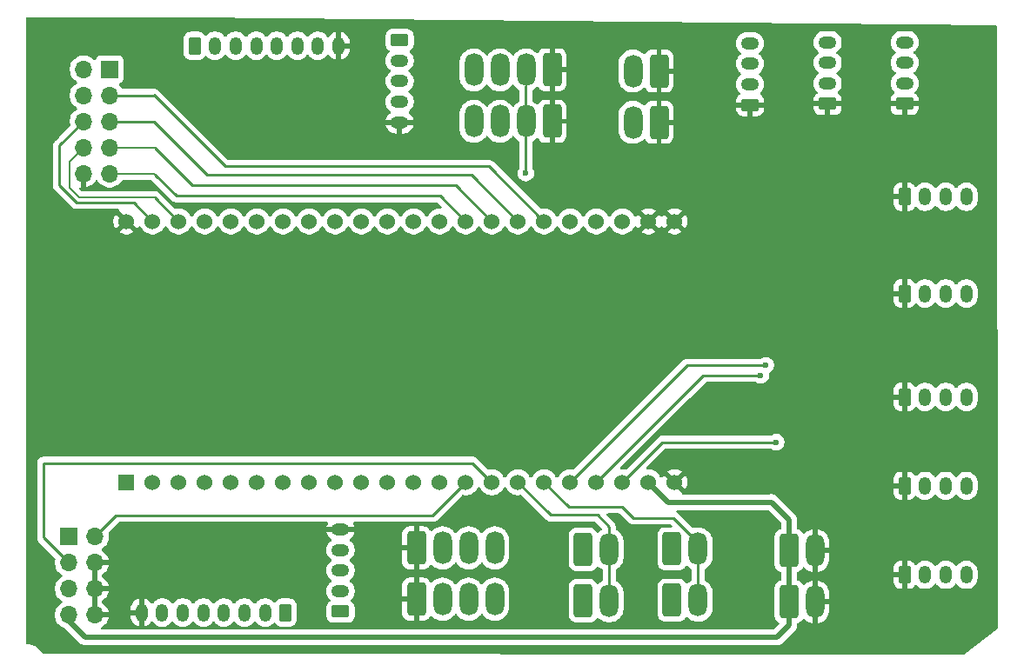
<source format=gbr>
%TF.GenerationSoftware,KiCad,Pcbnew,9.0.0*%
%TF.CreationDate,2025-04-21T23:38:42+01:00*%
%TF.ProjectId,CapyController,43617079-436f-46e7-9472-6f6c6c65722e,rev?*%
%TF.SameCoordinates,Original*%
%TF.FileFunction,Copper,L2,Bot*%
%TF.FilePolarity,Positive*%
%FSLAX46Y46*%
G04 Gerber Fmt 4.6, Leading zero omitted, Abs format (unit mm)*
G04 Created by KiCad (PCBNEW 9.0.0) date 2025-04-21 23:38:42*
%MOMM*%
%LPD*%
G01*
G04 APERTURE LIST*
G04 Aperture macros list*
%AMRoundRect*
0 Rectangle with rounded corners*
0 $1 Rounding radius*
0 $2 $3 $4 $5 $6 $7 $8 $9 X,Y pos of 4 corners*
0 Add a 4 corners polygon primitive as box body*
4,1,4,$2,$3,$4,$5,$6,$7,$8,$9,$2,$3,0*
0 Add four circle primitives for the rounded corners*
1,1,$1+$1,$2,$3*
1,1,$1+$1,$4,$5*
1,1,$1+$1,$6,$7*
1,1,$1+$1,$8,$9*
0 Add four rect primitives between the rounded corners*
20,1,$1+$1,$2,$3,$4,$5,0*
20,1,$1+$1,$4,$5,$6,$7,0*
20,1,$1+$1,$6,$7,$8,$9,0*
20,1,$1+$1,$8,$9,$2,$3,0*%
G04 Aperture macros list end*
%TA.AperFunction,ComponentPad*%
%ADD10RoundRect,0.250000X-0.350000X-0.625000X0.350000X-0.625000X0.350000X0.625000X-0.350000X0.625000X0*%
%TD*%
%TA.AperFunction,ComponentPad*%
%ADD11O,1.200000X1.750000*%
%TD*%
%TA.AperFunction,ComponentPad*%
%ADD12RoundRect,0.250000X0.650000X1.350000X-0.650000X1.350000X-0.650000X-1.350000X0.650000X-1.350000X0*%
%TD*%
%TA.AperFunction,ComponentPad*%
%ADD13O,1.800000X3.200000*%
%TD*%
%TA.AperFunction,ComponentPad*%
%ADD14RoundRect,0.250000X0.625000X-0.350000X0.625000X0.350000X-0.625000X0.350000X-0.625000X-0.350000X0*%
%TD*%
%TA.AperFunction,ComponentPad*%
%ADD15O,1.750000X1.200000*%
%TD*%
%TA.AperFunction,ComponentPad*%
%ADD16R,1.530000X1.530000*%
%TD*%
%TA.AperFunction,ComponentPad*%
%ADD17C,1.530000*%
%TD*%
%TA.AperFunction,ComponentPad*%
%ADD18R,1.700000X1.700000*%
%TD*%
%TA.AperFunction,ComponentPad*%
%ADD19O,1.700000X1.700000*%
%TD*%
%TA.AperFunction,ComponentPad*%
%ADD20RoundRect,0.250000X-0.625000X0.350000X-0.625000X-0.350000X0.625000X-0.350000X0.625000X0.350000X0*%
%TD*%
%TA.AperFunction,ComponentPad*%
%ADD21RoundRect,0.250000X0.350000X0.625000X-0.350000X0.625000X-0.350000X-0.625000X0.350000X-0.625000X0*%
%TD*%
%TA.AperFunction,ComponentPad*%
%ADD22RoundRect,0.250000X-0.650000X-1.350000X0.650000X-1.350000X0.650000X1.350000X-0.650000X1.350000X0*%
%TD*%
%TA.AperFunction,ViaPad*%
%ADD23C,0.600000*%
%TD*%
%TA.AperFunction,Conductor*%
%ADD24C,0.254000*%
%TD*%
%TA.AperFunction,Conductor*%
%ADD25C,0.508000*%
%TD*%
%TA.AperFunction,Conductor*%
%ADD26C,0.200000*%
%TD*%
G04 APERTURE END LIST*
D10*
%TO.P,J7,1,Pin_1*%
%TO.N,GND*%
X213500000Y-109750000D03*
D11*
%TO.P,J7,2,Pin_2*%
%TO.N,/SCL1*%
X215500000Y-109750000D03*
%TO.P,J7,3,Pin_3*%
%TO.N,/SDA1*%
X217500000Y-109750000D03*
%TO.P,J7,4,Pin_4*%
%TO.N,+3.3V*%
X219500000Y-109750000D03*
%TD*%
D12*
%TO.P,J16,1,Pin_1*%
%TO.N,GND*%
X179200000Y-74250000D03*
X179200000Y-69250000D03*
D13*
%TO.P,J16,2,Pin_2*%
%TO.N,/SERVO_PWM1*%
X176660000Y-74250000D03*
X176660000Y-69250000D03*
%TO.P,J16,3,Pin_3*%
%TO.N,+6V*%
X174120000Y-74250000D03*
X174120000Y-69250000D03*
%TO.P,J16,4,Pin_4*%
X171580000Y-74250000D03*
X171580000Y-69250000D03*
%TD*%
D10*
%TO.P,J10,1,Pin_1*%
%TO.N,GND*%
X213500000Y-81600000D03*
D11*
%TO.P,J10,2,Pin_2*%
%TO.N,/SCL4*%
X215500000Y-81600000D03*
%TO.P,J10,3,Pin_3*%
%TO.N,/SDA4*%
X217500000Y-81600000D03*
%TO.P,J10,4,Pin_4*%
%TO.N,+3.3V*%
X219500000Y-81600000D03*
%TD*%
D14*
%TO.P,J13,1,Pin_1*%
%TO.N,GND*%
X198450000Y-72650000D03*
D15*
%TO.P,J13,2,Pin_2*%
%TO.N,/SCL7*%
X198450000Y-70650000D03*
%TO.P,J13,3,Pin_3*%
%TO.N,/SDA7*%
X198450000Y-68650000D03*
%TO.P,J13,4,Pin_4*%
%TO.N,+3.3V*%
X198450000Y-66650000D03*
%TD*%
D12*
%TO.P,J17,1,Pin_1*%
%TO.N,GND*%
X189600000Y-74350000D03*
X189600000Y-69350000D03*
D13*
%TO.P,J17,2,Pin_2*%
%TO.N,+6V*%
X187060000Y-74350000D03*
X187060000Y-69350000D03*
%TD*%
D16*
%TO.P,U1,J1_1,3V3*%
%TO.N,+3.3V*%
X137765000Y-109405000D03*
D17*
%TO.P,U1,J1_2,3V3__1*%
X140305000Y-109405000D03*
%TO.P,U1,J1_3,RST*%
%TO.N,/RST_ESP*%
X142845000Y-109405000D03*
%TO.P,U1,J1_4,GPIO4*%
%TO.N,/ENA_L*%
X145385000Y-109405000D03*
%TO.P,U1,J1_5,GPIO5*%
%TO.N,/ENB_L*%
X147925000Y-109405000D03*
%TO.P,U1,J1_6,GPIO6*%
%TO.N,/IN3_L*%
X150465000Y-109405000D03*
%TO.P,U1,J1_7,GPIO7*%
%TO.N,/IN4_L*%
X153005000Y-109405000D03*
%TO.P,U1,J1_8,GPIO15*%
%TO.N,/IN1_L*%
X155545000Y-109405000D03*
%TO.P,U1,J1_9,GPIO16*%
%TO.N,/IN2_L*%
X158085000Y-109405000D03*
%TO.P,U1,J1_10,GPIO17*%
%TO.N,/STPR_PUL2*%
X160625000Y-109405000D03*
%TO.P,U1,J1_11,GPIO18*%
%TO.N,/STPR_DIR2*%
X163165000Y-109405000D03*
%TO.P,U1,J1_12,GPIO8*%
%TO.N,/STPR_EN2*%
X165705000Y-109405000D03*
%TO.P,U1,J1_13,GPIO3*%
%TO.N,/SERVO_PWM2*%
X168245000Y-109405000D03*
%TO.P,U1,J1_14,GPIO46*%
%TO.N,/IO46*%
X170785000Y-109405000D03*
%TO.P,U1,J1_15,GPIO9*%
%TO.N,/IO9*%
X173325000Y-109405000D03*
%TO.P,U1,J1_16,GPIO10*%
%TO.N,/LimSwitch_IN1*%
X175865000Y-109405000D03*
%TO.P,U1,J1_17,GPIO11*%
%TO.N,/LimSwitch_IN2*%
X178405000Y-109405000D03*
%TO.P,U1,J1_18,GPIO12*%
%TO.N,/SCL*%
X180945000Y-109405000D03*
%TO.P,U1,J1_19,GPIO13*%
%TO.N,/SDA*%
X183485000Y-109405000D03*
%TO.P,U1,J1_20,GPIO14*%
%TO.N,/RST*%
X186025000Y-109405000D03*
%TO.P,U1,J1_21,5V0*%
%TO.N,+5V*%
X188565000Y-109405000D03*
%TO.P,U1,J1_22,GND*%
%TO.N,GND*%
X191105000Y-109405000D03*
%TO.P,U1,J3_1,GND__1*%
X137765000Y-83995000D03*
%TO.P,U1,J3_2,U0TXD/GPIO43*%
%TO.N,/Rx*%
X140305000Y-83995000D03*
%TO.P,U1,J3_3,U0RXD/GPIO44*%
%TO.N,/Tx*%
X142845000Y-83995000D03*
%TO.P,U1,J3_4,GPIO1*%
%TO.N,/IN2_R*%
X145385000Y-83995000D03*
%TO.P,U1,J3_5,GPIO2*%
%TO.N,/IN1_R*%
X147925000Y-83995000D03*
%TO.P,U1,J3_6,MTMS/GPIO42*%
%TO.N,/IN4_R*%
X150465000Y-83995000D03*
%TO.P,U1,J3_7,MTDI/GPIO41*%
%TO.N,/IN3_R*%
X153005000Y-83995000D03*
%TO.P,U1,J3_8,MTDO/GPIO40*%
%TO.N,/ENB_R*%
X155545000Y-83995000D03*
%TO.P,U1,J3_9,MTCK/GPIO39*%
%TO.N,/ENA_R*%
X158085000Y-83995000D03*
%TO.P,U1,J3_10,GPIO38*%
%TO.N,/STPR_EN1*%
X160625000Y-83995000D03*
%TO.P,U1,J3_11,GPIO37*%
%TO.N,/STPR_DIR1*%
X163165000Y-83995000D03*
%TO.P,U1,J3_12,GPIO36*%
%TO.N,/STPR_PUL1*%
X165705000Y-83995000D03*
%TO.P,U1,J3_13,GPIO35*%
%TO.N,/SERVO_PWM1*%
X168245000Y-83995000D03*
%TO.P,U1,J3_14,GPIO0*%
%TO.N,/IO0*%
X170785000Y-83995000D03*
%TO.P,U1,J3_15,GPIO45*%
%TO.N,/IO45*%
X173325000Y-83995000D03*
%TO.P,U1,J3_16,GPIO48*%
%TO.N,/IO48*%
X175865000Y-83995000D03*
%TO.P,U1,J3_17,GPIO47*%
%TO.N,/IO47*%
X178405000Y-83995000D03*
%TO.P,U1,J3_18,GPIO21*%
%TO.N,/IO21*%
X180945000Y-83995000D03*
%TO.P,U1,J3_19,USB_D+/GPIO20*%
%TO.N,/IO20*%
X183485000Y-83995000D03*
%TO.P,U1,J3_20,USB_D-/GPIO19*%
%TO.N,/IO19*%
X186025000Y-83995000D03*
%TO.P,U1,J3_21,GND__2*%
%TO.N,GND*%
X188565000Y-83995000D03*
%TO.P,U1,J3_22,GND__3*%
X191105000Y-83995000D03*
%TD*%
D14*
%TO.P,J12,1,Pin_1*%
%TO.N,GND*%
X206000000Y-72550000D03*
D15*
%TO.P,J12,2,Pin_2*%
%TO.N,/SCL6*%
X206000000Y-70550000D03*
%TO.P,J12,3,Pin_3*%
%TO.N,/SDA6*%
X206000000Y-68550000D03*
%TO.P,J12,4,Pin_4*%
%TO.N,+3.3V*%
X206000000Y-66550000D03*
%TD*%
D10*
%TO.P,J8,1,Pin_1*%
%TO.N,GND*%
X213500000Y-101100000D03*
D11*
%TO.P,J8,2,Pin_2*%
%TO.N,/SCL2*%
X215500000Y-101100000D03*
%TO.P,J8,3,Pin_3*%
%TO.N,/SDA2*%
X217500000Y-101100000D03*
%TO.P,J8,4,Pin_4*%
%TO.N,+3.3V*%
X219500000Y-101100000D03*
%TD*%
D18*
%TO.P,J19,1,Pin_1*%
%TO.N,/RST_ESP*%
X132160000Y-114700000D03*
D19*
%TO.P,J19,2,Pin_2*%
%TO.N,/IO46*%
X134700000Y-114700000D03*
%TO.P,J19,3,Pin_3*%
%TO.N,/IO9*%
X132160000Y-117240000D03*
%TO.P,J19,4,Pin_4*%
%TO.N,GND*%
X134700000Y-117240000D03*
%TO.P,J19,5,Pin_5*%
%TO.N,+3.3V*%
X132160000Y-119780000D03*
%TO.P,J19,6,Pin_6*%
%TO.N,GND*%
X134700000Y-119780000D03*
%TO.P,J19,7,Pin_7*%
%TO.N,+5V*%
X132160000Y-122320000D03*
%TO.P,J19,8,Pin_8*%
%TO.N,GND*%
X134700000Y-122320000D03*
%TD*%
D20*
%TO.P,J4,1,Pin_1*%
%TO.N,+3.3V*%
X164350000Y-66350000D03*
D15*
%TO.P,J4,2,Pin_2*%
%TO.N,/STPR_EN1*%
X164350000Y-68350000D03*
%TO.P,J4,3,Pin_3*%
%TO.N,/STPR_DIR1*%
X164350000Y-70350000D03*
%TO.P,J4,4,Pin_4*%
%TO.N,/STPR_PUL1*%
X164350000Y-72350000D03*
%TO.P,J4,5,Pin_5*%
%TO.N,GND*%
X164350000Y-74350000D03*
%TD*%
D10*
%TO.P,J3,1,Pin_1*%
%TO.N,/IN2_R*%
X144400000Y-66900000D03*
D11*
%TO.P,J3,2,Pin_2*%
%TO.N,/IN1_R*%
X146400000Y-66900000D03*
%TO.P,J3,3,Pin_3*%
%TO.N,/IN4_R*%
X148400000Y-66900000D03*
%TO.P,J3,4,Pin_4*%
%TO.N,/IN3_R*%
X150400000Y-66900000D03*
%TO.P,J3,5,Pin_5*%
%TO.N,/ENB_R*%
X152400000Y-66900000D03*
%TO.P,J3,6,Pin_6*%
%TO.N,/ENA_R*%
X154400000Y-66900000D03*
%TO.P,J3,7,Pin_7*%
%TO.N,+3.3V*%
X156400000Y-66900000D03*
%TO.P,J3,8,Pin_8*%
%TO.N,GND*%
X158400000Y-66900000D03*
%TD*%
D21*
%TO.P,J2,1,Pin_1*%
%TO.N,/IN2_L*%
X153250000Y-122100000D03*
D11*
%TO.P,J2,2,Pin_2*%
%TO.N,/IN1_L*%
X151250000Y-122100000D03*
%TO.P,J2,3,Pin_3*%
%TO.N,/IN4_L*%
X149250000Y-122100000D03*
%TO.P,J2,4,Pin_4*%
%TO.N,/IN3_L*%
X147250000Y-122100000D03*
%TO.P,J2,5,Pin_5*%
%TO.N,/ENB_L*%
X145250000Y-122100000D03*
%TO.P,J2,6,Pin_6*%
%TO.N,/ENA_L*%
X143250000Y-122100000D03*
%TO.P,J2,7,Pin_7*%
%TO.N,+3.3V*%
X141250000Y-122100000D03*
%TO.P,J2,8,Pin_8*%
%TO.N,GND*%
X139250000Y-122100000D03*
%TD*%
D10*
%TO.P,J9,1,Pin_1*%
%TO.N,GND*%
X213500000Y-91025000D03*
D11*
%TO.P,J9,2,Pin_2*%
%TO.N,/SCL3*%
X215500000Y-91025000D03*
%TO.P,J9,3,Pin_3*%
%TO.N,/SDA3*%
X217500000Y-91025000D03*
%TO.P,J9,4,Pin_4*%
%TO.N,+3.3V*%
X219500000Y-91025000D03*
%TD*%
D22*
%TO.P,J14,1,Pin_1*%
%TO.N,Net-(J14-Pin_1)*%
X182210000Y-115950000D03*
X182210000Y-120950000D03*
D13*
%TO.P,J14,2,Pin_2*%
%TO.N,/LimSwitch_IN1*%
X184750000Y-115950000D03*
X184750000Y-120950000D03*
%TD*%
D14*
%TO.P,J11,1,Pin_1*%
%TO.N,GND*%
X213500000Y-72550000D03*
D15*
%TO.P,J11,2,Pin_2*%
%TO.N,/SCL5*%
X213500000Y-70550000D03*
%TO.P,J11,3,Pin_3*%
%TO.N,/SDA5*%
X213500000Y-68550000D03*
%TO.P,J11,4,Pin_4*%
%TO.N,+3.3V*%
X213500000Y-66550000D03*
%TD*%
D22*
%TO.P,J15,1,Pin_1*%
%TO.N,Net-(J15-Pin_1)*%
X190860000Y-115900000D03*
X190860000Y-120900000D03*
D13*
%TO.P,J15,2,Pin_2*%
%TO.N,/LimSwitch_IN2*%
X193400000Y-115900000D03*
X193400000Y-120900000D03*
%TD*%
D10*
%TO.P,J6,1,Pin_1*%
%TO.N,GND*%
X213500000Y-118425000D03*
D11*
%TO.P,J6,2,Pin_2*%
%TO.N,/SCL0*%
X215500000Y-118425000D03*
%TO.P,J6,3,Pin_3*%
%TO.N,/SDA0*%
X217500000Y-118425000D03*
%TO.P,J6,4,Pin_4*%
%TO.N,+3.3V*%
X219500000Y-118425000D03*
%TD*%
D18*
%TO.P,J20,1,Pin_1*%
%TO.N,/IO19*%
X136140000Y-69190000D03*
D19*
%TO.P,J20,2,Pin_2*%
%TO.N,/IO20*%
X133600000Y-69190000D03*
%TO.P,J20,3,Pin_3*%
%TO.N,/IO47*%
X136140000Y-71730000D03*
%TO.P,J20,4,Pin_4*%
%TO.N,/IO21*%
X133600000Y-71730000D03*
%TO.P,J20,5,Pin_5*%
%TO.N,/IO48*%
X136140000Y-74270000D03*
%TO.P,J20,6,Pin_6*%
%TO.N,/Rx*%
X133600000Y-74270000D03*
%TO.P,J20,7,Pin_7*%
%TO.N,/IO45*%
X136140000Y-76810000D03*
%TO.P,J20,8,Pin_8*%
%TO.N,/Tx*%
X133600000Y-76810000D03*
%TO.P,J20,9,Pin_9*%
%TO.N,/IO0*%
X136140000Y-79350000D03*
%TO.P,J20,10,Pin_10*%
%TO.N,GND*%
X133600000Y-79350000D03*
%TD*%
D14*
%TO.P,J5,1,Pin_1*%
%TO.N,+3.3V*%
X158600000Y-122000000D03*
D15*
%TO.P,J5,2,Pin_2*%
%TO.N,/STPR_EN2*%
X158600000Y-120000000D03*
%TO.P,J5,3,Pin_3*%
%TO.N,/STPR_DIR2*%
X158600000Y-118000000D03*
%TO.P,J5,4,Pin_4*%
%TO.N,/STPR_PUL2*%
X158600000Y-116000000D03*
%TO.P,J5,5,Pin_5*%
%TO.N,GND*%
X158600000Y-114000000D03*
%TD*%
D22*
%TO.P,J18,1,Pin_1*%
%TO.N,GND*%
X166000000Y-115800000D03*
X166000000Y-120800000D03*
D13*
%TO.P,J18,2,Pin_2*%
%TO.N,/SERVO_PWM2*%
X168540000Y-115800000D03*
X168540000Y-120800000D03*
%TO.P,J18,3,Pin_3*%
%TO.N,+6V*%
X171080000Y-115800000D03*
X171080000Y-120800000D03*
%TO.P,J18,4,Pin_4*%
X173620000Y-115800000D03*
X173620000Y-120800000D03*
%TD*%
D22*
%TO.P,J1,1,Pin_1*%
%TO.N,+5V*%
X202250000Y-116050000D03*
X202250000Y-121050000D03*
D13*
%TO.P,J1,2,Pin_2*%
%TO.N,GND*%
X204790000Y-116050000D03*
X204790000Y-121050000D03*
%TD*%
D23*
%TO.N,GND*%
X206342500Y-108857500D03*
X208275000Y-91900000D03*
X207625000Y-101425000D03*
%TO.N,+5V*%
X200500000Y-111350000D03*
%TO.N,/SERVO_PWM1*%
X176640000Y-79300000D03*
%TO.N,/SCL*%
X200000000Y-98000000D03*
%TO.N,/SDA*%
X199500000Y-99000000D03*
%TO.N,/RST*%
X201000000Y-105500000D03*
%TD*%
D24*
%TO.N,/RST*%
X189930000Y-105500000D02*
X186025000Y-109405000D01*
X201000000Y-105500000D02*
X189930000Y-105500000D01*
D25*
%TO.N,+5V*%
X200550000Y-111350000D02*
X202250000Y-113050000D01*
X133750000Y-124500000D02*
X201100000Y-124500000D01*
X202250000Y-113050000D02*
X202250000Y-116050000D01*
X132160000Y-122320000D02*
X132160000Y-122910000D01*
X200500000Y-111350000D02*
X200550000Y-111350000D01*
X132160000Y-122910000D02*
X133750000Y-124500000D01*
X188565000Y-109405000D02*
X190510000Y-111350000D01*
X202250000Y-123350000D02*
X202250000Y-121050000D01*
X201100000Y-124500000D02*
X202250000Y-123350000D01*
X190510000Y-111350000D02*
X200500000Y-111350000D01*
X202250000Y-121050000D02*
X202250000Y-116050000D01*
D24*
%TO.N,/LimSwitch_IN1*%
X175865000Y-109405000D02*
X179060000Y-112600000D01*
X179060000Y-112600000D02*
X183600000Y-112600000D01*
X184750000Y-113750000D02*
X184750000Y-115950000D01*
X183600000Y-112600000D02*
X184750000Y-113750000D01*
X184750000Y-115950000D02*
X184750000Y-120950000D01*
%TO.N,/SERVO_PWM1*%
X176640000Y-75800000D02*
X176640000Y-70800000D01*
X176640000Y-79300000D02*
X176640000Y-75800000D01*
%TO.N,/SCL*%
X200000000Y-98000000D02*
X192350000Y-98000000D01*
X192350000Y-98000000D02*
X180945000Y-109405000D01*
%TO.N,/SDA*%
X193890000Y-99000000D02*
X183485000Y-109405000D01*
X199500000Y-99000000D02*
X193890000Y-99000000D01*
D26*
%TO.N,/Tx*%
X132200000Y-78210000D02*
X132200000Y-80700000D01*
X132200000Y-80700000D02*
X133200000Y-81700000D01*
X133600000Y-76810000D02*
X132200000Y-78210000D01*
D24*
X140550000Y-81700000D02*
X142845000Y-83995000D01*
D26*
X133200000Y-81700000D02*
X140550000Y-81700000D01*
D24*
%TO.N,/IO47*%
X140445000Y-71705000D02*
X140420000Y-71730000D01*
X147390000Y-78650000D02*
X140445000Y-71705000D01*
X173060000Y-78650000D02*
X147390000Y-78650000D01*
X178405000Y-83995000D02*
X173060000Y-78650000D01*
X140420000Y-71730000D02*
X136140000Y-71730000D01*
D26*
%TO.N,/IO0*%
X140470000Y-79350000D02*
X140560000Y-79440000D01*
X136140000Y-79350000D02*
X140470000Y-79350000D01*
D24*
X142620000Y-81500000D02*
X168290000Y-81500000D01*
X168290000Y-81500000D02*
X170785000Y-83995000D01*
X140560000Y-79440000D02*
X142620000Y-81500000D01*
%TO.N,/IO45*%
X169830000Y-80500000D02*
X144160000Y-80500000D01*
X144160000Y-80500000D02*
X140505000Y-76845000D01*
D26*
X136140000Y-76810000D02*
X140470000Y-76810000D01*
X140470000Y-76810000D02*
X140505000Y-76845000D01*
D24*
X173325000Y-83995000D02*
X169830000Y-80500000D01*
%TO.N,/IO9*%
X173325000Y-109405000D02*
X171470000Y-107550000D01*
X129700000Y-107550000D02*
X129700000Y-114780000D01*
X129700000Y-114780000D02*
X132160000Y-117240000D01*
X171470000Y-107550000D02*
X129700000Y-107550000D01*
%TO.N,/IO48*%
X171320000Y-79450000D02*
X145650000Y-79450000D01*
X140470000Y-74270000D02*
X136140000Y-74270000D01*
X175865000Y-83995000D02*
X171320000Y-79450000D01*
X145650000Y-79450000D02*
X140470000Y-74270000D01*
%TO.N,/IO46*%
X136750000Y-112650000D02*
X134700000Y-114700000D01*
X167540000Y-112650000D02*
X136750000Y-112650000D01*
X170785000Y-109405000D02*
X167540000Y-112650000D01*
%TO.N,/LimSwitch_IN2*%
X187075000Y-112875000D02*
X186000000Y-111800000D01*
X193400000Y-120900000D02*
X193400000Y-115900000D01*
X191025000Y-112875000D02*
X187075000Y-112875000D01*
X180800000Y-111800000D02*
X186000000Y-111800000D01*
X191025000Y-112875000D02*
X193400000Y-115250000D01*
X178405000Y-109405000D02*
X180800000Y-111800000D01*
X193400000Y-115250000D02*
X193400000Y-115445000D01*
%TO.N,/Rx*%
X138465000Y-82155000D02*
X132905000Y-82155000D01*
X131250000Y-76620000D02*
X133600000Y-74270000D01*
X140305000Y-83995000D02*
X138465000Y-82155000D01*
X132905000Y-82155000D02*
X131250000Y-80500000D01*
X131250000Y-80500000D02*
X131250000Y-76620000D01*
%TD*%
%TA.AperFunction,Conductor*%
%TO.N,GND*%
G36*
X174666446Y-109871773D02*
G01*
X174705485Y-109916827D01*
X174782647Y-110068266D01*
X174899731Y-110229418D01*
X175040582Y-110370269D01*
X175201734Y-110487353D01*
X175375351Y-110575815D01*
X175379219Y-110577786D01*
X175568657Y-110639338D01*
X175568658Y-110639338D01*
X175568661Y-110639339D01*
X175765403Y-110670500D01*
X175765404Y-110670500D01*
X175964596Y-110670500D01*
X175964597Y-110670500D01*
X176049959Y-110656980D01*
X176142601Y-110642307D01*
X176211895Y-110651262D01*
X176249679Y-110677098D01*
X178572589Y-113000008D01*
X178622589Y-113050008D01*
X178659993Y-113087412D01*
X178762760Y-113156079D01*
X178762773Y-113156086D01*
X178876960Y-113203383D01*
X178876965Y-113203385D01*
X178876969Y-113203385D01*
X178876970Y-113203386D01*
X178998194Y-113227500D01*
X178998197Y-113227500D01*
X183288719Y-113227500D01*
X183355758Y-113247185D01*
X183376400Y-113263819D01*
X183999493Y-113886912D01*
X184032978Y-113948235D01*
X184027994Y-114017927D01*
X183986122Y-114073860D01*
X183984697Y-114074911D01*
X183837642Y-114181751D01*
X183729682Y-114289711D01*
X183668359Y-114323195D01*
X183598667Y-114318211D01*
X183542734Y-114276339D01*
X183536462Y-114267125D01*
X183483806Y-114181756D01*
X183452712Y-114131344D01*
X183328656Y-114007288D01*
X183207225Y-113932389D01*
X183179336Y-113915187D01*
X183179331Y-113915185D01*
X183177862Y-113914698D01*
X183012797Y-113860001D01*
X183012795Y-113860000D01*
X182910010Y-113849500D01*
X181509998Y-113849500D01*
X181509981Y-113849501D01*
X181407203Y-113860000D01*
X181407200Y-113860001D01*
X181240668Y-113915185D01*
X181240663Y-113915187D01*
X181091342Y-114007289D01*
X180967289Y-114131342D01*
X180875187Y-114280663D01*
X180875185Y-114280668D01*
X180869673Y-114297302D01*
X180820001Y-114447203D01*
X180820001Y-114447204D01*
X180820000Y-114447204D01*
X180809500Y-114549983D01*
X180809500Y-117350001D01*
X180809501Y-117350018D01*
X180820000Y-117452796D01*
X180820001Y-117452799D01*
X180875185Y-117619331D01*
X180875187Y-117619336D01*
X180905353Y-117668243D01*
X180967288Y-117768656D01*
X181091344Y-117892712D01*
X181240666Y-117984814D01*
X181407203Y-118039999D01*
X181509991Y-118050500D01*
X182910008Y-118050499D01*
X183012797Y-118039999D01*
X183179334Y-117984814D01*
X183328656Y-117892712D01*
X183452712Y-117768656D01*
X183536463Y-117632872D01*
X183588410Y-117586149D01*
X183657372Y-117574926D01*
X183721454Y-117602769D01*
X183729682Y-117610289D01*
X183837636Y-117718243D01*
X183837641Y-117718247D01*
X184015973Y-117847812D01*
X184015975Y-117847813D01*
X184015978Y-117847815D01*
X184054795Y-117867593D01*
X184105591Y-117915567D01*
X184122500Y-117978078D01*
X184122500Y-118921921D01*
X184102815Y-118988960D01*
X184054796Y-119032405D01*
X184015983Y-119052181D01*
X184015974Y-119052186D01*
X183837642Y-119181751D01*
X183729682Y-119289711D01*
X183668359Y-119323195D01*
X183598667Y-119318211D01*
X183542734Y-119276339D01*
X183536462Y-119267125D01*
X183505622Y-119217125D01*
X183452712Y-119131344D01*
X183328656Y-119007288D01*
X183207225Y-118932389D01*
X183179336Y-118915187D01*
X183179331Y-118915185D01*
X183163352Y-118909890D01*
X183012797Y-118860001D01*
X183012795Y-118860000D01*
X182910010Y-118849500D01*
X181509998Y-118849500D01*
X181509981Y-118849501D01*
X181407203Y-118860000D01*
X181407200Y-118860001D01*
X181240668Y-118915185D01*
X181240663Y-118915187D01*
X181091342Y-119007289D01*
X180967289Y-119131342D01*
X180875187Y-119280663D01*
X180875185Y-119280668D01*
X180869673Y-119297302D01*
X180820001Y-119447203D01*
X180820001Y-119447204D01*
X180820000Y-119447204D01*
X180809500Y-119549983D01*
X180809500Y-119549996D01*
X180809501Y-122350000D01*
X180809501Y-122350018D01*
X180820000Y-122452796D01*
X180820001Y-122452799D01*
X180875185Y-122619331D01*
X180875187Y-122619336D01*
X180905353Y-122668243D01*
X180967288Y-122768656D01*
X181091344Y-122892712D01*
X181240666Y-122984814D01*
X181407203Y-123039999D01*
X181509991Y-123050500D01*
X182910008Y-123050499D01*
X183012797Y-123039999D01*
X183179334Y-122984814D01*
X183328656Y-122892712D01*
X183452712Y-122768656D01*
X183536463Y-122632872D01*
X183588410Y-122586149D01*
X183657372Y-122574926D01*
X183721454Y-122602769D01*
X183729682Y-122610289D01*
X183837636Y-122718243D01*
X183837641Y-122718247D01*
X183947270Y-122797896D01*
X184015978Y-122847815D01*
X184118392Y-122899998D01*
X184212393Y-122947895D01*
X184212396Y-122947896D01*
X184267765Y-122965886D01*
X184422049Y-123016015D01*
X184639778Y-123050500D01*
X184639779Y-123050500D01*
X184860221Y-123050500D01*
X184860222Y-123050500D01*
X185077951Y-123016015D01*
X185287606Y-122947895D01*
X185484022Y-122847815D01*
X185662365Y-122718242D01*
X185818242Y-122562365D01*
X185947815Y-122384022D01*
X186047895Y-122187606D01*
X186116015Y-121977951D01*
X186150500Y-121760222D01*
X186150500Y-120139778D01*
X186116015Y-119922049D01*
X186072950Y-119789505D01*
X186047896Y-119712396D01*
X186047895Y-119712393D01*
X185979190Y-119577555D01*
X185947815Y-119515978D01*
X185909877Y-119463760D01*
X185818247Y-119337641D01*
X185818243Y-119337636D01*
X185662363Y-119181756D01*
X185662358Y-119181752D01*
X185484025Y-119052186D01*
X185484016Y-119052181D01*
X185445204Y-119032405D01*
X185394409Y-118984431D01*
X185377500Y-118921921D01*
X185377500Y-117978078D01*
X185397185Y-117911039D01*
X185445204Y-117867593D01*
X185484022Y-117847815D01*
X185662365Y-117718242D01*
X185818242Y-117562365D01*
X185947815Y-117384022D01*
X186047895Y-117187606D01*
X186116015Y-116977951D01*
X186150500Y-116760222D01*
X186150500Y-115139778D01*
X186116015Y-114922049D01*
X186067277Y-114772047D01*
X186047896Y-114712396D01*
X186047895Y-114712393D01*
X185971465Y-114562394D01*
X185947815Y-114515978D01*
X185897848Y-114447204D01*
X185818247Y-114337641D01*
X185818243Y-114337636D01*
X185662363Y-114181756D01*
X185662358Y-114181752D01*
X185484025Y-114052186D01*
X185484016Y-114052181D01*
X185445204Y-114032405D01*
X185394409Y-113984431D01*
X185377500Y-113921921D01*
X185377500Y-113688194D01*
X185364929Y-113625000D01*
X185361482Y-113607669D01*
X185353386Y-113566966D01*
X185322522Y-113492454D01*
X185306083Y-113452767D01*
X185306082Y-113452766D01*
X185306079Y-113452760D01*
X185237412Y-113349993D01*
X185201238Y-113313819D01*
X185150008Y-113262589D01*
X184526600Y-112639181D01*
X184493115Y-112577858D01*
X184498099Y-112508166D01*
X184539971Y-112452233D01*
X184605435Y-112427816D01*
X184614281Y-112427500D01*
X185688719Y-112427500D01*
X185755758Y-112447185D01*
X185776400Y-112463819D01*
X186587589Y-113275008D01*
X186636967Y-113324386D01*
X186674993Y-113362412D01*
X186777760Y-113431079D01*
X186777773Y-113431086D01*
X186819677Y-113448443D01*
X186819678Y-113448443D01*
X186891966Y-113478386D01*
X186962682Y-113492452D01*
X187013192Y-113502499D01*
X187013196Y-113502500D01*
X187013197Y-113502500D01*
X190713719Y-113502500D01*
X190743159Y-113511144D01*
X190773146Y-113517668D01*
X190778161Y-113521422D01*
X190780758Y-113522185D01*
X190801400Y-113538819D01*
X190850400Y-113587819D01*
X190883885Y-113649142D01*
X190878901Y-113718834D01*
X190837029Y-113774767D01*
X190771565Y-113799184D01*
X190762719Y-113799500D01*
X190159998Y-113799500D01*
X190159980Y-113799501D01*
X190057203Y-113810000D01*
X190057200Y-113810001D01*
X189890668Y-113865185D01*
X189890663Y-113865187D01*
X189741342Y-113957289D01*
X189617289Y-114081342D01*
X189525187Y-114230663D01*
X189525185Y-114230668D01*
X189506308Y-114287635D01*
X189470001Y-114397203D01*
X189470001Y-114397204D01*
X189470000Y-114397204D01*
X189459500Y-114499983D01*
X189459500Y-117300001D01*
X189459501Y-117300018D01*
X189470000Y-117402796D01*
X189470001Y-117402799D01*
X189525185Y-117569331D01*
X189525187Y-117569336D01*
X189545809Y-117602769D01*
X189617288Y-117718656D01*
X189741344Y-117842712D01*
X189890666Y-117934814D01*
X190057203Y-117989999D01*
X190159991Y-118000500D01*
X191560008Y-118000499D01*
X191662797Y-117989999D01*
X191829334Y-117934814D01*
X191978656Y-117842712D01*
X192102712Y-117718656D01*
X192186463Y-117582872D01*
X192238410Y-117536149D01*
X192307372Y-117524926D01*
X192371454Y-117552769D01*
X192379682Y-117560289D01*
X192487636Y-117668243D01*
X192487641Y-117668247D01*
X192665973Y-117797812D01*
X192665975Y-117797813D01*
X192665978Y-117797815D01*
X192704795Y-117817593D01*
X192755591Y-117865567D01*
X192772500Y-117928078D01*
X192772500Y-118871921D01*
X192752815Y-118938960D01*
X192704796Y-118982405D01*
X192665983Y-119002181D01*
X192665974Y-119002186D01*
X192487642Y-119131751D01*
X192379682Y-119239711D01*
X192318359Y-119273195D01*
X192248667Y-119268211D01*
X192192734Y-119226339D01*
X192186462Y-119217125D01*
X192159590Y-119173558D01*
X192102712Y-119081344D01*
X191978656Y-118957288D01*
X191840850Y-118872289D01*
X191829336Y-118865187D01*
X191829331Y-118865185D01*
X191813684Y-118860000D01*
X191662797Y-118810001D01*
X191662795Y-118810000D01*
X191560010Y-118799500D01*
X190159998Y-118799500D01*
X190159981Y-118799501D01*
X190057203Y-118810000D01*
X190057200Y-118810001D01*
X189890668Y-118865185D01*
X189890663Y-118865187D01*
X189741342Y-118957289D01*
X189617289Y-119081342D01*
X189525187Y-119230663D01*
X189525185Y-119230668D01*
X189507821Y-119283069D01*
X189470001Y-119397203D01*
X189470001Y-119397204D01*
X189470000Y-119397204D01*
X189459500Y-119499983D01*
X189459500Y-122300001D01*
X189459501Y-122300018D01*
X189470000Y-122402796D01*
X189470001Y-122402799D01*
X189525185Y-122569331D01*
X189525187Y-122569336D01*
X189545809Y-122602769D01*
X189617288Y-122718656D01*
X189741344Y-122842712D01*
X189890666Y-122934814D01*
X190057203Y-122989999D01*
X190159991Y-123000500D01*
X191560008Y-123000499D01*
X191662797Y-122989999D01*
X191829334Y-122934814D01*
X191978656Y-122842712D01*
X192102712Y-122718656D01*
X192186463Y-122582872D01*
X192238410Y-122536149D01*
X192307372Y-122524926D01*
X192371454Y-122552769D01*
X192379682Y-122560289D01*
X192487636Y-122668243D01*
X192487641Y-122668247D01*
X192557960Y-122719336D01*
X192665978Y-122797815D01*
X192794375Y-122863237D01*
X192862393Y-122897895D01*
X192862396Y-122897896D01*
X192967221Y-122931955D01*
X193072049Y-122966015D01*
X193289778Y-123000500D01*
X193289779Y-123000500D01*
X193510221Y-123000500D01*
X193510222Y-123000500D01*
X193727951Y-122966015D01*
X193937606Y-122897895D01*
X194134022Y-122797815D01*
X194312365Y-122668242D01*
X194468242Y-122512365D01*
X194597815Y-122334022D01*
X194697895Y-122137606D01*
X194766015Y-121927951D01*
X194800500Y-121710222D01*
X194800500Y-120089778D01*
X194766015Y-119872049D01*
X194714719Y-119714174D01*
X194697896Y-119662396D01*
X194697895Y-119662393D01*
X194646941Y-119562393D01*
X194597815Y-119465978D01*
X194547848Y-119397204D01*
X194468247Y-119287641D01*
X194468243Y-119287636D01*
X194312363Y-119131756D01*
X194312358Y-119131752D01*
X194134025Y-119002186D01*
X194134016Y-119002181D01*
X194095204Y-118982405D01*
X194044409Y-118934431D01*
X194027500Y-118871921D01*
X194027500Y-117928078D01*
X194047185Y-117861039D01*
X194095204Y-117817593D01*
X194134022Y-117797815D01*
X194312365Y-117668242D01*
X194468242Y-117512365D01*
X194597815Y-117334022D01*
X194697895Y-117137606D01*
X194766015Y-116927951D01*
X194800500Y-116710222D01*
X194800500Y-115089778D01*
X194766015Y-114872049D01*
X194715508Y-114716602D01*
X194697896Y-114662396D01*
X194697895Y-114662393D01*
X194662900Y-114593713D01*
X194597815Y-114465978D01*
X194547848Y-114397204D01*
X194468247Y-114287641D01*
X194468243Y-114287636D01*
X194312363Y-114131756D01*
X194312358Y-114131752D01*
X194134025Y-114002187D01*
X194134024Y-114002186D01*
X194134022Y-114002185D01*
X194032841Y-113950630D01*
X193937606Y-113902104D01*
X193937603Y-113902103D01*
X193727952Y-113833985D01*
X193576516Y-113810000D01*
X193510222Y-113799500D01*
X193289778Y-113799500D01*
X193260008Y-113804214D01*
X193072049Y-113833984D01*
X192992874Y-113859709D01*
X192923033Y-113861703D01*
X192866877Y-113829458D01*
X191425013Y-112387593D01*
X191425008Y-112387589D01*
X191415698Y-112381368D01*
X191415698Y-112381367D01*
X191341218Y-112331602D01*
X191296413Y-112277990D01*
X191287706Y-112208665D01*
X191317860Y-112145637D01*
X191377303Y-112108918D01*
X191410109Y-112104500D01*
X200186113Y-112104500D01*
X200253152Y-112124185D01*
X200273794Y-112140819D01*
X201459181Y-113326206D01*
X201492666Y-113387529D01*
X201495500Y-113413887D01*
X201495500Y-113854456D01*
X201475815Y-113921495D01*
X201423011Y-113967250D01*
X201410504Y-113972162D01*
X201280668Y-114015185D01*
X201280663Y-114015187D01*
X201131342Y-114107289D01*
X201007289Y-114231342D01*
X200915187Y-114380663D01*
X200915185Y-114380668D01*
X200901405Y-114422255D01*
X200860001Y-114547203D01*
X200860001Y-114547204D01*
X200860000Y-114547204D01*
X200849500Y-114649983D01*
X200849500Y-117450001D01*
X200849501Y-117450018D01*
X200860000Y-117552796D01*
X200860001Y-117552799D01*
X200908054Y-117697812D01*
X200915186Y-117719334D01*
X201007288Y-117868656D01*
X201131344Y-117992712D01*
X201280666Y-118084814D01*
X201410505Y-118127838D01*
X201467949Y-118167609D01*
X201494772Y-118232125D01*
X201495500Y-118245543D01*
X201495500Y-118854456D01*
X201475815Y-118921495D01*
X201423011Y-118967250D01*
X201410506Y-118972161D01*
X201381859Y-118981654D01*
X201280668Y-119015185D01*
X201280663Y-119015187D01*
X201131342Y-119107289D01*
X201007289Y-119231342D01*
X200915187Y-119380663D01*
X200915185Y-119380668D01*
X200896201Y-119437958D01*
X200860001Y-119547203D01*
X200860001Y-119547204D01*
X200860000Y-119547204D01*
X200849500Y-119649983D01*
X200849500Y-122450001D01*
X200849501Y-122450018D01*
X200860000Y-122552796D01*
X200860001Y-122552799D01*
X200898618Y-122669336D01*
X200915186Y-122719334D01*
X201007288Y-122868656D01*
X201131344Y-122992712D01*
X201220060Y-123047432D01*
X201250786Y-123066384D01*
X201297510Y-123118332D01*
X201308733Y-123187295D01*
X201280889Y-123251377D01*
X201273370Y-123259604D01*
X200823794Y-123709181D01*
X200762471Y-123742666D01*
X200736113Y-123745500D01*
X135392426Y-123745500D01*
X135325387Y-123725815D01*
X135279632Y-123673011D01*
X135269688Y-123603853D01*
X135298713Y-123540297D01*
X135336131Y-123511015D01*
X135407557Y-123474620D01*
X135579459Y-123349727D01*
X135579464Y-123349723D01*
X135729723Y-123199464D01*
X135729727Y-123199459D01*
X135854620Y-123027557D01*
X135951095Y-122838217D01*
X136016757Y-122636129D01*
X136016757Y-122636126D01*
X136027231Y-122570000D01*
X135133012Y-122570000D01*
X135165925Y-122512993D01*
X135200000Y-122385826D01*
X135200000Y-122254174D01*
X135165925Y-122127007D01*
X135133012Y-122070000D01*
X136027231Y-122070000D01*
X136016757Y-122003873D01*
X136016757Y-122003870D01*
X135951095Y-121801782D01*
X135945016Y-121789851D01*
X135918814Y-121738428D01*
X138150000Y-121738428D01*
X138150000Y-121850000D01*
X138969670Y-121850000D01*
X138949925Y-121869745D01*
X138900556Y-121955255D01*
X138875000Y-122050630D01*
X138875000Y-122149370D01*
X138900556Y-122244745D01*
X138949925Y-122330255D01*
X138969670Y-122350000D01*
X138150000Y-122350000D01*
X138150000Y-122461571D01*
X138177085Y-122632584D01*
X138230591Y-122797257D01*
X138309195Y-122951524D01*
X138410967Y-123091602D01*
X138533397Y-123214032D01*
X138673475Y-123315804D01*
X138827744Y-123394408D01*
X138992415Y-123447914D01*
X138992414Y-123447914D01*
X138999999Y-123449115D01*
X139000000Y-123449114D01*
X139000000Y-122380330D01*
X139019745Y-122400075D01*
X139105255Y-122449444D01*
X139200630Y-122475000D01*
X139299370Y-122475000D01*
X139394745Y-122449444D01*
X139480255Y-122400075D01*
X139500000Y-122380330D01*
X139500000Y-123449115D01*
X139507584Y-123447914D01*
X139672255Y-123394408D01*
X139826524Y-123315804D01*
X139966602Y-123214032D01*
X140089036Y-123091598D01*
X140149371Y-123008552D01*
X140204700Y-122965886D01*
X140274313Y-122959905D01*
X140336109Y-122992510D01*
X140350008Y-123008550D01*
X140350318Y-123008976D01*
X140410586Y-123091928D01*
X140533072Y-123214414D01*
X140673212Y-123316232D01*
X140827555Y-123394873D01*
X140992299Y-123448402D01*
X141163389Y-123475500D01*
X141163390Y-123475500D01*
X141336610Y-123475500D01*
X141336611Y-123475500D01*
X141507701Y-123448402D01*
X141672445Y-123394873D01*
X141826788Y-123316232D01*
X141966928Y-123214414D01*
X142089414Y-123091928D01*
X142149682Y-123008975D01*
X142205012Y-122966311D01*
X142274626Y-122960332D01*
X142336421Y-122992938D01*
X142350315Y-123008973D01*
X142410586Y-123091928D01*
X142533072Y-123214414D01*
X142673212Y-123316232D01*
X142827555Y-123394873D01*
X142992299Y-123448402D01*
X143163389Y-123475500D01*
X143163390Y-123475500D01*
X143336610Y-123475500D01*
X143336611Y-123475500D01*
X143507701Y-123448402D01*
X143672445Y-123394873D01*
X143826788Y-123316232D01*
X143966928Y-123214414D01*
X144089414Y-123091928D01*
X144149682Y-123008975D01*
X144205012Y-122966311D01*
X144274626Y-122960332D01*
X144336421Y-122992938D01*
X144350315Y-123008973D01*
X144410586Y-123091928D01*
X144533072Y-123214414D01*
X144673212Y-123316232D01*
X144827555Y-123394873D01*
X144992299Y-123448402D01*
X145163389Y-123475500D01*
X145163390Y-123475500D01*
X145336610Y-123475500D01*
X145336611Y-123475500D01*
X145507701Y-123448402D01*
X145672445Y-123394873D01*
X145826788Y-123316232D01*
X145966928Y-123214414D01*
X146089414Y-123091928D01*
X146149682Y-123008975D01*
X146205012Y-122966311D01*
X146274626Y-122960332D01*
X146336421Y-122992938D01*
X146350315Y-123008973D01*
X146410586Y-123091928D01*
X146533072Y-123214414D01*
X146673212Y-123316232D01*
X146827555Y-123394873D01*
X146992299Y-123448402D01*
X147163389Y-123475500D01*
X147163390Y-123475500D01*
X147336610Y-123475500D01*
X147336611Y-123475500D01*
X147507701Y-123448402D01*
X147672445Y-123394873D01*
X147826788Y-123316232D01*
X147966928Y-123214414D01*
X148089414Y-123091928D01*
X148149682Y-123008975D01*
X148205012Y-122966311D01*
X148274626Y-122960332D01*
X148336421Y-122992938D01*
X148350315Y-123008973D01*
X148410586Y-123091928D01*
X148533072Y-123214414D01*
X148673212Y-123316232D01*
X148827555Y-123394873D01*
X148992299Y-123448402D01*
X149163389Y-123475500D01*
X149163390Y-123475500D01*
X149336610Y-123475500D01*
X149336611Y-123475500D01*
X149507701Y-123448402D01*
X149672445Y-123394873D01*
X149826788Y-123316232D01*
X149966928Y-123214414D01*
X150089414Y-123091928D01*
X150149682Y-123008975D01*
X150205012Y-122966311D01*
X150274626Y-122960332D01*
X150336421Y-122992938D01*
X150350315Y-123008973D01*
X150410586Y-123091928D01*
X150533072Y-123214414D01*
X150673212Y-123316232D01*
X150827555Y-123394873D01*
X150992299Y-123448402D01*
X151163389Y-123475500D01*
X151163390Y-123475500D01*
X151336610Y-123475500D01*
X151336611Y-123475500D01*
X151507701Y-123448402D01*
X151672445Y-123394873D01*
X151826788Y-123316232D01*
X151966928Y-123214414D01*
X152074472Y-123106869D01*
X152135791Y-123073387D01*
X152205483Y-123078371D01*
X152261417Y-123120242D01*
X152267688Y-123129456D01*
X152307285Y-123193652D01*
X152307288Y-123193656D01*
X152431344Y-123317712D01*
X152580666Y-123409814D01*
X152747203Y-123464999D01*
X152849991Y-123475500D01*
X153650008Y-123475499D01*
X153650016Y-123475498D01*
X153650019Y-123475498D01*
X153706302Y-123469748D01*
X153752797Y-123464999D01*
X153919334Y-123409814D01*
X154068656Y-123317712D01*
X154192712Y-123193656D01*
X154284814Y-123044334D01*
X154339999Y-122877797D01*
X154350500Y-122775009D01*
X154350499Y-121424992D01*
X154342838Y-121350000D01*
X154339999Y-121322203D01*
X154339998Y-121322200D01*
X154329418Y-121290272D01*
X154284814Y-121155666D01*
X154192712Y-121006344D01*
X154068656Y-120882288D01*
X153951635Y-120810109D01*
X153919336Y-120790187D01*
X153919331Y-120790185D01*
X153917862Y-120789698D01*
X153752797Y-120735001D01*
X153752795Y-120735000D01*
X153650010Y-120724500D01*
X152849998Y-120724500D01*
X152849980Y-120724501D01*
X152747203Y-120735000D01*
X152747200Y-120735001D01*
X152580668Y-120790185D01*
X152580663Y-120790187D01*
X152431342Y-120882289D01*
X152307287Y-121006344D01*
X152267688Y-121070544D01*
X152215739Y-121117268D01*
X152146777Y-121128489D01*
X152082695Y-121100645D01*
X152074469Y-121093127D01*
X151966930Y-120985588D01*
X151966928Y-120985586D01*
X151826788Y-120883768D01*
X151672445Y-120805127D01*
X151507701Y-120751598D01*
X151507699Y-120751597D01*
X151507698Y-120751597D01*
X151376271Y-120730781D01*
X151336611Y-120724500D01*
X151163389Y-120724500D01*
X151123728Y-120730781D01*
X150992302Y-120751597D01*
X150827552Y-120805128D01*
X150673211Y-120883768D01*
X150602627Y-120935051D01*
X150533072Y-120985586D01*
X150533070Y-120985588D01*
X150533069Y-120985588D01*
X150410588Y-121108069D01*
X150410581Y-121108078D01*
X150350317Y-121191023D01*
X150294987Y-121233689D01*
X150225374Y-121239667D01*
X150163579Y-121207061D01*
X150149683Y-121191023D01*
X150099830Y-121122409D01*
X150089414Y-121108072D01*
X149966928Y-120985586D01*
X149826788Y-120883768D01*
X149672445Y-120805127D01*
X149507701Y-120751598D01*
X149507699Y-120751597D01*
X149507698Y-120751597D01*
X149376271Y-120730781D01*
X149336611Y-120724500D01*
X149163389Y-120724500D01*
X149123728Y-120730781D01*
X148992302Y-120751597D01*
X148827552Y-120805128D01*
X148673211Y-120883768D01*
X148602627Y-120935051D01*
X148533072Y-120985586D01*
X148533070Y-120985588D01*
X148533069Y-120985588D01*
X148410588Y-121108069D01*
X148410581Y-121108078D01*
X148350317Y-121191023D01*
X148294987Y-121233689D01*
X148225374Y-121239667D01*
X148163579Y-121207061D01*
X148149683Y-121191023D01*
X148099830Y-121122409D01*
X148089414Y-121108072D01*
X147966928Y-120985586D01*
X147826788Y-120883768D01*
X147672445Y-120805127D01*
X147507701Y-120751598D01*
X147507699Y-120751597D01*
X147507698Y-120751597D01*
X147376271Y-120730781D01*
X147336611Y-120724500D01*
X147163389Y-120724500D01*
X147123728Y-120730781D01*
X146992302Y-120751597D01*
X146827552Y-120805128D01*
X146673211Y-120883768D01*
X146602627Y-120935051D01*
X146533072Y-120985586D01*
X146533070Y-120985588D01*
X146533069Y-120985588D01*
X146410588Y-121108069D01*
X146410581Y-121108078D01*
X146350317Y-121191023D01*
X146294987Y-121233689D01*
X146225374Y-121239667D01*
X146163579Y-121207061D01*
X146149683Y-121191023D01*
X146099830Y-121122409D01*
X146089414Y-121108072D01*
X145966928Y-120985586D01*
X145826788Y-120883768D01*
X145672445Y-120805127D01*
X145507701Y-120751598D01*
X145507699Y-120751597D01*
X145507698Y-120751597D01*
X145376271Y-120730781D01*
X145336611Y-120724500D01*
X145163389Y-120724500D01*
X145123728Y-120730781D01*
X144992302Y-120751597D01*
X144827552Y-120805128D01*
X144673211Y-120883768D01*
X144602627Y-120935051D01*
X144533072Y-120985586D01*
X144533070Y-120985588D01*
X144533069Y-120985588D01*
X144410588Y-121108069D01*
X144410581Y-121108078D01*
X144350317Y-121191023D01*
X144294987Y-121233689D01*
X144225374Y-121239667D01*
X144163579Y-121207061D01*
X144149683Y-121191023D01*
X144099830Y-121122409D01*
X144089414Y-121108072D01*
X143966928Y-120985586D01*
X143826788Y-120883768D01*
X143672445Y-120805127D01*
X143507701Y-120751598D01*
X143507699Y-120751597D01*
X143507698Y-120751597D01*
X143376271Y-120730781D01*
X143336611Y-120724500D01*
X143163389Y-120724500D01*
X143123728Y-120730781D01*
X142992302Y-120751597D01*
X142827552Y-120805128D01*
X142673211Y-120883768D01*
X142602627Y-120935051D01*
X142533072Y-120985586D01*
X142533070Y-120985588D01*
X142533069Y-120985588D01*
X142410588Y-121108069D01*
X142410581Y-121108078D01*
X142350317Y-121191023D01*
X142294987Y-121233689D01*
X142225374Y-121239667D01*
X142163579Y-121207061D01*
X142149683Y-121191023D01*
X142099830Y-121122409D01*
X142089414Y-121108072D01*
X141966928Y-120985586D01*
X141826788Y-120883768D01*
X141672445Y-120805127D01*
X141507701Y-120751598D01*
X141507699Y-120751597D01*
X141507698Y-120751597D01*
X141376271Y-120730781D01*
X141336611Y-120724500D01*
X141163389Y-120724500D01*
X141123728Y-120730781D01*
X140992302Y-120751597D01*
X140827552Y-120805128D01*
X140673211Y-120883768D01*
X140602627Y-120935051D01*
X140533072Y-120985586D01*
X140533070Y-120985588D01*
X140533069Y-120985588D01*
X140410585Y-121108072D01*
X140350007Y-121191450D01*
X140294677Y-121234115D01*
X140225063Y-121240093D01*
X140163269Y-121207486D01*
X140149371Y-121191447D01*
X140089036Y-121108401D01*
X139966602Y-120985967D01*
X139826524Y-120884195D01*
X139672257Y-120805591D01*
X139507589Y-120752087D01*
X139507581Y-120752085D01*
X139500000Y-120750884D01*
X139500000Y-121819670D01*
X139480255Y-121799925D01*
X139394745Y-121750556D01*
X139299370Y-121725000D01*
X139200630Y-121725000D01*
X139105255Y-121750556D01*
X139019745Y-121799925D01*
X139000000Y-121819670D01*
X139000000Y-120750884D01*
X138999999Y-120750884D01*
X138992418Y-120752085D01*
X138992410Y-120752087D01*
X138827742Y-120805591D01*
X138673475Y-120884195D01*
X138533397Y-120985967D01*
X138410967Y-121108397D01*
X138309195Y-121248475D01*
X138230591Y-121402742D01*
X138177085Y-121567415D01*
X138150000Y-121738428D01*
X135918814Y-121738428D01*
X135854620Y-121612442D01*
X135729727Y-121440540D01*
X135729723Y-121440535D01*
X135579464Y-121290276D01*
X135579459Y-121290272D01*
X135407558Y-121165379D01*
X135397954Y-121160486D01*
X135347157Y-121112512D01*
X135330361Y-121044692D01*
X135352897Y-120978556D01*
X135397954Y-120939514D01*
X135407558Y-120934620D01*
X135579459Y-120809727D01*
X135579464Y-120809723D01*
X135729723Y-120659464D01*
X135729727Y-120659459D01*
X135854620Y-120487557D01*
X135951095Y-120298217D01*
X136016757Y-120096129D01*
X136016757Y-120096126D01*
X136027231Y-120030000D01*
X135133012Y-120030000D01*
X135165925Y-119972993D01*
X135200000Y-119845826D01*
X135200000Y-119714174D01*
X135165925Y-119587007D01*
X135133012Y-119530000D01*
X136027231Y-119530000D01*
X136016757Y-119463873D01*
X136016757Y-119463870D01*
X135951095Y-119261782D01*
X135854620Y-119072442D01*
X135729727Y-118900540D01*
X135729723Y-118900535D01*
X135579464Y-118750276D01*
X135579459Y-118750272D01*
X135407558Y-118625379D01*
X135397954Y-118620486D01*
X135347157Y-118572512D01*
X135330361Y-118504692D01*
X135352897Y-118438556D01*
X135397954Y-118399514D01*
X135407558Y-118394620D01*
X135579459Y-118269727D01*
X135579464Y-118269723D01*
X135729723Y-118119464D01*
X135729727Y-118119459D01*
X135854620Y-117947557D01*
X135951095Y-117758217D01*
X136016757Y-117556129D01*
X136016757Y-117556126D01*
X136027231Y-117490000D01*
X135133012Y-117490000D01*
X135165925Y-117432993D01*
X135200000Y-117305826D01*
X135200000Y-117174174D01*
X135165925Y-117047007D01*
X135133012Y-116990000D01*
X136027231Y-116990000D01*
X136016757Y-116923873D01*
X136016757Y-116923870D01*
X135951095Y-116721782D01*
X135854620Y-116532442D01*
X135729727Y-116360540D01*
X135729723Y-116360535D01*
X135579464Y-116210276D01*
X135579459Y-116210272D01*
X135407555Y-116085377D01*
X135398500Y-116080763D01*
X135395165Y-116077613D01*
X135390729Y-116076446D01*
X135369998Y-116053842D01*
X135347706Y-116032788D01*
X135346603Y-116028335D01*
X135343502Y-116024954D01*
X135338282Y-115994730D01*
X135330912Y-115964966D01*
X135332391Y-115960623D01*
X135331611Y-115956103D01*
X135343558Y-115927859D01*
X135353451Y-115898832D01*
X135357542Y-115894800D01*
X135358831Y-115891754D01*
X135368703Y-115883801D01*
X135384842Y-115867898D01*
X135391409Y-115863410D01*
X135407816Y-115855051D01*
X135579792Y-115730104D01*
X135730104Y-115579792D01*
X135730106Y-115579788D01*
X135730109Y-115579786D01*
X135855048Y-115407820D01*
X135855047Y-115407820D01*
X135855051Y-115407816D01*
X135951557Y-115218412D01*
X136017246Y-115016243D01*
X136050500Y-114806287D01*
X136050500Y-114593713D01*
X136017246Y-114383757D01*
X136012872Y-114370298D01*
X136010874Y-114300459D01*
X136043119Y-114244298D01*
X136973600Y-113313819D01*
X137034923Y-113280334D01*
X137061281Y-113277500D01*
X157256224Y-113277500D01*
X157323263Y-113297185D01*
X157369018Y-113349989D01*
X157378962Y-113419147D01*
X157366709Y-113457795D01*
X157305591Y-113577744D01*
X157252085Y-113742415D01*
X157250884Y-113749999D01*
X157250885Y-113750000D01*
X158319670Y-113750000D01*
X158299925Y-113769745D01*
X158250556Y-113855255D01*
X158225000Y-113950630D01*
X158225000Y-114049370D01*
X158250556Y-114144745D01*
X158299925Y-114230255D01*
X158319670Y-114250000D01*
X157250885Y-114250000D01*
X157252085Y-114257584D01*
X157305591Y-114422255D01*
X157384195Y-114576524D01*
X157485967Y-114716602D01*
X157608401Y-114839036D01*
X157691447Y-114899371D01*
X157734114Y-114954701D01*
X157740093Y-115024314D01*
X157707488Y-115086109D01*
X157691450Y-115100007D01*
X157608072Y-115160585D01*
X157485588Y-115283069D01*
X157485588Y-115283070D01*
X157485586Y-115283072D01*
X157482382Y-115287482D01*
X157383768Y-115423211D01*
X157305128Y-115577552D01*
X157251597Y-115742302D01*
X157224500Y-115913389D01*
X157224500Y-116086610D01*
X157244086Y-116210276D01*
X157251598Y-116257701D01*
X157305127Y-116422445D01*
X157383768Y-116576788D01*
X157485586Y-116716928D01*
X157608072Y-116839414D01*
X157625257Y-116851899D01*
X157691023Y-116899683D01*
X157733689Y-116955013D01*
X157739667Y-117024626D01*
X157707061Y-117086421D01*
X157691023Y-117100317D01*
X157608078Y-117160581D01*
X157608069Y-117160588D01*
X157485588Y-117283069D01*
X157485588Y-117283070D01*
X157485586Y-117283072D01*
X157450289Y-117331654D01*
X157383768Y-117423211D01*
X157305128Y-117577552D01*
X157251597Y-117742302D01*
X157224500Y-117913389D01*
X157224500Y-118086610D01*
X157249672Y-118245544D01*
X157251598Y-118257701D01*
X157305127Y-118422445D01*
X157383768Y-118576788D01*
X157485586Y-118716928D01*
X157608072Y-118839414D01*
X157608078Y-118839418D01*
X157691023Y-118899683D01*
X157733689Y-118955013D01*
X157739667Y-119024626D01*
X157707061Y-119086421D01*
X157691023Y-119100317D01*
X157608078Y-119160581D01*
X157608069Y-119160588D01*
X157485588Y-119283069D01*
X157485588Y-119283070D01*
X157485586Y-119283072D01*
X157460056Y-119318211D01*
X157383768Y-119423211D01*
X157305128Y-119577552D01*
X157251597Y-119742302D01*
X157224500Y-119913389D01*
X157224500Y-120086610D01*
X157248765Y-120239818D01*
X157251598Y-120257701D01*
X157305127Y-120422445D01*
X157383768Y-120576788D01*
X157485586Y-120716928D01*
X157485588Y-120716930D01*
X157593127Y-120824469D01*
X157626612Y-120885792D01*
X157621628Y-120955484D01*
X157579756Y-121011417D01*
X157570544Y-121017688D01*
X157506344Y-121057287D01*
X157382289Y-121181342D01*
X157290187Y-121330663D01*
X157290186Y-121330666D01*
X157235001Y-121497203D01*
X157235001Y-121497204D01*
X157235000Y-121497204D01*
X157224500Y-121599983D01*
X157224500Y-122400001D01*
X157224501Y-122400019D01*
X157235000Y-122502796D01*
X157235001Y-122502799D01*
X157290185Y-122669331D01*
X157290187Y-122669336D01*
X157320353Y-122718243D01*
X157382288Y-122818656D01*
X157506344Y-122942712D01*
X157655666Y-123034814D01*
X157822203Y-123089999D01*
X157924991Y-123100500D01*
X159275008Y-123100499D01*
X159377797Y-123089999D01*
X159544334Y-123034814D01*
X159693656Y-122942712D01*
X159817712Y-122818656D01*
X159909814Y-122669334D01*
X159964999Y-122502797D01*
X159975500Y-122400009D01*
X159975499Y-121599992D01*
X159972159Y-121567299D01*
X159964999Y-121497203D01*
X159964998Y-121497200D01*
X159962649Y-121490110D01*
X159909814Y-121330666D01*
X159817712Y-121181344D01*
X159693656Y-121057288D01*
X159624779Y-121014804D01*
X159620358Y-121011503D01*
X159602560Y-120987786D01*
X159582731Y-120965740D01*
X159581821Y-120960148D01*
X159578422Y-120955619D01*
X159576271Y-120926043D01*
X159571510Y-120896777D01*
X159573766Y-120891583D01*
X159573356Y-120885933D01*
X159587535Y-120859893D01*
X159599353Y-120832695D01*
X159606758Y-120824592D01*
X159606768Y-120824573D01*
X159606772Y-120824569D01*
X159606785Y-120824562D01*
X159606847Y-120824494D01*
X159714414Y-120716928D01*
X159816232Y-120576788D01*
X159894873Y-120422445D01*
X159948402Y-120257701D01*
X159975500Y-120086611D01*
X159975500Y-119913389D01*
X159948402Y-119742299D01*
X159894873Y-119577555D01*
X159880829Y-119549991D01*
X159831491Y-119453158D01*
X159816233Y-119423214D01*
X159816231Y-119423211D01*
X159799377Y-119400013D01*
X164600000Y-119400013D01*
X164600000Y-120550000D01*
X165509252Y-120550000D01*
X165487482Y-120587708D01*
X165450000Y-120727591D01*
X165450000Y-120872409D01*
X165487482Y-121012292D01*
X165509252Y-121050000D01*
X164600001Y-121050000D01*
X164600001Y-122199986D01*
X164610494Y-122302697D01*
X164665641Y-122469119D01*
X164665643Y-122469124D01*
X164757684Y-122618345D01*
X164881654Y-122742315D01*
X165030875Y-122834356D01*
X165030880Y-122834358D01*
X165197302Y-122889505D01*
X165197309Y-122889506D01*
X165300019Y-122899999D01*
X165749999Y-122899999D01*
X165750000Y-122899998D01*
X165750000Y-121290747D01*
X165787708Y-121312518D01*
X165927591Y-121350000D01*
X166072409Y-121350000D01*
X166212292Y-121312518D01*
X166250000Y-121290747D01*
X166250000Y-122899999D01*
X166699972Y-122899999D01*
X166699986Y-122899998D01*
X166802697Y-122889505D01*
X166969119Y-122834358D01*
X166969124Y-122834356D01*
X167118345Y-122742315D01*
X167242317Y-122618343D01*
X167326099Y-122482511D01*
X167378047Y-122435786D01*
X167447009Y-122424563D01*
X167511092Y-122452407D01*
X167519319Y-122459926D01*
X167627636Y-122568243D01*
X167627641Y-122568247D01*
X167721070Y-122636126D01*
X167805978Y-122697815D01*
X167934375Y-122763237D01*
X168002393Y-122797895D01*
X168002396Y-122797896D01*
X168070427Y-122820000D01*
X168212049Y-122866015D01*
X168429778Y-122900500D01*
X168429779Y-122900500D01*
X168650221Y-122900500D01*
X168650222Y-122900500D01*
X168867951Y-122866015D01*
X169077606Y-122797895D01*
X169274022Y-122697815D01*
X169452365Y-122568242D01*
X169608242Y-122412365D01*
X169628834Y-122384022D01*
X169709682Y-122272745D01*
X169765011Y-122230079D01*
X169834625Y-122224100D01*
X169896420Y-122256705D01*
X169910318Y-122272745D01*
X170011752Y-122412358D01*
X170011756Y-122412363D01*
X170167636Y-122568243D01*
X170167641Y-122568247D01*
X170261070Y-122636126D01*
X170345978Y-122697815D01*
X170474375Y-122763237D01*
X170542393Y-122797895D01*
X170542396Y-122797896D01*
X170610427Y-122820000D01*
X170752049Y-122866015D01*
X170969778Y-122900500D01*
X170969779Y-122900500D01*
X171190221Y-122900500D01*
X171190222Y-122900500D01*
X171407951Y-122866015D01*
X171617606Y-122797895D01*
X171814022Y-122697815D01*
X171992365Y-122568242D01*
X172148242Y-122412365D01*
X172168834Y-122384022D01*
X172249682Y-122272745D01*
X172305011Y-122230079D01*
X172374625Y-122224100D01*
X172436420Y-122256705D01*
X172450318Y-122272745D01*
X172551752Y-122412358D01*
X172551756Y-122412363D01*
X172707636Y-122568243D01*
X172707641Y-122568247D01*
X172801070Y-122636126D01*
X172885978Y-122697815D01*
X173014375Y-122763237D01*
X173082393Y-122797895D01*
X173082396Y-122797896D01*
X173150427Y-122820000D01*
X173292049Y-122866015D01*
X173509778Y-122900500D01*
X173509779Y-122900500D01*
X173730221Y-122900500D01*
X173730222Y-122900500D01*
X173947951Y-122866015D01*
X174157606Y-122797895D01*
X174354022Y-122697815D01*
X174532365Y-122568242D01*
X174688242Y-122412365D01*
X174817815Y-122234022D01*
X174917895Y-122037606D01*
X174986015Y-121827951D01*
X175020500Y-121610222D01*
X175020500Y-119989778D01*
X174986015Y-119772049D01*
X174917895Y-119562394D01*
X174917895Y-119562393D01*
X174868766Y-119465974D01*
X174817815Y-119365978D01*
X174786732Y-119323195D01*
X174688247Y-119187641D01*
X174688243Y-119187636D01*
X174532363Y-119031756D01*
X174532358Y-119031752D01*
X174354025Y-118902187D01*
X174354024Y-118902186D01*
X174354022Y-118902185D01*
X174260350Y-118854456D01*
X174157606Y-118802104D01*
X174157603Y-118802103D01*
X173947952Y-118733985D01*
X173799635Y-118710494D01*
X173730222Y-118699500D01*
X173509778Y-118699500D01*
X173440371Y-118710493D01*
X173292047Y-118733985D01*
X173082396Y-118802103D01*
X173082393Y-118802104D01*
X172885974Y-118902187D01*
X172707641Y-119031752D01*
X172707636Y-119031756D01*
X172551756Y-119187636D01*
X172551752Y-119187641D01*
X172450318Y-119327254D01*
X172394988Y-119369920D01*
X172325375Y-119375899D01*
X172263580Y-119343293D01*
X172249682Y-119327254D01*
X172148247Y-119187641D01*
X172148243Y-119187636D01*
X171992363Y-119031756D01*
X171992358Y-119031752D01*
X171814025Y-118902187D01*
X171814024Y-118902186D01*
X171814022Y-118902185D01*
X171720350Y-118854456D01*
X171617606Y-118802104D01*
X171617603Y-118802103D01*
X171407952Y-118733985D01*
X171259635Y-118710494D01*
X171190222Y-118699500D01*
X170969778Y-118699500D01*
X170900371Y-118710493D01*
X170752047Y-118733985D01*
X170542396Y-118802103D01*
X170542393Y-118802104D01*
X170345974Y-118902187D01*
X170167641Y-119031752D01*
X170167636Y-119031756D01*
X170011756Y-119187636D01*
X170011752Y-119187641D01*
X169910318Y-119327254D01*
X169854988Y-119369920D01*
X169785375Y-119375899D01*
X169723580Y-119343293D01*
X169709682Y-119327254D01*
X169608247Y-119187641D01*
X169608243Y-119187636D01*
X169452363Y-119031756D01*
X169452358Y-119031752D01*
X169274025Y-118902187D01*
X169274024Y-118902186D01*
X169274022Y-118902185D01*
X169180350Y-118854456D01*
X169077606Y-118802104D01*
X169077603Y-118802103D01*
X168867952Y-118733985D01*
X168719635Y-118710494D01*
X168650222Y-118699500D01*
X168429778Y-118699500D01*
X168360371Y-118710493D01*
X168212047Y-118733985D01*
X168002396Y-118802103D01*
X168002393Y-118802104D01*
X167805974Y-118902187D01*
X167627642Y-119031751D01*
X167519319Y-119140074D01*
X167457996Y-119173558D01*
X167388304Y-119168574D01*
X167332371Y-119126702D01*
X167326099Y-119117489D01*
X167242315Y-118981654D01*
X167118345Y-118857684D01*
X166969124Y-118765643D01*
X166969119Y-118765641D01*
X166802697Y-118710494D01*
X166802690Y-118710493D01*
X166699986Y-118700000D01*
X166250000Y-118700000D01*
X166250000Y-120309252D01*
X166212292Y-120287482D01*
X166072409Y-120250000D01*
X165927591Y-120250000D01*
X165787708Y-120287482D01*
X165750000Y-120309252D01*
X165750000Y-118700000D01*
X165300028Y-118700000D01*
X165300012Y-118700001D01*
X165197302Y-118710494D01*
X165030880Y-118765641D01*
X165030875Y-118765643D01*
X164881654Y-118857684D01*
X164757684Y-118981654D01*
X164665643Y-119130875D01*
X164665641Y-119130880D01*
X164610494Y-119297302D01*
X164610493Y-119297309D01*
X164600000Y-119400013D01*
X159799377Y-119400013D01*
X159714414Y-119283072D01*
X159591928Y-119160586D01*
X159508975Y-119100317D01*
X159466311Y-119044988D01*
X159460332Y-118975374D01*
X159492938Y-118913579D01*
X159508976Y-118899682D01*
X159591928Y-118839414D01*
X159714414Y-118716928D01*
X159816232Y-118576788D01*
X159894873Y-118422445D01*
X159948402Y-118257701D01*
X159975500Y-118086611D01*
X159975500Y-117913389D01*
X159948402Y-117742299D01*
X159894873Y-117577555D01*
X159816232Y-117423212D01*
X159714414Y-117283072D01*
X159591928Y-117160586D01*
X159508975Y-117100317D01*
X159466311Y-117044988D01*
X159460332Y-116975374D01*
X159492938Y-116913579D01*
X159508976Y-116899682D01*
X159591928Y-116839414D01*
X159714414Y-116716928D01*
X159816232Y-116576788D01*
X159894873Y-116422445D01*
X159948402Y-116257701D01*
X159975500Y-116086611D01*
X159975500Y-115913389D01*
X159948402Y-115742299D01*
X159894873Y-115577555D01*
X159816232Y-115423212D01*
X159714414Y-115283072D01*
X159591928Y-115160586D01*
X159508550Y-115100008D01*
X159465885Y-115044677D01*
X159459906Y-114975064D01*
X159492512Y-114913269D01*
X159508552Y-114899371D01*
X159591598Y-114839036D01*
X159714032Y-114716602D01*
X159815804Y-114576524D01*
X159894408Y-114422256D01*
X159901636Y-114400013D01*
X164600000Y-114400013D01*
X164600000Y-115550000D01*
X165509252Y-115550000D01*
X165487482Y-115587708D01*
X165450000Y-115727591D01*
X165450000Y-115872409D01*
X165487482Y-116012292D01*
X165509252Y-116050000D01*
X164600001Y-116050000D01*
X164600001Y-117199986D01*
X164610494Y-117302697D01*
X164665641Y-117469119D01*
X164665643Y-117469124D01*
X164757684Y-117618345D01*
X164881654Y-117742315D01*
X165030875Y-117834356D01*
X165030880Y-117834358D01*
X165197302Y-117889505D01*
X165197309Y-117889506D01*
X165300019Y-117899999D01*
X165749999Y-117899999D01*
X165750000Y-117899998D01*
X165750000Y-116290747D01*
X165787708Y-116312518D01*
X165927591Y-116350000D01*
X166072409Y-116350000D01*
X166212292Y-116312518D01*
X166250000Y-116290747D01*
X166250000Y-117899999D01*
X166699972Y-117899999D01*
X166699986Y-117899998D01*
X166802697Y-117889505D01*
X166969119Y-117834358D01*
X166969124Y-117834356D01*
X167118345Y-117742315D01*
X167242317Y-117618343D01*
X167326099Y-117482511D01*
X167378047Y-117435786D01*
X167447009Y-117424563D01*
X167511092Y-117452407D01*
X167519319Y-117459926D01*
X167627636Y-117568243D01*
X167627641Y-117568247D01*
X167726538Y-117640099D01*
X167805978Y-117697815D01*
X167924905Y-117758412D01*
X168002393Y-117797895D01*
X168002396Y-117797896D01*
X168107221Y-117831955D01*
X168212049Y-117866015D01*
X168429778Y-117900500D01*
X168429779Y-117900500D01*
X168650221Y-117900500D01*
X168650222Y-117900500D01*
X168867951Y-117866015D01*
X169077606Y-117797895D01*
X169274022Y-117697815D01*
X169452365Y-117568242D01*
X169608242Y-117412365D01*
X169643381Y-117364000D01*
X169709682Y-117272745D01*
X169765011Y-117230079D01*
X169834625Y-117224100D01*
X169896420Y-117256705D01*
X169910318Y-117272745D01*
X170011752Y-117412358D01*
X170011756Y-117412363D01*
X170167636Y-117568243D01*
X170167641Y-117568247D01*
X170266538Y-117640099D01*
X170345978Y-117697815D01*
X170464905Y-117758412D01*
X170542393Y-117797895D01*
X170542396Y-117797896D01*
X170647221Y-117831955D01*
X170752049Y-117866015D01*
X170969778Y-117900500D01*
X170969779Y-117900500D01*
X171190221Y-117900500D01*
X171190222Y-117900500D01*
X171407951Y-117866015D01*
X171617606Y-117797895D01*
X171814022Y-117697815D01*
X171992365Y-117568242D01*
X172148242Y-117412365D01*
X172183381Y-117364000D01*
X172249682Y-117272745D01*
X172305011Y-117230079D01*
X172374625Y-117224100D01*
X172436420Y-117256705D01*
X172450318Y-117272745D01*
X172551752Y-117412358D01*
X172551756Y-117412363D01*
X172707636Y-117568243D01*
X172707641Y-117568247D01*
X172806538Y-117640099D01*
X172885978Y-117697815D01*
X173004905Y-117758412D01*
X173082393Y-117797895D01*
X173082396Y-117797896D01*
X173187221Y-117831955D01*
X173292049Y-117866015D01*
X173509778Y-117900500D01*
X173509779Y-117900500D01*
X173730221Y-117900500D01*
X173730222Y-117900500D01*
X173947951Y-117866015D01*
X174157606Y-117797895D01*
X174354022Y-117697815D01*
X174532365Y-117568242D01*
X174688242Y-117412365D01*
X174817815Y-117234022D01*
X174917895Y-117037606D01*
X174986015Y-116827951D01*
X175020500Y-116610222D01*
X175020500Y-114989778D01*
X174986015Y-114772049D01*
X174917895Y-114562394D01*
X174917895Y-114562393D01*
X174859202Y-114447204D01*
X174817815Y-114365978D01*
X174786732Y-114323195D01*
X174688247Y-114187641D01*
X174688243Y-114187636D01*
X174532363Y-114031756D01*
X174532358Y-114031752D01*
X174354025Y-113902187D01*
X174354024Y-113902186D01*
X174354022Y-113902185D01*
X174281406Y-113865185D01*
X174157606Y-113802104D01*
X174157603Y-113802103D01*
X173947952Y-113733985D01*
X173799635Y-113710494D01*
X173730222Y-113699500D01*
X173509778Y-113699500D01*
X173440371Y-113710493D01*
X173292047Y-113733985D01*
X173082396Y-113802103D01*
X173082393Y-113802104D01*
X172885974Y-113902187D01*
X172707641Y-114031752D01*
X172707636Y-114031756D01*
X172551756Y-114187636D01*
X172551752Y-114187641D01*
X172450318Y-114327254D01*
X172394988Y-114369920D01*
X172325375Y-114375899D01*
X172263580Y-114343293D01*
X172249682Y-114327254D01*
X172148247Y-114187641D01*
X172148243Y-114187636D01*
X171992363Y-114031756D01*
X171992358Y-114031752D01*
X171814025Y-113902187D01*
X171814024Y-113902186D01*
X171814022Y-113902185D01*
X171741406Y-113865185D01*
X171617606Y-113802104D01*
X171617603Y-113802103D01*
X171407952Y-113733985D01*
X171259635Y-113710494D01*
X171190222Y-113699500D01*
X170969778Y-113699500D01*
X170900371Y-113710493D01*
X170752047Y-113733985D01*
X170542396Y-113802103D01*
X170542393Y-113802104D01*
X170345974Y-113902187D01*
X170167641Y-114031752D01*
X170167636Y-114031756D01*
X170011756Y-114187636D01*
X170011752Y-114187641D01*
X169910318Y-114327254D01*
X169854988Y-114369920D01*
X169785375Y-114375899D01*
X169723580Y-114343293D01*
X169709682Y-114327254D01*
X169608247Y-114187641D01*
X169608243Y-114187636D01*
X169452363Y-114031756D01*
X169452358Y-114031752D01*
X169274025Y-113902187D01*
X169274024Y-113902186D01*
X169274022Y-113902185D01*
X169201406Y-113865185D01*
X169077606Y-113802104D01*
X169077603Y-113802103D01*
X168867952Y-113733985D01*
X168719635Y-113710494D01*
X168650222Y-113699500D01*
X168429778Y-113699500D01*
X168360371Y-113710493D01*
X168212047Y-113733985D01*
X168002396Y-113802103D01*
X168002393Y-113802104D01*
X167805974Y-113902187D01*
X167627642Y-114031751D01*
X167519319Y-114140074D01*
X167457996Y-114173558D01*
X167388304Y-114168574D01*
X167332371Y-114126702D01*
X167326099Y-114117489D01*
X167242315Y-113981654D01*
X167118345Y-113857684D01*
X166969124Y-113765643D01*
X166969119Y-113765641D01*
X166802697Y-113710494D01*
X166802690Y-113710493D01*
X166699986Y-113700000D01*
X166250000Y-113700000D01*
X166250000Y-115309252D01*
X166212292Y-115287482D01*
X166072409Y-115250000D01*
X165927591Y-115250000D01*
X165787708Y-115287482D01*
X165750000Y-115309252D01*
X165750000Y-113700000D01*
X165300028Y-113700000D01*
X165300012Y-113700001D01*
X165197302Y-113710494D01*
X165030880Y-113765641D01*
X165030875Y-113765643D01*
X164881654Y-113857684D01*
X164757684Y-113981654D01*
X164665643Y-114130875D01*
X164665641Y-114130880D01*
X164610494Y-114297302D01*
X164610493Y-114297309D01*
X164600000Y-114400013D01*
X159901636Y-114400013D01*
X159915110Y-114358545D01*
X159915110Y-114358544D01*
X159947914Y-114257584D01*
X159949115Y-114250000D01*
X158880330Y-114250000D01*
X158900075Y-114230255D01*
X158949444Y-114144745D01*
X158975000Y-114049370D01*
X158975000Y-113950630D01*
X158949444Y-113855255D01*
X158900075Y-113769745D01*
X158880330Y-113750000D01*
X159949115Y-113750000D01*
X159949115Y-113749999D01*
X159947914Y-113742415D01*
X159894408Y-113577744D01*
X159833291Y-113457795D01*
X159820395Y-113389126D01*
X159846671Y-113324386D01*
X159903777Y-113284128D01*
X159943776Y-113277500D01*
X167601804Y-113277500D01*
X167601805Y-113277499D01*
X167723035Y-113253386D01*
X167803784Y-113219937D01*
X167837233Y-113206083D01*
X167940008Y-113137411D01*
X168027411Y-113050008D01*
X170400321Y-110677096D01*
X170461642Y-110643613D01*
X170507394Y-110642306D01*
X170685403Y-110670500D01*
X170685404Y-110670500D01*
X170884596Y-110670500D01*
X170884597Y-110670500D01*
X171081339Y-110639339D01*
X171081342Y-110639338D01*
X171081343Y-110639338D01*
X171270780Y-110577786D01*
X171270780Y-110577785D01*
X171270783Y-110577785D01*
X171448266Y-110487353D01*
X171609418Y-110370269D01*
X171750269Y-110229418D01*
X171867353Y-110068266D01*
X171944515Y-109916827D01*
X171992490Y-109866031D01*
X172060311Y-109849236D01*
X172126446Y-109871773D01*
X172165485Y-109916827D01*
X172242647Y-110068266D01*
X172359731Y-110229418D01*
X172500582Y-110370269D01*
X172661734Y-110487353D01*
X172835351Y-110575815D01*
X172839219Y-110577786D01*
X173028657Y-110639338D01*
X173028658Y-110639338D01*
X173028661Y-110639339D01*
X173225403Y-110670500D01*
X173225404Y-110670500D01*
X173424596Y-110670500D01*
X173424597Y-110670500D01*
X173621339Y-110639339D01*
X173621342Y-110639338D01*
X173621343Y-110639338D01*
X173810780Y-110577786D01*
X173810780Y-110577785D01*
X173810783Y-110577785D01*
X173988266Y-110487353D01*
X174149418Y-110370269D01*
X174290269Y-110229418D01*
X174407353Y-110068266D01*
X174484515Y-109916827D01*
X174532490Y-109866031D01*
X174600311Y-109849236D01*
X174666446Y-109871773D01*
G37*
%TD.AperFunction*%
%TA.AperFunction,Conductor*%
G36*
X134950000Y-121886988D02*
G01*
X134892993Y-121854075D01*
X134765826Y-121820000D01*
X134634174Y-121820000D01*
X134507007Y-121854075D01*
X134450000Y-121886988D01*
X134450000Y-120213012D01*
X134507007Y-120245925D01*
X134634174Y-120280000D01*
X134765826Y-120280000D01*
X134892993Y-120245925D01*
X134950000Y-120213012D01*
X134950000Y-121886988D01*
G37*
%TD.AperFunction*%
%TA.AperFunction,Conductor*%
G36*
X134950000Y-119346988D02*
G01*
X134892993Y-119314075D01*
X134765826Y-119280000D01*
X134634174Y-119280000D01*
X134507007Y-119314075D01*
X134450000Y-119346988D01*
X134450000Y-117673012D01*
X134507007Y-117705925D01*
X134634174Y-117740000D01*
X134765826Y-117740000D01*
X134892993Y-117705925D01*
X134950000Y-117673012D01*
X134950000Y-119346988D01*
G37*
%TD.AperFunction*%
%TA.AperFunction,Conductor*%
G36*
X133850000Y-80677230D02*
G01*
X133916126Y-80666757D01*
X133916129Y-80666757D01*
X134118217Y-80601095D01*
X134307557Y-80504620D01*
X134479459Y-80379727D01*
X134479464Y-80379723D01*
X134629723Y-80229464D01*
X134629727Y-80229459D01*
X134754620Y-80057558D01*
X134759232Y-80048507D01*
X134807205Y-79997709D01*
X134875025Y-79980912D01*
X134941161Y-80003447D01*
X134980204Y-80048504D01*
X134984949Y-80057817D01*
X135109890Y-80229786D01*
X135260213Y-80380109D01*
X135432179Y-80505048D01*
X135432181Y-80505049D01*
X135432184Y-80505051D01*
X135621588Y-80601557D01*
X135823757Y-80667246D01*
X136033713Y-80700500D01*
X136033714Y-80700500D01*
X136246286Y-80700500D01*
X136246287Y-80700500D01*
X136456243Y-80667246D01*
X136658412Y-80601557D01*
X136847816Y-80505051D01*
X136921848Y-80451264D01*
X137019786Y-80380109D01*
X137019788Y-80380106D01*
X137019792Y-80380104D01*
X137170104Y-80229792D01*
X137170106Y-80229788D01*
X137170109Y-80229786D01*
X137228661Y-80149193D01*
X137295051Y-80057816D01*
X137299796Y-80048504D01*
X137315235Y-80018205D01*
X137363209Y-79967409D01*
X137425719Y-79950500D01*
X140131719Y-79950500D01*
X140198758Y-79970185D01*
X140219400Y-79986819D01*
X142132589Y-81900008D01*
X142182025Y-81949444D01*
X142219993Y-81987412D01*
X142322760Y-82056079D01*
X142322764Y-82056081D01*
X142322767Y-82056083D01*
X142353262Y-82068714D01*
X142353264Y-82068716D01*
X142353265Y-82068716D01*
X142387935Y-82083076D01*
X142436965Y-82103386D01*
X142558192Y-82127499D01*
X142558196Y-82127500D01*
X142558197Y-82127500D01*
X142681803Y-82127500D01*
X167978719Y-82127500D01*
X168045758Y-82147185D01*
X168066400Y-82163819D01*
X168420400Y-82517819D01*
X168453885Y-82579142D01*
X168448901Y-82648834D01*
X168407029Y-82704767D01*
X168341565Y-82729184D01*
X168332719Y-82729500D01*
X168145403Y-82729500D01*
X168079822Y-82739887D01*
X167948659Y-82760661D01*
X167948656Y-82760661D01*
X167759219Y-82822213D01*
X167581733Y-82912647D01*
X167510356Y-82964506D01*
X167420582Y-83029731D01*
X167420580Y-83029733D01*
X167420579Y-83029733D01*
X167279733Y-83170579D01*
X167279733Y-83170580D01*
X167279731Y-83170582D01*
X167229447Y-83239790D01*
X167162647Y-83331733D01*
X167085485Y-83483172D01*
X167037510Y-83533968D01*
X166969689Y-83550763D01*
X166903554Y-83528225D01*
X166864515Y-83483172D01*
X166787486Y-83331996D01*
X166787353Y-83331734D01*
X166670269Y-83170582D01*
X166529418Y-83029731D01*
X166368266Y-82912647D01*
X166255106Y-82854989D01*
X166190780Y-82822213D01*
X166001342Y-82760661D01*
X165853782Y-82737290D01*
X165804597Y-82729500D01*
X165605403Y-82729500D01*
X165539822Y-82739887D01*
X165408659Y-82760661D01*
X165408656Y-82760661D01*
X165219219Y-82822213D01*
X165041733Y-82912647D01*
X164970356Y-82964506D01*
X164880582Y-83029731D01*
X164880580Y-83029733D01*
X164880579Y-83029733D01*
X164739733Y-83170579D01*
X164739733Y-83170580D01*
X164739731Y-83170582D01*
X164689447Y-83239790D01*
X164622647Y-83331733D01*
X164545485Y-83483172D01*
X164497510Y-83533968D01*
X164429689Y-83550763D01*
X164363554Y-83528225D01*
X164324515Y-83483172D01*
X164247486Y-83331996D01*
X164247353Y-83331734D01*
X164130269Y-83170582D01*
X163989418Y-83029731D01*
X163828266Y-82912647D01*
X163715106Y-82854989D01*
X163650780Y-82822213D01*
X163461342Y-82760661D01*
X163313782Y-82737290D01*
X163264597Y-82729500D01*
X163065403Y-82729500D01*
X162999822Y-82739887D01*
X162868659Y-82760661D01*
X162868656Y-82760661D01*
X162679219Y-82822213D01*
X162501733Y-82912647D01*
X162430356Y-82964506D01*
X162340582Y-83029731D01*
X162340580Y-83029733D01*
X162340579Y-83029733D01*
X162199733Y-83170579D01*
X162199733Y-83170580D01*
X162199731Y-83170582D01*
X162149447Y-83239790D01*
X162082647Y-83331733D01*
X162005485Y-83483172D01*
X161957510Y-83533968D01*
X161889689Y-83550763D01*
X161823554Y-83528225D01*
X161784515Y-83483172D01*
X161707486Y-83331996D01*
X161707353Y-83331734D01*
X161590269Y-83170582D01*
X161449418Y-83029731D01*
X161288266Y-82912647D01*
X161175106Y-82854989D01*
X161110780Y-82822213D01*
X160921342Y-82760661D01*
X160773782Y-82737290D01*
X160724597Y-82729500D01*
X160525403Y-82729500D01*
X160459822Y-82739887D01*
X160328659Y-82760661D01*
X160328656Y-82760661D01*
X160139219Y-82822213D01*
X159961733Y-82912647D01*
X159890356Y-82964506D01*
X159800582Y-83029731D01*
X159800580Y-83029733D01*
X159800579Y-83029733D01*
X159659733Y-83170579D01*
X159659733Y-83170580D01*
X159659731Y-83170582D01*
X159609447Y-83239790D01*
X159542647Y-83331733D01*
X159465485Y-83483172D01*
X159417510Y-83533968D01*
X159349689Y-83550763D01*
X159283554Y-83528225D01*
X159244515Y-83483172D01*
X159167486Y-83331996D01*
X159167353Y-83331734D01*
X159050269Y-83170582D01*
X158909418Y-83029731D01*
X158748266Y-82912647D01*
X158635106Y-82854989D01*
X158570780Y-82822213D01*
X158381342Y-82760661D01*
X158233782Y-82737290D01*
X158184597Y-82729500D01*
X157985403Y-82729500D01*
X157919822Y-82739887D01*
X157788659Y-82760661D01*
X157788656Y-82760661D01*
X157599219Y-82822213D01*
X157421733Y-82912647D01*
X157350356Y-82964506D01*
X157260582Y-83029731D01*
X157260580Y-83029733D01*
X157260579Y-83029733D01*
X157119733Y-83170579D01*
X157119733Y-83170580D01*
X157119731Y-83170582D01*
X157069447Y-83239790D01*
X157002647Y-83331733D01*
X156925485Y-83483172D01*
X156877510Y-83533968D01*
X156809689Y-83550763D01*
X156743554Y-83528225D01*
X156704515Y-83483172D01*
X156627486Y-83331996D01*
X156627353Y-83331734D01*
X156510269Y-83170582D01*
X156369418Y-83029731D01*
X156208266Y-82912647D01*
X156095106Y-82854989D01*
X156030780Y-82822213D01*
X155841342Y-82760661D01*
X155693782Y-82737290D01*
X155644597Y-82729500D01*
X155445403Y-82729500D01*
X155379822Y-82739887D01*
X155248659Y-82760661D01*
X155248656Y-82760661D01*
X155059219Y-82822213D01*
X154881733Y-82912647D01*
X154810356Y-82964506D01*
X154720582Y-83029731D01*
X154720580Y-83029733D01*
X154720579Y-83029733D01*
X154579733Y-83170579D01*
X154579733Y-83170580D01*
X154579731Y-83170582D01*
X154529447Y-83239790D01*
X154462647Y-83331733D01*
X154385485Y-83483172D01*
X154337510Y-83533968D01*
X154269689Y-83550763D01*
X154203554Y-83528225D01*
X154164515Y-83483172D01*
X154087486Y-83331996D01*
X154087353Y-83331734D01*
X153970269Y-83170582D01*
X153829418Y-83029731D01*
X153668266Y-82912647D01*
X153555106Y-82854989D01*
X153490780Y-82822213D01*
X153301342Y-82760661D01*
X153153782Y-82737290D01*
X153104597Y-82729500D01*
X152905403Y-82729500D01*
X152839822Y-82739887D01*
X152708659Y-82760661D01*
X152708656Y-82760661D01*
X152519219Y-82822213D01*
X152341733Y-82912647D01*
X152270356Y-82964506D01*
X152180582Y-83029731D01*
X152180580Y-83029733D01*
X152180579Y-83029733D01*
X152039733Y-83170579D01*
X152039733Y-83170580D01*
X152039731Y-83170582D01*
X151989447Y-83239790D01*
X151922647Y-83331733D01*
X151845485Y-83483172D01*
X151797510Y-83533968D01*
X151729689Y-83550763D01*
X151663554Y-83528225D01*
X151624515Y-83483172D01*
X151547486Y-83331996D01*
X151547353Y-83331734D01*
X151430269Y-83170582D01*
X151289418Y-83029731D01*
X151128266Y-82912647D01*
X151015106Y-82854989D01*
X150950780Y-82822213D01*
X150761342Y-82760661D01*
X150613782Y-82737290D01*
X150564597Y-82729500D01*
X150365403Y-82729500D01*
X150299822Y-82739887D01*
X150168659Y-82760661D01*
X150168656Y-82760661D01*
X149979219Y-82822213D01*
X149801733Y-82912647D01*
X149730356Y-82964506D01*
X149640582Y-83029731D01*
X149640580Y-83029733D01*
X149640579Y-83029733D01*
X149499733Y-83170579D01*
X149499733Y-83170580D01*
X149499731Y-83170582D01*
X149449447Y-83239790D01*
X149382647Y-83331733D01*
X149305485Y-83483172D01*
X149257510Y-83533968D01*
X149189689Y-83550763D01*
X149123554Y-83528225D01*
X149084515Y-83483172D01*
X149007486Y-83331996D01*
X149007353Y-83331734D01*
X148890269Y-83170582D01*
X148749418Y-83029731D01*
X148588266Y-82912647D01*
X148475106Y-82854989D01*
X148410780Y-82822213D01*
X148221342Y-82760661D01*
X148073782Y-82737290D01*
X148024597Y-82729500D01*
X147825403Y-82729500D01*
X147759822Y-82739887D01*
X147628659Y-82760661D01*
X147628656Y-82760661D01*
X147439219Y-82822213D01*
X147261733Y-82912647D01*
X147190356Y-82964506D01*
X147100582Y-83029731D01*
X147100580Y-83029733D01*
X147100579Y-83029733D01*
X146959733Y-83170579D01*
X146959733Y-83170580D01*
X146959731Y-83170582D01*
X146909447Y-83239790D01*
X146842647Y-83331733D01*
X146765485Y-83483172D01*
X146717510Y-83533968D01*
X146649689Y-83550763D01*
X146583554Y-83528225D01*
X146544515Y-83483172D01*
X146467486Y-83331996D01*
X146467353Y-83331734D01*
X146350269Y-83170582D01*
X146209418Y-83029731D01*
X146048266Y-82912647D01*
X145935106Y-82854989D01*
X145870780Y-82822213D01*
X145681342Y-82760661D01*
X145533782Y-82737290D01*
X145484597Y-82729500D01*
X145285403Y-82729500D01*
X145219822Y-82739887D01*
X145088659Y-82760661D01*
X145088656Y-82760661D01*
X144899219Y-82822213D01*
X144721733Y-82912647D01*
X144650356Y-82964506D01*
X144560582Y-83029731D01*
X144560580Y-83029733D01*
X144560579Y-83029733D01*
X144419733Y-83170579D01*
X144419733Y-83170580D01*
X144419731Y-83170582D01*
X144369447Y-83239790D01*
X144302647Y-83331733D01*
X144225485Y-83483172D01*
X144177510Y-83533968D01*
X144109689Y-83550763D01*
X144043554Y-83528225D01*
X144004515Y-83483172D01*
X143927486Y-83331996D01*
X143927353Y-83331734D01*
X143810269Y-83170582D01*
X143669418Y-83029731D01*
X143508266Y-82912647D01*
X143395106Y-82854989D01*
X143330780Y-82822213D01*
X143141342Y-82760661D01*
X142993782Y-82737290D01*
X142944597Y-82729500D01*
X142745403Y-82729500D01*
X142662117Y-82742691D01*
X142567399Y-82757693D01*
X142498105Y-82748738D01*
X142460320Y-82722901D01*
X140950013Y-81212593D01*
X140950006Y-81212587D01*
X140847233Y-81143917D01*
X140733035Y-81096614D01*
X140733027Y-81096612D01*
X140611807Y-81072500D01*
X140611803Y-81072500D01*
X140488197Y-81072500D01*
X140488192Y-81072500D01*
X140364434Y-81097117D01*
X140340243Y-81099500D01*
X133500098Y-81099500D01*
X133433059Y-81079815D01*
X133412417Y-81063181D01*
X133235435Y-80886199D01*
X133201950Y-80824876D01*
X133206934Y-80755184D01*
X133248806Y-80699251D01*
X133314270Y-80674834D01*
X133342515Y-80676045D01*
X133350000Y-80677230D01*
X133350000Y-79783012D01*
X133407007Y-79815925D01*
X133534174Y-79850000D01*
X133665826Y-79850000D01*
X133792993Y-79815925D01*
X133850000Y-79783012D01*
X133850000Y-80677230D01*
G37*
%TD.AperFunction*%
%TA.AperFunction,Conductor*%
G36*
X144000588Y-64100005D02*
G01*
X222377473Y-64898751D01*
X222444307Y-64919118D01*
X222489521Y-64972386D01*
X222500208Y-65022534D01*
X222599896Y-123539509D01*
X222580325Y-123606582D01*
X222552389Y-123637315D01*
X219313727Y-126175726D01*
X219248820Y-126201588D01*
X219237098Y-126202131D01*
X129690703Y-126103619D01*
X129623685Y-126083861D01*
X129583452Y-126041619D01*
X129541939Y-125969717D01*
X129541936Y-125969711D01*
X129394265Y-125777262D01*
X129394260Y-125777256D01*
X129222743Y-125605739D01*
X129222736Y-125605733D01*
X129030293Y-125458067D01*
X129030292Y-125458066D01*
X129030289Y-125458064D01*
X128820212Y-125336776D01*
X128820205Y-125336773D01*
X128596104Y-125243947D01*
X128361785Y-125181161D01*
X128121289Y-125149500D01*
X128121288Y-125149500D01*
X128086144Y-125149500D01*
X128019105Y-125129815D01*
X127973350Y-125077011D01*
X127962144Y-125025398D01*
X127963256Y-123673011D01*
X127973816Y-110820858D01*
X127976555Y-107488194D01*
X129072500Y-107488194D01*
X129072500Y-114841807D01*
X129089366Y-114926598D01*
X129096614Y-114963035D01*
X129128441Y-115039870D01*
X129143917Y-115077233D01*
X129181863Y-115134023D01*
X129198145Y-115158391D01*
X129212587Y-115180006D01*
X129212591Y-115180011D01*
X130816877Y-116784296D01*
X130850362Y-116845619D01*
X130847128Y-116910293D01*
X130842754Y-116923755D01*
X130834170Y-116977951D01*
X130809500Y-117133713D01*
X130809500Y-117346287D01*
X130815477Y-117384022D01*
X130842208Y-117552799D01*
X130842754Y-117556243D01*
X130895746Y-117719336D01*
X130908444Y-117758414D01*
X131004951Y-117947820D01*
X131129890Y-118119786D01*
X131280213Y-118270109D01*
X131452182Y-118395050D01*
X131460946Y-118399516D01*
X131511742Y-118447491D01*
X131528536Y-118515312D01*
X131505998Y-118581447D01*
X131460946Y-118620484D01*
X131452182Y-118624949D01*
X131280213Y-118749890D01*
X131129890Y-118900213D01*
X131004951Y-119072179D01*
X130908444Y-119261585D01*
X130908443Y-119261587D01*
X130908443Y-119261588D01*
X130891389Y-119314075D01*
X130842753Y-119463760D01*
X130814473Y-119642315D01*
X130809500Y-119673713D01*
X130809500Y-119886287D01*
X130842754Y-120096243D01*
X130856899Y-120139778D01*
X130908444Y-120298414D01*
X131004951Y-120487820D01*
X131129890Y-120659786D01*
X131280213Y-120810109D01*
X131452182Y-120935050D01*
X131460946Y-120939516D01*
X131511742Y-120987491D01*
X131528536Y-121055312D01*
X131505998Y-121121447D01*
X131460946Y-121160484D01*
X131452182Y-121164949D01*
X131280213Y-121289890D01*
X131129890Y-121440213D01*
X131004951Y-121612179D01*
X130908444Y-121801585D01*
X130842753Y-122003760D01*
X130835330Y-122050630D01*
X130809500Y-122213713D01*
X130809500Y-122426287D01*
X130815095Y-122461611D01*
X130832156Y-122569334D01*
X130842754Y-122636243D01*
X130902024Y-122818657D01*
X130908444Y-122838414D01*
X131004951Y-123027820D01*
X131129890Y-123199786D01*
X131280213Y-123350109D01*
X131452179Y-123475048D01*
X131452181Y-123475049D01*
X131452184Y-123475051D01*
X131541256Y-123520435D01*
X131641587Y-123571557D01*
X131641593Y-123571559D01*
X131780580Y-123616718D01*
X131829944Y-123646968D01*
X133159600Y-124976624D01*
X133159621Y-124976647D01*
X133269029Y-125086055D01*
X133269032Y-125086057D01*
X133269034Y-125086059D01*
X133351605Y-125141230D01*
X133392611Y-125168630D01*
X133473045Y-125201946D01*
X133529920Y-125225505D01*
X133529929Y-125225506D01*
X133529930Y-125225507D01*
X133554103Y-125230315D01*
X133554110Y-125230316D01*
X133675686Y-125254501D01*
X133675688Y-125254501D01*
X133830426Y-125254501D01*
X133830446Y-125254500D01*
X201019554Y-125254500D01*
X201019574Y-125254501D01*
X201025688Y-125254501D01*
X201174314Y-125254501D01*
X201211009Y-125247200D01*
X201295894Y-125230315D01*
X201320080Y-125225505D01*
X201376955Y-125201946D01*
X201457389Y-125168630D01*
X201580966Y-125086059D01*
X202730963Y-123936060D01*
X202730966Y-123936059D01*
X202836059Y-123830966D01*
X202906318Y-123725815D01*
X202918630Y-123707389D01*
X202918633Y-123707385D01*
X202974892Y-123571559D01*
X202975505Y-123570079D01*
X202999567Y-123449115D01*
X203004501Y-123424314D01*
X203004501Y-123270578D01*
X203004500Y-123270552D01*
X203004500Y-123245544D01*
X203024185Y-123178505D01*
X203076989Y-123132750D01*
X203089496Y-123127838D01*
X203093528Y-123126502D01*
X203219334Y-123084814D01*
X203368656Y-122992712D01*
X203492712Y-122868656D01*
X203576733Y-122732434D01*
X203628679Y-122685711D01*
X203697642Y-122674488D01*
X203761724Y-122702331D01*
X203769952Y-122709851D01*
X203877958Y-122817857D01*
X204056239Y-122947386D01*
X204252589Y-123047432D01*
X204462163Y-123115526D01*
X204539999Y-123127854D01*
X204540000Y-123127854D01*
X204540000Y-121540747D01*
X204577708Y-121562518D01*
X204717591Y-121600000D01*
X204862409Y-121600000D01*
X205002292Y-121562518D01*
X205040000Y-121540747D01*
X205040000Y-123127854D01*
X205117834Y-123115526D01*
X205117837Y-123115526D01*
X205327410Y-123047432D01*
X205523760Y-122947386D01*
X205702041Y-122817857D01*
X205857857Y-122662041D01*
X205987386Y-122483760D01*
X206087432Y-122287410D01*
X206155526Y-122077835D01*
X206190000Y-121860181D01*
X206190000Y-121300000D01*
X205280748Y-121300000D01*
X205302518Y-121262292D01*
X205340000Y-121122409D01*
X205340000Y-120977591D01*
X205302518Y-120837708D01*
X205280748Y-120800000D01*
X206190000Y-120800000D01*
X206190000Y-120239818D01*
X206155526Y-120022164D01*
X206087432Y-119812589D01*
X205987386Y-119616239D01*
X205857857Y-119437958D01*
X205702041Y-119282142D01*
X205523760Y-119152613D01*
X205327410Y-119052567D01*
X205117836Y-118984473D01*
X205040000Y-118972144D01*
X205040000Y-120559252D01*
X205002292Y-120537482D01*
X204862409Y-120500000D01*
X204717591Y-120500000D01*
X204577708Y-120537482D01*
X204540000Y-120559252D01*
X204540000Y-118972144D01*
X204462164Y-118984473D01*
X204462161Y-118984473D01*
X204252589Y-119052567D01*
X204056239Y-119152613D01*
X203877962Y-119282139D01*
X203769952Y-119390149D01*
X203708629Y-119423633D01*
X203638937Y-119418649D01*
X203583004Y-119376777D01*
X203576732Y-119367563D01*
X203492712Y-119231344D01*
X203368657Y-119107289D01*
X203368656Y-119107288D01*
X203246202Y-119031758D01*
X203219336Y-119015187D01*
X203219331Y-119015185D01*
X203180100Y-119002185D01*
X203089495Y-118972161D01*
X203069463Y-118958291D01*
X203047297Y-118948169D01*
X203041248Y-118938756D01*
X203032051Y-118932389D01*
X203022697Y-118909890D01*
X203009523Y-118889391D01*
X203007064Y-118872289D01*
X203005228Y-118867873D01*
X203004500Y-118854456D01*
X203004500Y-118245544D01*
X203024185Y-118178505D01*
X203076989Y-118132750D01*
X203089496Y-118127838D01*
X203098287Y-118124925D01*
X203219334Y-118084814D01*
X203368656Y-117992712D01*
X203492712Y-117868656D01*
X203576733Y-117732434D01*
X203628679Y-117685711D01*
X203697642Y-117674488D01*
X203761724Y-117702331D01*
X203769952Y-117709851D01*
X203877958Y-117817857D01*
X204056239Y-117947386D01*
X204252589Y-118047432D01*
X204462163Y-118115526D01*
X204539999Y-118127854D01*
X204540000Y-118127854D01*
X204540000Y-116540747D01*
X204577708Y-116562518D01*
X204717591Y-116600000D01*
X204862409Y-116600000D01*
X205002292Y-116562518D01*
X205040000Y-116540747D01*
X205040000Y-118127854D01*
X205117834Y-118115526D01*
X205117837Y-118115526D01*
X205327410Y-118047432D01*
X205523760Y-117947386D01*
X205702041Y-117817857D01*
X205769885Y-117750013D01*
X212400000Y-117750013D01*
X212400000Y-118175000D01*
X213219670Y-118175000D01*
X213199925Y-118194745D01*
X213150556Y-118280255D01*
X213125000Y-118375630D01*
X213125000Y-118474370D01*
X213150556Y-118569745D01*
X213199925Y-118655255D01*
X213219670Y-118675000D01*
X212400001Y-118675000D01*
X212400001Y-119099986D01*
X212410494Y-119202697D01*
X212465641Y-119369119D01*
X212465643Y-119369124D01*
X212557684Y-119518345D01*
X212681654Y-119642315D01*
X212830875Y-119734356D01*
X212830880Y-119734358D01*
X212997302Y-119789505D01*
X212997309Y-119789506D01*
X213100019Y-119799999D01*
X213249999Y-119799999D01*
X213250000Y-119799998D01*
X213250000Y-118705330D01*
X213269745Y-118725075D01*
X213355255Y-118774444D01*
X213450630Y-118800000D01*
X213549370Y-118800000D01*
X213644745Y-118774444D01*
X213730255Y-118725075D01*
X213750000Y-118705330D01*
X213750000Y-119799999D01*
X213899972Y-119799999D01*
X213899986Y-119799998D01*
X214002697Y-119789505D01*
X214169119Y-119734358D01*
X214169124Y-119734356D01*
X214318345Y-119642315D01*
X214442315Y-119518345D01*
X214481945Y-119454094D01*
X214533893Y-119407368D01*
X214602855Y-119396145D01*
X214666937Y-119423988D01*
X214675166Y-119431508D01*
X214783072Y-119539414D01*
X214923212Y-119641232D01*
X215077555Y-119719873D01*
X215242299Y-119773402D01*
X215413389Y-119800500D01*
X215413390Y-119800500D01*
X215586610Y-119800500D01*
X215586611Y-119800500D01*
X215757701Y-119773402D01*
X215922445Y-119719873D01*
X216076788Y-119641232D01*
X216216928Y-119539414D01*
X216339414Y-119416928D01*
X216399682Y-119333975D01*
X216455012Y-119291311D01*
X216524626Y-119285332D01*
X216586421Y-119317938D01*
X216600315Y-119333973D01*
X216660586Y-119416928D01*
X216783072Y-119539414D01*
X216923212Y-119641232D01*
X217077555Y-119719873D01*
X217242299Y-119773402D01*
X217413389Y-119800500D01*
X217413390Y-119800500D01*
X217586610Y-119800500D01*
X217586611Y-119800500D01*
X217757701Y-119773402D01*
X217922445Y-119719873D01*
X218076788Y-119641232D01*
X218216928Y-119539414D01*
X218339414Y-119416928D01*
X218399682Y-119333975D01*
X218455012Y-119291311D01*
X218524626Y-119285332D01*
X218586421Y-119317938D01*
X218600315Y-119333973D01*
X218660586Y-119416928D01*
X218783072Y-119539414D01*
X218923212Y-119641232D01*
X219077555Y-119719873D01*
X219242299Y-119773402D01*
X219413389Y-119800500D01*
X219413390Y-119800500D01*
X219586610Y-119800500D01*
X219586611Y-119800500D01*
X219757701Y-119773402D01*
X219922445Y-119719873D01*
X220076788Y-119641232D01*
X220216928Y-119539414D01*
X220339414Y-119416928D01*
X220441232Y-119276788D01*
X220519873Y-119122445D01*
X220573402Y-118957701D01*
X220600500Y-118786611D01*
X220600500Y-118063389D01*
X220573402Y-117892299D01*
X220519873Y-117727555D01*
X220441232Y-117573212D01*
X220339414Y-117433072D01*
X220216928Y-117310586D01*
X220076788Y-117208768D01*
X219982215Y-117160581D01*
X219922447Y-117130128D01*
X219922446Y-117130127D01*
X219922445Y-117130127D01*
X219757701Y-117076598D01*
X219757699Y-117076597D01*
X219757698Y-117076597D01*
X219626271Y-117055781D01*
X219586611Y-117049500D01*
X219413389Y-117049500D01*
X219373728Y-117055781D01*
X219242302Y-117076597D01*
X219077552Y-117130128D01*
X218923211Y-117208768D01*
X218843256Y-117266859D01*
X218783072Y-117310586D01*
X218783070Y-117310588D01*
X218783069Y-117310588D01*
X218660588Y-117433069D01*
X218660581Y-117433078D01*
X218600317Y-117516023D01*
X218544987Y-117558689D01*
X218475374Y-117564667D01*
X218413579Y-117532061D01*
X218399683Y-117516023D01*
X218351714Y-117450001D01*
X218339414Y-117433072D01*
X218216928Y-117310586D01*
X218076788Y-117208768D01*
X217982215Y-117160581D01*
X217922447Y-117130128D01*
X217922446Y-117130127D01*
X217922445Y-117130127D01*
X217757701Y-117076598D01*
X217757699Y-117076597D01*
X217757698Y-117076597D01*
X217626271Y-117055781D01*
X217586611Y-117049500D01*
X217413389Y-117049500D01*
X217373728Y-117055781D01*
X217242302Y-117076597D01*
X217077552Y-117130128D01*
X216923211Y-117208768D01*
X216843256Y-117266859D01*
X216783072Y-117310586D01*
X216783070Y-117310588D01*
X216783069Y-117310588D01*
X216660588Y-117433069D01*
X216660581Y-117433078D01*
X216600317Y-117516023D01*
X216544987Y-117558689D01*
X216475374Y-117564667D01*
X216413579Y-117532061D01*
X216399683Y-117516023D01*
X216351714Y-117450001D01*
X216339414Y-117433072D01*
X216216928Y-117310586D01*
X216076788Y-117208768D01*
X215982215Y-117160581D01*
X215922447Y-117130128D01*
X215922446Y-117130127D01*
X215922445Y-117130127D01*
X215757701Y-117076598D01*
X215757699Y-117076597D01*
X215757698Y-117076597D01*
X215626271Y-117055781D01*
X215586611Y-117049500D01*
X215413389Y-117049500D01*
X215373728Y-117055781D01*
X215242302Y-117076597D01*
X215077552Y-117130128D01*
X214923211Y-117208768D01*
X214783073Y-117310585D01*
X214675166Y-117418492D01*
X214613843Y-117451976D01*
X214544151Y-117446992D01*
X214488218Y-117405120D01*
X214481946Y-117395906D01*
X214442317Y-117331656D01*
X214318345Y-117207684D01*
X214169124Y-117115643D01*
X214169119Y-117115641D01*
X214002697Y-117060494D01*
X214002690Y-117060493D01*
X213899986Y-117050000D01*
X213750000Y-117050000D01*
X213750000Y-118144670D01*
X213730255Y-118124925D01*
X213644745Y-118075556D01*
X213549370Y-118050000D01*
X213450630Y-118050000D01*
X213355255Y-118075556D01*
X213269745Y-118124925D01*
X213250000Y-118144670D01*
X213250000Y-117050000D01*
X213100027Y-117050000D01*
X213100012Y-117050001D01*
X212997302Y-117060494D01*
X212830880Y-117115641D01*
X212830875Y-117115643D01*
X212681654Y-117207684D01*
X212557684Y-117331654D01*
X212465643Y-117480875D01*
X212465641Y-117480880D01*
X212410494Y-117647302D01*
X212410493Y-117647309D01*
X212400000Y-117750013D01*
X205769885Y-117750013D01*
X205857857Y-117662041D01*
X205987386Y-117483760D01*
X206087432Y-117287410D01*
X206155526Y-117077835D01*
X206190000Y-116860181D01*
X206190000Y-116300000D01*
X205280748Y-116300000D01*
X205302518Y-116262292D01*
X205340000Y-116122409D01*
X205340000Y-115977591D01*
X205302518Y-115837708D01*
X205280748Y-115800000D01*
X206190000Y-115800000D01*
X206190000Y-115239818D01*
X206155526Y-115022164D01*
X206087432Y-114812589D01*
X205987386Y-114616239D01*
X205857857Y-114437958D01*
X205702041Y-114282142D01*
X205523760Y-114152613D01*
X205327410Y-114052567D01*
X205117836Y-113984473D01*
X205040000Y-113972144D01*
X205040000Y-115559252D01*
X205002292Y-115537482D01*
X204862409Y-115500000D01*
X204717591Y-115500000D01*
X204577708Y-115537482D01*
X204540000Y-115559252D01*
X204540000Y-113972144D01*
X204462164Y-113984473D01*
X204462161Y-113984473D01*
X204252589Y-114052567D01*
X204056239Y-114152613D01*
X203877962Y-114282139D01*
X203769952Y-114390149D01*
X203708629Y-114423633D01*
X203638937Y-114418649D01*
X203583004Y-114376777D01*
X203576732Y-114367563D01*
X203492712Y-114231344D01*
X203368657Y-114107289D01*
X203368656Y-114107288D01*
X203246202Y-114031758D01*
X203219336Y-114015187D01*
X203219331Y-114015185D01*
X203179427Y-114001962D01*
X203089495Y-113972161D01*
X203032051Y-113932389D01*
X203005228Y-113867873D01*
X203004500Y-113854456D01*
X203004500Y-113130446D01*
X203004501Y-113130425D01*
X203004501Y-112975685D01*
X202982200Y-112863581D01*
X202980315Y-112854105D01*
X202975505Y-112829920D01*
X202926579Y-112711803D01*
X202918630Y-112692611D01*
X202836059Y-112569034D01*
X202836057Y-112569031D01*
X202836056Y-112569030D01*
X201160738Y-110893713D01*
X201145316Y-110874922D01*
X201121787Y-110839708D01*
X201010292Y-110728213D01*
X201010288Y-110728210D01*
X200879185Y-110640609D01*
X200879172Y-110640602D01*
X200733501Y-110580264D01*
X200733489Y-110580261D01*
X200578845Y-110549500D01*
X200578842Y-110549500D01*
X200421158Y-110549500D01*
X200421155Y-110549500D01*
X200266511Y-110580260D01*
X200266506Y-110580262D01*
X200266504Y-110580262D01*
X200266503Y-110580263D01*
X200252501Y-110586062D01*
X200205053Y-110595500D01*
X191929296Y-110595500D01*
X191862257Y-110575815D01*
X191816502Y-110523011D01*
X191805678Y-110461772D01*
X191805863Y-110459417D01*
X191242574Y-109896128D01*
X191301853Y-109880245D01*
X191418147Y-109813102D01*
X191513102Y-109718147D01*
X191580245Y-109601853D01*
X191596128Y-109542574D01*
X192159417Y-110105863D01*
X192159418Y-110105863D01*
X192186924Y-110068005D01*
X192276430Y-109892343D01*
X192276431Y-109892341D01*
X192277319Y-109890597D01*
X192338852Y-109701222D01*
X192370000Y-109504563D01*
X192370000Y-109305436D01*
X192338852Y-109108780D01*
X192327880Y-109075013D01*
X212400000Y-109075013D01*
X212400000Y-109500000D01*
X213219670Y-109500000D01*
X213199925Y-109519745D01*
X213150556Y-109605255D01*
X213125000Y-109700630D01*
X213125000Y-109799370D01*
X213150556Y-109894745D01*
X213199925Y-109980255D01*
X213219670Y-110000000D01*
X212400001Y-110000000D01*
X212400001Y-110424986D01*
X212410494Y-110527697D01*
X212465641Y-110694119D01*
X212465643Y-110694124D01*
X212557684Y-110843345D01*
X212681654Y-110967315D01*
X212830875Y-111059356D01*
X212830880Y-111059358D01*
X212997302Y-111114505D01*
X212997309Y-111114506D01*
X213100019Y-111124999D01*
X213249999Y-111124999D01*
X213250000Y-111124998D01*
X213250000Y-110030330D01*
X213269745Y-110050075D01*
X213355255Y-110099444D01*
X213450630Y-110125000D01*
X213549370Y-110125000D01*
X213644745Y-110099444D01*
X213730255Y-110050075D01*
X213750000Y-110030330D01*
X213750000Y-111124999D01*
X213899972Y-111124999D01*
X213899986Y-111124998D01*
X214002697Y-111114505D01*
X214169119Y-111059358D01*
X214169124Y-111059356D01*
X214318345Y-110967315D01*
X214442315Y-110843345D01*
X214481945Y-110779094D01*
X214533893Y-110732368D01*
X214602855Y-110721145D01*
X214666937Y-110748988D01*
X214675166Y-110756508D01*
X214783072Y-110864414D01*
X214923212Y-110966232D01*
X215077555Y-111044873D01*
X215242299Y-111098402D01*
X215413389Y-111125500D01*
X215413390Y-111125500D01*
X215586610Y-111125500D01*
X215586611Y-111125500D01*
X215757701Y-111098402D01*
X215922445Y-111044873D01*
X216076788Y-110966232D01*
X216216928Y-110864414D01*
X216339414Y-110741928D01*
X216399682Y-110658975D01*
X216455012Y-110616311D01*
X216524626Y-110610332D01*
X216586421Y-110642938D01*
X216600315Y-110658973D01*
X216660586Y-110741928D01*
X216783072Y-110864414D01*
X216923212Y-110966232D01*
X217077555Y-111044873D01*
X217242299Y-111098402D01*
X217413389Y-111125500D01*
X217413390Y-111125500D01*
X217586610Y-111125500D01*
X217586611Y-111125500D01*
X217757701Y-111098402D01*
X217922445Y-111044873D01*
X218076788Y-110966232D01*
X218216928Y-110864414D01*
X218339414Y-110741928D01*
X218399682Y-110658975D01*
X218455012Y-110616311D01*
X218524626Y-110610332D01*
X218586421Y-110642938D01*
X218600315Y-110658973D01*
X218660586Y-110741928D01*
X218783072Y-110864414D01*
X218923212Y-110966232D01*
X219077555Y-111044873D01*
X219242299Y-111098402D01*
X219413389Y-111125500D01*
X219413390Y-111125500D01*
X219586610Y-111125500D01*
X219586611Y-111125500D01*
X219757701Y-111098402D01*
X219922445Y-111044873D01*
X220076788Y-110966232D01*
X220216928Y-110864414D01*
X220339414Y-110741928D01*
X220441232Y-110601788D01*
X220519873Y-110447445D01*
X220573402Y-110282701D01*
X220600500Y-110111611D01*
X220600500Y-109388389D01*
X220573402Y-109217299D01*
X220519873Y-109052555D01*
X220441232Y-108898212D01*
X220339414Y-108758072D01*
X220216928Y-108635586D01*
X220076788Y-108533768D01*
X219922445Y-108455127D01*
X219757701Y-108401598D01*
X219757699Y-108401597D01*
X219757698Y-108401597D01*
X219594888Y-108375811D01*
X219586611Y-108374500D01*
X219413389Y-108374500D01*
X219405112Y-108375811D01*
X219242302Y-108401597D01*
X219242299Y-108401598D01*
X219124933Y-108439733D01*
X219077552Y-108455128D01*
X218923211Y-108533768D01*
X218858782Y-108580579D01*
X218783072Y-108635586D01*
X218783070Y-108635588D01*
X218783069Y-108635588D01*
X218660588Y-108758069D01*
X218660581Y-108758078D01*
X218600317Y-108841023D01*
X218544987Y-108883689D01*
X218475374Y-108889667D01*
X218413579Y-108857061D01*
X218399683Y-108841023D01*
X218351899Y-108775257D01*
X218339414Y-108758072D01*
X218216928Y-108635586D01*
X218076788Y-108533768D01*
X217922445Y-108455127D01*
X217757701Y-108401598D01*
X217757699Y-108401597D01*
X217757698Y-108401597D01*
X217594888Y-108375811D01*
X217586611Y-108374500D01*
X217413389Y-108374500D01*
X217405112Y-108375811D01*
X217242302Y-108401597D01*
X217242299Y-108401598D01*
X217124933Y-108439733D01*
X217077552Y-108455128D01*
X216923211Y-108533768D01*
X216858782Y-108580579D01*
X216783072Y-108635586D01*
X216783070Y-108635588D01*
X216783069Y-108635588D01*
X216660588Y-108758069D01*
X216660581Y-108758078D01*
X216600317Y-108841023D01*
X216544987Y-108883689D01*
X216475374Y-108889667D01*
X216413579Y-108857061D01*
X216399683Y-108841023D01*
X216351899Y-108775257D01*
X216339414Y-108758072D01*
X216216928Y-108635586D01*
X216076788Y-108533768D01*
X215922445Y-108455127D01*
X215757701Y-108401598D01*
X215757699Y-108401597D01*
X215757698Y-108401597D01*
X215594888Y-108375811D01*
X215586611Y-108374500D01*
X215413389Y-108374500D01*
X215405112Y-108375811D01*
X215242302Y-108401597D01*
X215242299Y-108401598D01*
X215124933Y-108439733D01*
X215077552Y-108455128D01*
X214923211Y-108533768D01*
X214783073Y-108635585D01*
X214675166Y-108743492D01*
X214613843Y-108776976D01*
X214544151Y-108771992D01*
X214488218Y-108730120D01*
X214481946Y-108720906D01*
X214442317Y-108656656D01*
X214318345Y-108532684D01*
X214169124Y-108440643D01*
X214169119Y-108440641D01*
X214002697Y-108385494D01*
X214002690Y-108385493D01*
X213899986Y-108375000D01*
X213750000Y-108375000D01*
X213750000Y-109469670D01*
X213730255Y-109449925D01*
X213644745Y-109400556D01*
X213549370Y-109375000D01*
X213450630Y-109375000D01*
X213355255Y-109400556D01*
X213269745Y-109449925D01*
X213250000Y-109469670D01*
X213250000Y-108375000D01*
X213100027Y-108375000D01*
X213100012Y-108375001D01*
X212997302Y-108385494D01*
X212830880Y-108440641D01*
X212830875Y-108440643D01*
X212681654Y-108532684D01*
X212557684Y-108656654D01*
X212465643Y-108805875D01*
X212465641Y-108805880D01*
X212410494Y-108972302D01*
X212410493Y-108972309D01*
X212400000Y-109075013D01*
X192327880Y-109075013D01*
X192277320Y-108919405D01*
X192186924Y-108741994D01*
X192159417Y-108704135D01*
X192159417Y-108704134D01*
X191596128Y-109267424D01*
X191580245Y-109208147D01*
X191513102Y-109091853D01*
X191418147Y-108996898D01*
X191301853Y-108929755D01*
X191242574Y-108913871D01*
X191805864Y-108350581D01*
X191805863Y-108350580D01*
X191768008Y-108323077D01*
X191590594Y-108232679D01*
X191401222Y-108171147D01*
X191204563Y-108140000D01*
X191005437Y-108140000D01*
X190808777Y-108171147D01*
X190619405Y-108232679D01*
X190441990Y-108323077D01*
X190404135Y-108350580D01*
X190404135Y-108350581D01*
X190967425Y-108913871D01*
X190908147Y-108929755D01*
X190791853Y-108996898D01*
X190696898Y-109091853D01*
X190629755Y-109208147D01*
X190613871Y-109267425D01*
X190050581Y-108704135D01*
X190050580Y-108704135D01*
X190023075Y-108741993D01*
X189945764Y-108893723D01*
X189897790Y-108944518D01*
X189829969Y-108961313D01*
X189763834Y-108938775D01*
X189724795Y-108893722D01*
X189680034Y-108805875D01*
X189647353Y-108741734D01*
X189530269Y-108580582D01*
X189389418Y-108439731D01*
X189228266Y-108322647D01*
X189149383Y-108282454D01*
X189050780Y-108232213D01*
X188861342Y-108170661D01*
X188713782Y-108147290D01*
X188664597Y-108139500D01*
X188477280Y-108139500D01*
X188410241Y-108119815D01*
X188364486Y-108067011D01*
X188354542Y-107997853D01*
X188383567Y-107934297D01*
X188389599Y-107927819D01*
X189167427Y-107149992D01*
X190153600Y-106163819D01*
X190214923Y-106130334D01*
X190241281Y-106127500D01*
X200460643Y-106127500D01*
X200527682Y-106147185D01*
X200529534Y-106148398D01*
X200620814Y-106209390D01*
X200620827Y-106209397D01*
X200766498Y-106269735D01*
X200766503Y-106269737D01*
X200921153Y-106300499D01*
X200921156Y-106300500D01*
X200921158Y-106300500D01*
X201078844Y-106300500D01*
X201078845Y-106300499D01*
X201233497Y-106269737D01*
X201379179Y-106209394D01*
X201510289Y-106121789D01*
X201621789Y-106010289D01*
X201709394Y-105879179D01*
X201769737Y-105733497D01*
X201800500Y-105578842D01*
X201800500Y-105421158D01*
X201800500Y-105421155D01*
X201800499Y-105421153D01*
X201769738Y-105266510D01*
X201769737Y-105266503D01*
X201769735Y-105266498D01*
X201709397Y-105120827D01*
X201709390Y-105120814D01*
X201621789Y-104989711D01*
X201621786Y-104989707D01*
X201510292Y-104878213D01*
X201510288Y-104878210D01*
X201379185Y-104790609D01*
X201379172Y-104790602D01*
X201233501Y-104730264D01*
X201233489Y-104730261D01*
X201078845Y-104699500D01*
X201078842Y-104699500D01*
X200921158Y-104699500D01*
X200921155Y-104699500D01*
X200766510Y-104730261D01*
X200766498Y-104730264D01*
X200620827Y-104790602D01*
X200620814Y-104790609D01*
X200529534Y-104851602D01*
X200462857Y-104872480D01*
X200460643Y-104872500D01*
X189868192Y-104872500D01*
X189746972Y-104896612D01*
X189746964Y-104896614D01*
X189666215Y-104930062D01*
X189632766Y-104943917D01*
X189632764Y-104943918D01*
X189556728Y-104994724D01*
X189556728Y-104994725D01*
X189529989Y-105012590D01*
X186409679Y-108132900D01*
X186348356Y-108166385D01*
X186302601Y-108167692D01*
X186124597Y-108139500D01*
X185937280Y-108139500D01*
X185870241Y-108119815D01*
X185824486Y-108067011D01*
X185814542Y-107997853D01*
X185843567Y-107934297D01*
X185849599Y-107927819D01*
X192566462Y-101210957D01*
X193352406Y-100425013D01*
X212400000Y-100425013D01*
X212400000Y-100850000D01*
X213219670Y-100850000D01*
X213199925Y-100869745D01*
X213150556Y-100955255D01*
X213125000Y-101050630D01*
X213125000Y-101149370D01*
X213150556Y-101244745D01*
X213199925Y-101330255D01*
X213219670Y-101350000D01*
X212400001Y-101350000D01*
X212400001Y-101774986D01*
X212410494Y-101877697D01*
X212465641Y-102044119D01*
X212465643Y-102044124D01*
X212557684Y-102193345D01*
X212681654Y-102317315D01*
X212830875Y-102409356D01*
X212830880Y-102409358D01*
X212997302Y-102464505D01*
X212997309Y-102464506D01*
X213100019Y-102474999D01*
X213249999Y-102474999D01*
X213250000Y-102474998D01*
X213250000Y-101380330D01*
X213269745Y-101400075D01*
X213355255Y-101449444D01*
X213450630Y-101475000D01*
X213549370Y-101475000D01*
X213644745Y-101449444D01*
X213730255Y-101400075D01*
X213750000Y-101380330D01*
X213750000Y-102474999D01*
X213899972Y-102474999D01*
X213899986Y-102474998D01*
X214002697Y-102464505D01*
X214169119Y-102409358D01*
X214169124Y-102409356D01*
X214318345Y-102317315D01*
X214442315Y-102193345D01*
X214481945Y-102129094D01*
X214533893Y-102082368D01*
X214602855Y-102071145D01*
X214666937Y-102098988D01*
X214675166Y-102106508D01*
X214783072Y-102214414D01*
X214923212Y-102316232D01*
X215077555Y-102394873D01*
X215242299Y-102448402D01*
X215413389Y-102475500D01*
X215413390Y-102475500D01*
X215586610Y-102475500D01*
X215586611Y-102475500D01*
X215757701Y-102448402D01*
X215922445Y-102394873D01*
X216076788Y-102316232D01*
X216216928Y-102214414D01*
X216339414Y-102091928D01*
X216399682Y-102008975D01*
X216455012Y-101966311D01*
X216524626Y-101960332D01*
X216586421Y-101992938D01*
X216600315Y-102008973D01*
X216660586Y-102091928D01*
X216783072Y-102214414D01*
X216923212Y-102316232D01*
X217077555Y-102394873D01*
X217242299Y-102448402D01*
X217413389Y-102475500D01*
X217413390Y-102475500D01*
X217586610Y-102475500D01*
X217586611Y-102475500D01*
X217757701Y-102448402D01*
X217922445Y-102394873D01*
X218076788Y-102316232D01*
X218216928Y-102214414D01*
X218339414Y-102091928D01*
X218399682Y-102008975D01*
X218455012Y-101966311D01*
X218524626Y-101960332D01*
X218586421Y-101992938D01*
X218600315Y-102008973D01*
X218660586Y-102091928D01*
X218783072Y-102214414D01*
X218923212Y-102316232D01*
X219077555Y-102394873D01*
X219242299Y-102448402D01*
X219413389Y-102475500D01*
X219413390Y-102475500D01*
X219586610Y-102475500D01*
X219586611Y-102475500D01*
X219757701Y-102448402D01*
X219922445Y-102394873D01*
X220076788Y-102316232D01*
X220216928Y-102214414D01*
X220339414Y-102091928D01*
X220441232Y-101951788D01*
X220519873Y-101797445D01*
X220573402Y-101632701D01*
X220600500Y-101461611D01*
X220600500Y-100738389D01*
X220573402Y-100567299D01*
X220519873Y-100402555D01*
X220441232Y-100248212D01*
X220339414Y-100108072D01*
X220216928Y-99985586D01*
X220076788Y-99883768D01*
X219922445Y-99805127D01*
X219757701Y-99751598D01*
X219757699Y-99751597D01*
X219757698Y-99751597D01*
X219626271Y-99730781D01*
X219586611Y-99724500D01*
X219413389Y-99724500D01*
X219373728Y-99730781D01*
X219242302Y-99751597D01*
X219077552Y-99805128D01*
X218923211Y-99883768D01*
X218843256Y-99941859D01*
X218783072Y-99985586D01*
X218783070Y-99985588D01*
X218783069Y-99985588D01*
X218660588Y-100108069D01*
X218660581Y-100108078D01*
X218600317Y-100191023D01*
X218544987Y-100233689D01*
X218475374Y-100239667D01*
X218413579Y-100207061D01*
X218399683Y-100191023D01*
X218351899Y-100125257D01*
X218339414Y-100108072D01*
X218216928Y-99985586D01*
X218076788Y-99883768D01*
X217922445Y-99805127D01*
X217757701Y-99751598D01*
X217757699Y-99751597D01*
X217757698Y-99751597D01*
X217626271Y-99730781D01*
X217586611Y-99724500D01*
X217413389Y-99724500D01*
X217373728Y-99730781D01*
X217242302Y-99751597D01*
X217077552Y-99805128D01*
X216923211Y-99883768D01*
X216843256Y-99941859D01*
X216783072Y-99985586D01*
X216783070Y-99985588D01*
X216783069Y-99985588D01*
X216660588Y-100108069D01*
X216660581Y-100108078D01*
X216600317Y-100191023D01*
X216544987Y-100233689D01*
X216475374Y-100239667D01*
X216413579Y-100207061D01*
X216399683Y-100191023D01*
X216351899Y-100125257D01*
X216339414Y-100108072D01*
X216216928Y-99985586D01*
X216076788Y-99883768D01*
X215922445Y-99805127D01*
X215757701Y-99751598D01*
X215757699Y-99751597D01*
X215757698Y-99751597D01*
X215626271Y-99730781D01*
X215586611Y-99724500D01*
X215413389Y-99724500D01*
X215373728Y-99730781D01*
X215242302Y-99751597D01*
X215077552Y-99805128D01*
X214923211Y-99883768D01*
X214783073Y-99985585D01*
X214675166Y-100093492D01*
X214613843Y-100126976D01*
X214544151Y-100121992D01*
X214488218Y-100080120D01*
X214481946Y-100070906D01*
X214442317Y-100006656D01*
X214318345Y-99882684D01*
X214169124Y-99790643D01*
X214169119Y-99790641D01*
X214002697Y-99735494D01*
X214002690Y-99735493D01*
X213899986Y-99725000D01*
X213750000Y-99725000D01*
X213750000Y-100819670D01*
X213730255Y-100799925D01*
X213644745Y-100750556D01*
X213549370Y-100725000D01*
X213450630Y-100725000D01*
X213355255Y-100750556D01*
X213269745Y-100799925D01*
X213250000Y-100819670D01*
X213250000Y-99725000D01*
X213100027Y-99725000D01*
X213100012Y-99725001D01*
X212997302Y-99735494D01*
X212830880Y-99790641D01*
X212830875Y-99790643D01*
X212681654Y-99882684D01*
X212557684Y-100006654D01*
X212465643Y-100155875D01*
X212465641Y-100155880D01*
X212410494Y-100322302D01*
X212410493Y-100322309D01*
X212400000Y-100425013D01*
X193352406Y-100425013D01*
X194113600Y-99663819D01*
X194174923Y-99630334D01*
X194201281Y-99627500D01*
X198960643Y-99627500D01*
X199027682Y-99647185D01*
X199029534Y-99648398D01*
X199120814Y-99709390D01*
X199120827Y-99709397D01*
X199222711Y-99751598D01*
X199266503Y-99769737D01*
X199421153Y-99800499D01*
X199421156Y-99800500D01*
X199421158Y-99800500D01*
X199578844Y-99800500D01*
X199578845Y-99800499D01*
X199733497Y-99769737D01*
X199879179Y-99709394D01*
X200010289Y-99621789D01*
X200121789Y-99510289D01*
X200209394Y-99379179D01*
X200269737Y-99233497D01*
X200300500Y-99078842D01*
X200300500Y-98921158D01*
X200300500Y-98921155D01*
X200287426Y-98855431D01*
X200293653Y-98785840D01*
X200336515Y-98730662D01*
X200361589Y-98716679D01*
X200379179Y-98709394D01*
X200510289Y-98621789D01*
X200621789Y-98510289D01*
X200709394Y-98379179D01*
X200769737Y-98233497D01*
X200800500Y-98078842D01*
X200800500Y-97921158D01*
X200800500Y-97921155D01*
X200800499Y-97921153D01*
X200769738Y-97766510D01*
X200769737Y-97766503D01*
X200769735Y-97766498D01*
X200709397Y-97620827D01*
X200709390Y-97620814D01*
X200621789Y-97489711D01*
X200621786Y-97489707D01*
X200510292Y-97378213D01*
X200510288Y-97378210D01*
X200379185Y-97290609D01*
X200379172Y-97290602D01*
X200233501Y-97230264D01*
X200233489Y-97230261D01*
X200078845Y-97199500D01*
X200078842Y-97199500D01*
X199921158Y-97199500D01*
X199921155Y-97199500D01*
X199766510Y-97230261D01*
X199766498Y-97230264D01*
X199620827Y-97290602D01*
X199620814Y-97290609D01*
X199529534Y-97351602D01*
X199462857Y-97372480D01*
X199460643Y-97372500D01*
X192288192Y-97372500D01*
X192166973Y-97396612D01*
X192166965Y-97396614D01*
X192108881Y-97420673D01*
X192108874Y-97420676D01*
X192101974Y-97423535D01*
X192052767Y-97443917D01*
X191976729Y-97494724D01*
X191972811Y-97497342D01*
X191949989Y-97512590D01*
X181329679Y-108132900D01*
X181268356Y-108166385D01*
X181222601Y-108167692D01*
X181044597Y-108139500D01*
X180845403Y-108139500D01*
X180779822Y-108149887D01*
X180648659Y-108170661D01*
X180648656Y-108170661D01*
X180459219Y-108232213D01*
X180281733Y-108322647D01*
X180209676Y-108375000D01*
X180120582Y-108439731D01*
X180120580Y-108439733D01*
X180120579Y-108439733D01*
X179979733Y-108580579D01*
X179979733Y-108580580D01*
X179979731Y-108580582D01*
X179947772Y-108624570D01*
X179862647Y-108741733D01*
X179785485Y-108893172D01*
X179737510Y-108943968D01*
X179669689Y-108960763D01*
X179603554Y-108938225D01*
X179564515Y-108893172D01*
X179520034Y-108805875D01*
X179487353Y-108741734D01*
X179370269Y-108580582D01*
X179229418Y-108439731D01*
X179068266Y-108322647D01*
X178989383Y-108282454D01*
X178890780Y-108232213D01*
X178701342Y-108170661D01*
X178553782Y-108147290D01*
X178504597Y-108139500D01*
X178305403Y-108139500D01*
X178239822Y-108149887D01*
X178108659Y-108170661D01*
X178108656Y-108170661D01*
X177919219Y-108232213D01*
X177741733Y-108322647D01*
X177669676Y-108375000D01*
X177580582Y-108439731D01*
X177580580Y-108439733D01*
X177580579Y-108439733D01*
X177439733Y-108580579D01*
X177439733Y-108580580D01*
X177439731Y-108580582D01*
X177407772Y-108624570D01*
X177322647Y-108741733D01*
X177245485Y-108893172D01*
X177197510Y-108943968D01*
X177129689Y-108960763D01*
X177063554Y-108938225D01*
X177024515Y-108893172D01*
X176980034Y-108805875D01*
X176947353Y-108741734D01*
X176830269Y-108580582D01*
X176689418Y-108439731D01*
X176528266Y-108322647D01*
X176449383Y-108282454D01*
X176350780Y-108232213D01*
X176161342Y-108170661D01*
X176013782Y-108147290D01*
X175964597Y-108139500D01*
X175765403Y-108139500D01*
X175699822Y-108149887D01*
X175568659Y-108170661D01*
X175568656Y-108170661D01*
X175379219Y-108232213D01*
X175201733Y-108322647D01*
X175129676Y-108375000D01*
X175040582Y-108439731D01*
X175040580Y-108439733D01*
X175040579Y-108439733D01*
X174899733Y-108580579D01*
X174899733Y-108580580D01*
X174899731Y-108580582D01*
X174867772Y-108624570D01*
X174782647Y-108741733D01*
X174705485Y-108893172D01*
X174657510Y-108943968D01*
X174589689Y-108960763D01*
X174523554Y-108938225D01*
X174484515Y-108893172D01*
X174440034Y-108805875D01*
X174407353Y-108741734D01*
X174290269Y-108580582D01*
X174149418Y-108439731D01*
X173988266Y-108322647D01*
X173909383Y-108282454D01*
X173810780Y-108232213D01*
X173621342Y-108170661D01*
X173473782Y-108147290D01*
X173424597Y-108139500D01*
X173225403Y-108139500D01*
X173142117Y-108152691D01*
X173047399Y-108167693D01*
X172978105Y-108158738D01*
X172940320Y-108132901D01*
X171870011Y-107062591D01*
X171870007Y-107062588D01*
X171767239Y-106993920D01*
X171767226Y-106993913D01*
X171733785Y-106980062D01*
X171653035Y-106946614D01*
X171653027Y-106946612D01*
X171531807Y-106922500D01*
X171531803Y-106922500D01*
X129761803Y-106922500D01*
X129638197Y-106922500D01*
X129638195Y-106922500D01*
X129516970Y-106946613D01*
X129516960Y-106946616D01*
X129402773Y-106993913D01*
X129402760Y-106993920D01*
X129299992Y-107062588D01*
X129299988Y-107062591D01*
X129212591Y-107149988D01*
X129212588Y-107149992D01*
X129143920Y-107252760D01*
X129143913Y-107252773D01*
X129096616Y-107366960D01*
X129096613Y-107366970D01*
X129072500Y-107488194D01*
X127976555Y-107488194D01*
X127976560Y-107482003D01*
X127989920Y-91223536D01*
X127990637Y-90350013D01*
X212400000Y-90350013D01*
X212400000Y-90775000D01*
X213219670Y-90775000D01*
X213199925Y-90794745D01*
X213150556Y-90880255D01*
X213125000Y-90975630D01*
X213125000Y-91074370D01*
X213150556Y-91169745D01*
X213199925Y-91255255D01*
X213219670Y-91275000D01*
X212400001Y-91275000D01*
X212400001Y-91699986D01*
X212410494Y-91802697D01*
X212465641Y-91969119D01*
X212465643Y-91969124D01*
X212557684Y-92118345D01*
X212681654Y-92242315D01*
X212830875Y-92334356D01*
X212830880Y-92334358D01*
X212997302Y-92389505D01*
X212997309Y-92389506D01*
X213100019Y-92399999D01*
X213249999Y-92399999D01*
X213250000Y-92399998D01*
X213250000Y-91305330D01*
X213269745Y-91325075D01*
X213355255Y-91374444D01*
X213450630Y-91400000D01*
X213549370Y-91400000D01*
X213644745Y-91374444D01*
X213730255Y-91325075D01*
X213750000Y-91305330D01*
X213750000Y-92399999D01*
X213899972Y-92399999D01*
X213899986Y-92399998D01*
X214002697Y-92389505D01*
X214169119Y-92334358D01*
X214169124Y-92334356D01*
X214318345Y-92242315D01*
X214442315Y-92118345D01*
X214481945Y-92054094D01*
X214533893Y-92007368D01*
X214602855Y-91996145D01*
X214666937Y-92023988D01*
X214675166Y-92031508D01*
X214783072Y-92139414D01*
X214923212Y-92241232D01*
X215077555Y-92319873D01*
X215242299Y-92373402D01*
X215413389Y-92400500D01*
X215413390Y-92400500D01*
X215586610Y-92400500D01*
X215586611Y-92400500D01*
X215757701Y-92373402D01*
X215922445Y-92319873D01*
X216076788Y-92241232D01*
X216216928Y-92139414D01*
X216339414Y-92016928D01*
X216399682Y-91933975D01*
X216455012Y-91891311D01*
X216524626Y-91885332D01*
X216586421Y-91917938D01*
X216600315Y-91933973D01*
X216660586Y-92016928D01*
X216783072Y-92139414D01*
X216923212Y-92241232D01*
X217077555Y-92319873D01*
X217242299Y-92373402D01*
X217413389Y-92400500D01*
X217413390Y-92400500D01*
X217586610Y-92400500D01*
X217586611Y-92400500D01*
X217757701Y-92373402D01*
X217922445Y-92319873D01*
X218076788Y-92241232D01*
X218216928Y-92139414D01*
X218339414Y-92016928D01*
X218399682Y-91933975D01*
X218455012Y-91891311D01*
X218524626Y-91885332D01*
X218586421Y-91917938D01*
X218600315Y-91933973D01*
X218660586Y-92016928D01*
X218783072Y-92139414D01*
X218923212Y-92241232D01*
X219077555Y-92319873D01*
X219242299Y-92373402D01*
X219413389Y-92400500D01*
X219413390Y-92400500D01*
X219586610Y-92400500D01*
X219586611Y-92400500D01*
X219757701Y-92373402D01*
X219922445Y-92319873D01*
X220076788Y-92241232D01*
X220216928Y-92139414D01*
X220339414Y-92016928D01*
X220441232Y-91876788D01*
X220519873Y-91722445D01*
X220573402Y-91557701D01*
X220600500Y-91386611D01*
X220600500Y-90663389D01*
X220573402Y-90492299D01*
X220519873Y-90327555D01*
X220441232Y-90173212D01*
X220339414Y-90033072D01*
X220216928Y-89910586D01*
X220076788Y-89808768D01*
X219922445Y-89730127D01*
X219757701Y-89676598D01*
X219757699Y-89676597D01*
X219757698Y-89676597D01*
X219626271Y-89655781D01*
X219586611Y-89649500D01*
X219413389Y-89649500D01*
X219373728Y-89655781D01*
X219242302Y-89676597D01*
X219077552Y-89730128D01*
X218923211Y-89808768D01*
X218843256Y-89866859D01*
X218783072Y-89910586D01*
X218783070Y-89910588D01*
X218783069Y-89910588D01*
X218660588Y-90033069D01*
X218660581Y-90033078D01*
X218600317Y-90116023D01*
X218544987Y-90158689D01*
X218475374Y-90164667D01*
X218413579Y-90132061D01*
X218399683Y-90116023D01*
X218351899Y-90050257D01*
X218339414Y-90033072D01*
X218216928Y-89910586D01*
X218076788Y-89808768D01*
X217922445Y-89730127D01*
X217757701Y-89676598D01*
X217757699Y-89676597D01*
X217757698Y-89676597D01*
X217626271Y-89655781D01*
X217586611Y-89649500D01*
X217413389Y-89649500D01*
X217373728Y-89655781D01*
X217242302Y-89676597D01*
X217077552Y-89730128D01*
X216923211Y-89808768D01*
X216843256Y-89866859D01*
X216783072Y-89910586D01*
X216783070Y-89910588D01*
X216783069Y-89910588D01*
X216660588Y-90033069D01*
X216660581Y-90033078D01*
X216600317Y-90116023D01*
X216544987Y-90158689D01*
X216475374Y-90164667D01*
X216413579Y-90132061D01*
X216399683Y-90116023D01*
X216351899Y-90050257D01*
X216339414Y-90033072D01*
X216216928Y-89910586D01*
X216076788Y-89808768D01*
X215922445Y-89730127D01*
X215757701Y-89676598D01*
X215757699Y-89676597D01*
X215757698Y-89676597D01*
X215626271Y-89655781D01*
X215586611Y-89649500D01*
X215413389Y-89649500D01*
X215373728Y-89655781D01*
X215242302Y-89676597D01*
X215077552Y-89730128D01*
X214923211Y-89808768D01*
X214783073Y-89910585D01*
X214675166Y-90018492D01*
X214613843Y-90051976D01*
X214544151Y-90046992D01*
X214488218Y-90005120D01*
X214481946Y-89995906D01*
X214442317Y-89931656D01*
X214318345Y-89807684D01*
X214169124Y-89715643D01*
X214169119Y-89715641D01*
X214002697Y-89660494D01*
X214002690Y-89660493D01*
X213899986Y-89650000D01*
X213750000Y-89650000D01*
X213750000Y-90744670D01*
X213730255Y-90724925D01*
X213644745Y-90675556D01*
X213549370Y-90650000D01*
X213450630Y-90650000D01*
X213355255Y-90675556D01*
X213269745Y-90724925D01*
X213250000Y-90744670D01*
X213250000Y-89650000D01*
X213100027Y-89650000D01*
X213100012Y-89650001D01*
X212997302Y-89660494D01*
X212830880Y-89715641D01*
X212830875Y-89715643D01*
X212681654Y-89807684D01*
X212557684Y-89931654D01*
X212465643Y-90080875D01*
X212465641Y-90080880D01*
X212410494Y-90247302D01*
X212410493Y-90247309D01*
X212400000Y-90350013D01*
X127990637Y-90350013D01*
X127990640Y-90346762D01*
X127995032Y-85002056D01*
X127995945Y-83890468D01*
X127996237Y-83535068D01*
X128001970Y-76558197D01*
X130622500Y-76558197D01*
X130622500Y-76563425D01*
X130622500Y-80561807D01*
X130646612Y-80683028D01*
X130646613Y-80683034D01*
X130646614Y-80683035D01*
X130663790Y-80724500D01*
X130693917Y-80797233D01*
X130711897Y-80824142D01*
X130716446Y-80830950D01*
X130716448Y-80830954D01*
X130762585Y-80900003D01*
X130762591Y-80900011D01*
X132504988Y-82642408D01*
X132504992Y-82642411D01*
X132607760Y-82711079D01*
X132607773Y-82711086D01*
X132698675Y-82748738D01*
X132721965Y-82758385D01*
X132721969Y-82758385D01*
X132721970Y-82758386D01*
X132843193Y-82782500D01*
X132843196Y-82782500D01*
X132843197Y-82782500D01*
X136942434Y-82782500D01*
X137009473Y-82802185D01*
X137055228Y-82854989D01*
X137066052Y-82916230D01*
X137064135Y-82940581D01*
X137627425Y-83503871D01*
X137568147Y-83519755D01*
X137451853Y-83586898D01*
X137356898Y-83681853D01*
X137289755Y-83798147D01*
X137273871Y-83857425D01*
X136710581Y-83294135D01*
X136710580Y-83294135D01*
X136683077Y-83331990D01*
X136592679Y-83509405D01*
X136531147Y-83698777D01*
X136500000Y-83895436D01*
X136500000Y-84094563D01*
X136531147Y-84291222D01*
X136592679Y-84480594D01*
X136683077Y-84658008D01*
X136710580Y-84695863D01*
X136710581Y-84695864D01*
X137273871Y-84132574D01*
X137289755Y-84191853D01*
X137356898Y-84308147D01*
X137451853Y-84403102D01*
X137568147Y-84470245D01*
X137627425Y-84486128D01*
X137064134Y-85049417D01*
X137101994Y-85076924D01*
X137279405Y-85167320D01*
X137468777Y-85228852D01*
X137665437Y-85260000D01*
X137864563Y-85260000D01*
X138061222Y-85228852D01*
X138250594Y-85167320D01*
X138428005Y-85076924D01*
X138465863Y-85049418D01*
X138465863Y-85049417D01*
X137902574Y-84486128D01*
X137961853Y-84470245D01*
X138078147Y-84403102D01*
X138173102Y-84308147D01*
X138240245Y-84191853D01*
X138256128Y-84132574D01*
X138819417Y-84695863D01*
X138819418Y-84695863D01*
X138846924Y-84658005D01*
X138924234Y-84506277D01*
X138972208Y-84455481D01*
X139040029Y-84438686D01*
X139106164Y-84461223D01*
X139145204Y-84506277D01*
X139222514Y-84658005D01*
X139222647Y-84658266D01*
X139339731Y-84819418D01*
X139480582Y-84960269D01*
X139641734Y-85077353D01*
X139818304Y-85167320D01*
X139819219Y-85167786D01*
X140008657Y-85229338D01*
X140008658Y-85229338D01*
X140008661Y-85229339D01*
X140205403Y-85260500D01*
X140205404Y-85260500D01*
X140404596Y-85260500D01*
X140404597Y-85260500D01*
X140601339Y-85229339D01*
X140601342Y-85229338D01*
X140601343Y-85229338D01*
X140790780Y-85167786D01*
X140790780Y-85167785D01*
X140790783Y-85167785D01*
X140968266Y-85077353D01*
X141129418Y-84960269D01*
X141270269Y-84819418D01*
X141387353Y-84658266D01*
X141464515Y-84506827D01*
X141512490Y-84456031D01*
X141580311Y-84439236D01*
X141646446Y-84461773D01*
X141685485Y-84506827D01*
X141762647Y-84658266D01*
X141879731Y-84819418D01*
X142020582Y-84960269D01*
X142181734Y-85077353D01*
X142358304Y-85167320D01*
X142359219Y-85167786D01*
X142548657Y-85229338D01*
X142548658Y-85229338D01*
X142548661Y-85229339D01*
X142745403Y-85260500D01*
X142745404Y-85260500D01*
X142944596Y-85260500D01*
X142944597Y-85260500D01*
X143141339Y-85229339D01*
X143141342Y-85229338D01*
X143141343Y-85229338D01*
X143330780Y-85167786D01*
X143330780Y-85167785D01*
X143330783Y-85167785D01*
X143508266Y-85077353D01*
X143669418Y-84960269D01*
X143810269Y-84819418D01*
X143927353Y-84658266D01*
X144004515Y-84506827D01*
X144052490Y-84456031D01*
X144120311Y-84439236D01*
X144186446Y-84461773D01*
X144225485Y-84506827D01*
X144302647Y-84658266D01*
X144419731Y-84819418D01*
X144560582Y-84960269D01*
X144721734Y-85077353D01*
X144898304Y-85167320D01*
X144899219Y-85167786D01*
X145088657Y-85229338D01*
X145088658Y-85229338D01*
X145088661Y-85229339D01*
X145285403Y-85260500D01*
X145285404Y-85260500D01*
X145484596Y-85260500D01*
X145484597Y-85260500D01*
X145681339Y-85229339D01*
X145681342Y-85229338D01*
X145681343Y-85229338D01*
X145870780Y-85167786D01*
X145870780Y-85167785D01*
X145870783Y-85167785D01*
X146048266Y-85077353D01*
X146209418Y-84960269D01*
X146350269Y-84819418D01*
X146467353Y-84658266D01*
X146544515Y-84506827D01*
X146592490Y-84456031D01*
X146660311Y-84439236D01*
X146726446Y-84461773D01*
X146765485Y-84506827D01*
X146842647Y-84658266D01*
X146959731Y-84819418D01*
X147100582Y-84960269D01*
X147261734Y-85077353D01*
X147438304Y-85167320D01*
X147439219Y-85167786D01*
X147628657Y-85229338D01*
X147628658Y-85229338D01*
X147628661Y-85229339D01*
X147825403Y-85260500D01*
X147825404Y-85260500D01*
X148024596Y-85260500D01*
X148024597Y-85260500D01*
X148221339Y-85229339D01*
X148221342Y-85229338D01*
X148221343Y-85229338D01*
X148410780Y-85167786D01*
X148410780Y-85167785D01*
X148410783Y-85167785D01*
X148588266Y-85077353D01*
X148749418Y-84960269D01*
X148890269Y-84819418D01*
X149007353Y-84658266D01*
X149084515Y-84506827D01*
X149132490Y-84456031D01*
X149200311Y-84439236D01*
X149266446Y-84461773D01*
X149305485Y-84506827D01*
X149382647Y-84658266D01*
X149499731Y-84819418D01*
X149640582Y-84960269D01*
X149801734Y-85077353D01*
X149978304Y-85167320D01*
X149979219Y-85167786D01*
X150168657Y-85229338D01*
X150168658Y-85229338D01*
X150168661Y-85229339D01*
X150365403Y-85260500D01*
X150365404Y-85260500D01*
X150564596Y-85260500D01*
X150564597Y-85260500D01*
X150761339Y-85229339D01*
X150761342Y-85229338D01*
X150761343Y-85229338D01*
X150950780Y-85167786D01*
X150950780Y-85167785D01*
X150950783Y-85167785D01*
X151128266Y-85077353D01*
X151289418Y-84960269D01*
X151430269Y-84819418D01*
X151547353Y-84658266D01*
X151624515Y-84506827D01*
X151672490Y-84456031D01*
X151740311Y-84439236D01*
X151806446Y-84461773D01*
X151845485Y-84506827D01*
X151922647Y-84658266D01*
X152039731Y-84819418D01*
X152180582Y-84960269D01*
X152341734Y-85077353D01*
X152518304Y-85167320D01*
X152519219Y-85167786D01*
X152708657Y-85229338D01*
X152708658Y-85229338D01*
X152708661Y-85229339D01*
X152905403Y-85260500D01*
X152905404Y-85260500D01*
X153104596Y-85260500D01*
X153104597Y-85260500D01*
X153301339Y-85229339D01*
X153301342Y-85229338D01*
X153301343Y-85229338D01*
X153490780Y-85167786D01*
X153490780Y-85167785D01*
X153490783Y-85167785D01*
X153668266Y-85077353D01*
X153829418Y-84960269D01*
X153970269Y-84819418D01*
X154087353Y-84658266D01*
X154164515Y-84506827D01*
X154212490Y-84456031D01*
X154280311Y-84439236D01*
X154346446Y-84461773D01*
X154385485Y-84506827D01*
X154462647Y-84658266D01*
X154579731Y-84819418D01*
X154720582Y-84960269D01*
X154881734Y-85077353D01*
X155058304Y-85167320D01*
X155059219Y-85167786D01*
X155248657Y-85229338D01*
X155248658Y-85229338D01*
X155248661Y-85229339D01*
X155445403Y-85260500D01*
X155445404Y-85260500D01*
X155644596Y-85260500D01*
X155644597Y-85260500D01*
X155841339Y-85229339D01*
X155841342Y-85229338D01*
X155841343Y-85229338D01*
X156030780Y-85167786D01*
X156030780Y-85167785D01*
X156030783Y-85167785D01*
X156208266Y-85077353D01*
X156369418Y-84960269D01*
X156510269Y-84819418D01*
X156627353Y-84658266D01*
X156704515Y-84506827D01*
X156752490Y-84456031D01*
X156820311Y-84439236D01*
X156886446Y-84461773D01*
X156925485Y-84506827D01*
X157002647Y-84658266D01*
X157119731Y-84819418D01*
X157260582Y-84960269D01*
X157421734Y-85077353D01*
X157598304Y-85167320D01*
X157599219Y-85167786D01*
X157788657Y-85229338D01*
X157788658Y-85229338D01*
X157788661Y-85229339D01*
X157985403Y-85260500D01*
X157985404Y-85260500D01*
X158184596Y-85260500D01*
X158184597Y-85260500D01*
X158381339Y-85229339D01*
X158381342Y-85229338D01*
X158381343Y-85229338D01*
X158570780Y-85167786D01*
X158570780Y-85167785D01*
X158570783Y-85167785D01*
X158748266Y-85077353D01*
X158909418Y-84960269D01*
X159050269Y-84819418D01*
X159167353Y-84658266D01*
X159244515Y-84506827D01*
X159292490Y-84456031D01*
X159360311Y-84439236D01*
X159426446Y-84461773D01*
X159465485Y-84506827D01*
X159542647Y-84658266D01*
X159659731Y-84819418D01*
X159800582Y-84960269D01*
X159961734Y-85077353D01*
X160138304Y-85167320D01*
X160139219Y-85167786D01*
X160328657Y-85229338D01*
X160328658Y-85229338D01*
X160328661Y-85229339D01*
X160525403Y-85260500D01*
X160525404Y-85260500D01*
X160724596Y-85260500D01*
X160724597Y-85260500D01*
X160921339Y-85229339D01*
X160921342Y-85229338D01*
X160921343Y-85229338D01*
X161110780Y-85167786D01*
X161110780Y-85167785D01*
X161110783Y-85167785D01*
X161288266Y-85077353D01*
X161449418Y-84960269D01*
X161590269Y-84819418D01*
X161707353Y-84658266D01*
X161784515Y-84506827D01*
X161832490Y-84456031D01*
X161900311Y-84439236D01*
X161966446Y-84461773D01*
X162005485Y-84506827D01*
X162082647Y-84658266D01*
X162199731Y-84819418D01*
X162340582Y-84960269D01*
X162501734Y-85077353D01*
X162678304Y-85167320D01*
X162679219Y-85167786D01*
X162868657Y-85229338D01*
X162868658Y-85229338D01*
X162868661Y-85229339D01*
X163065403Y-85260500D01*
X163065404Y-85260500D01*
X163264596Y-85260500D01*
X163264597Y-85260500D01*
X163461339Y-85229339D01*
X163461342Y-85229338D01*
X163461343Y-85229338D01*
X163650780Y-85167786D01*
X163650780Y-85167785D01*
X163650783Y-85167785D01*
X163828266Y-85077353D01*
X163989418Y-84960269D01*
X164130269Y-84819418D01*
X164247353Y-84658266D01*
X164324515Y-84506827D01*
X164372490Y-84456031D01*
X164440311Y-84439236D01*
X164506446Y-84461773D01*
X164545485Y-84506827D01*
X164622647Y-84658266D01*
X164739731Y-84819418D01*
X164880582Y-84960269D01*
X165041734Y-85077353D01*
X165218304Y-85167320D01*
X165219219Y-85167786D01*
X165408657Y-85229338D01*
X165408658Y-85229338D01*
X165408661Y-85229339D01*
X165605403Y-85260500D01*
X165605404Y-85260500D01*
X165804596Y-85260500D01*
X165804597Y-85260500D01*
X166001339Y-85229339D01*
X166001342Y-85229338D01*
X166001343Y-85229338D01*
X166190780Y-85167786D01*
X166190780Y-85167785D01*
X166190783Y-85167785D01*
X166368266Y-85077353D01*
X166529418Y-84960269D01*
X166670269Y-84819418D01*
X166787353Y-84658266D01*
X166864515Y-84506827D01*
X166912490Y-84456031D01*
X166980311Y-84439236D01*
X167046446Y-84461773D01*
X167085485Y-84506827D01*
X167162647Y-84658266D01*
X167279731Y-84819418D01*
X167420582Y-84960269D01*
X167581734Y-85077353D01*
X167758304Y-85167320D01*
X167759219Y-85167786D01*
X167948657Y-85229338D01*
X167948658Y-85229338D01*
X167948661Y-85229339D01*
X168145403Y-85260500D01*
X168145404Y-85260500D01*
X168344596Y-85260500D01*
X168344597Y-85260500D01*
X168541339Y-85229339D01*
X168541342Y-85229338D01*
X168541343Y-85229338D01*
X168730780Y-85167786D01*
X168730780Y-85167785D01*
X168730783Y-85167785D01*
X168908266Y-85077353D01*
X169069418Y-84960269D01*
X169210269Y-84819418D01*
X169327353Y-84658266D01*
X169404515Y-84506827D01*
X169452490Y-84456031D01*
X169520311Y-84439236D01*
X169586446Y-84461773D01*
X169625485Y-84506827D01*
X169702647Y-84658266D01*
X169819731Y-84819418D01*
X169960582Y-84960269D01*
X170121734Y-85077353D01*
X170298304Y-85167320D01*
X170299219Y-85167786D01*
X170488657Y-85229338D01*
X170488658Y-85229338D01*
X170488661Y-85229339D01*
X170685403Y-85260500D01*
X170685404Y-85260500D01*
X170884596Y-85260500D01*
X170884597Y-85260500D01*
X171081339Y-85229339D01*
X171081342Y-85229338D01*
X171081343Y-85229338D01*
X171270780Y-85167786D01*
X171270780Y-85167785D01*
X171270783Y-85167785D01*
X171448266Y-85077353D01*
X171609418Y-84960269D01*
X171750269Y-84819418D01*
X171867353Y-84658266D01*
X171944515Y-84506827D01*
X171992490Y-84456031D01*
X172060311Y-84439236D01*
X172126446Y-84461773D01*
X172165485Y-84506827D01*
X172242647Y-84658266D01*
X172359731Y-84819418D01*
X172500582Y-84960269D01*
X172661734Y-85077353D01*
X172838304Y-85167320D01*
X172839219Y-85167786D01*
X173028657Y-85229338D01*
X173028658Y-85229338D01*
X173028661Y-85229339D01*
X173225403Y-85260500D01*
X173225404Y-85260500D01*
X173424596Y-85260500D01*
X173424597Y-85260500D01*
X173621339Y-85229339D01*
X173621342Y-85229338D01*
X173621343Y-85229338D01*
X173810780Y-85167786D01*
X173810780Y-85167785D01*
X173810783Y-85167785D01*
X173988266Y-85077353D01*
X174149418Y-84960269D01*
X174290269Y-84819418D01*
X174407353Y-84658266D01*
X174484515Y-84506827D01*
X174532490Y-84456031D01*
X174600311Y-84439236D01*
X174666446Y-84461773D01*
X174705485Y-84506827D01*
X174782647Y-84658266D01*
X174899731Y-84819418D01*
X175040582Y-84960269D01*
X175201734Y-85077353D01*
X175378304Y-85167320D01*
X175379219Y-85167786D01*
X175568657Y-85229338D01*
X175568658Y-85229338D01*
X175568661Y-85229339D01*
X175765403Y-85260500D01*
X175765404Y-85260500D01*
X175964596Y-85260500D01*
X175964597Y-85260500D01*
X176161339Y-85229339D01*
X176161342Y-85229338D01*
X176161343Y-85229338D01*
X176350780Y-85167786D01*
X176350780Y-85167785D01*
X176350783Y-85167785D01*
X176528266Y-85077353D01*
X176689418Y-84960269D01*
X176830269Y-84819418D01*
X176947353Y-84658266D01*
X177024515Y-84506827D01*
X177072490Y-84456031D01*
X177140311Y-84439236D01*
X177206446Y-84461773D01*
X177245485Y-84506827D01*
X177322647Y-84658266D01*
X177439731Y-84819418D01*
X177580582Y-84960269D01*
X177741734Y-85077353D01*
X177918304Y-85167320D01*
X177919219Y-85167786D01*
X178108657Y-85229338D01*
X178108658Y-85229338D01*
X178108661Y-85229339D01*
X178305403Y-85260500D01*
X178305404Y-85260500D01*
X178504596Y-85260500D01*
X178504597Y-85260500D01*
X178701339Y-85229339D01*
X178701342Y-85229338D01*
X178701343Y-85229338D01*
X178890780Y-85167786D01*
X178890780Y-85167785D01*
X178890783Y-85167785D01*
X179068266Y-85077353D01*
X179229418Y-84960269D01*
X179370269Y-84819418D01*
X179487353Y-84658266D01*
X179564515Y-84506827D01*
X179612490Y-84456031D01*
X179680311Y-84439236D01*
X179746446Y-84461773D01*
X179785485Y-84506827D01*
X179862647Y-84658266D01*
X179979731Y-84819418D01*
X180120582Y-84960269D01*
X180281734Y-85077353D01*
X180458304Y-85167320D01*
X180459219Y-85167786D01*
X180648657Y-85229338D01*
X180648658Y-85229338D01*
X180648661Y-85229339D01*
X180845403Y-85260500D01*
X180845404Y-85260500D01*
X181044596Y-85260500D01*
X181044597Y-85260500D01*
X181241339Y-85229339D01*
X181241342Y-85229338D01*
X181241343Y-85229338D01*
X181430780Y-85167786D01*
X181430780Y-85167785D01*
X181430783Y-85167785D01*
X181608266Y-85077353D01*
X181769418Y-84960269D01*
X181910269Y-84819418D01*
X182027353Y-84658266D01*
X182104515Y-84506827D01*
X182152490Y-84456031D01*
X182220311Y-84439236D01*
X182286446Y-84461773D01*
X182325485Y-84506827D01*
X182402647Y-84658266D01*
X182519731Y-84819418D01*
X182660582Y-84960269D01*
X182821734Y-85077353D01*
X182998304Y-85167320D01*
X182999219Y-85167786D01*
X183188657Y-85229338D01*
X183188658Y-85229338D01*
X183188661Y-85229339D01*
X183385403Y-85260500D01*
X183385404Y-85260500D01*
X183584596Y-85260500D01*
X183584597Y-85260500D01*
X183781339Y-85229339D01*
X183781342Y-85229338D01*
X183781343Y-85229338D01*
X183970780Y-85167786D01*
X183970780Y-85167785D01*
X183970783Y-85167785D01*
X184148266Y-85077353D01*
X184309418Y-84960269D01*
X184450269Y-84819418D01*
X184567353Y-84658266D01*
X184644515Y-84506827D01*
X184692490Y-84456031D01*
X184760311Y-84439236D01*
X184826446Y-84461773D01*
X184865485Y-84506827D01*
X184942647Y-84658266D01*
X185059731Y-84819418D01*
X185200582Y-84960269D01*
X185361734Y-85077353D01*
X185538304Y-85167320D01*
X185539219Y-85167786D01*
X185728657Y-85229338D01*
X185728658Y-85229338D01*
X185728661Y-85229339D01*
X185925403Y-85260500D01*
X185925404Y-85260500D01*
X186124596Y-85260500D01*
X186124597Y-85260500D01*
X186321339Y-85229339D01*
X186321342Y-85229338D01*
X186321343Y-85229338D01*
X186510780Y-85167786D01*
X186510780Y-85167785D01*
X186510783Y-85167785D01*
X186688266Y-85077353D01*
X186849418Y-84960269D01*
X186990269Y-84819418D01*
X187107353Y-84658266D01*
X187184795Y-84506276D01*
X187232769Y-84455481D01*
X187300590Y-84438686D01*
X187366725Y-84461223D01*
X187405765Y-84506277D01*
X187483077Y-84658008D01*
X187510580Y-84695863D01*
X187510581Y-84695864D01*
X188073871Y-84132574D01*
X188089755Y-84191853D01*
X188156898Y-84308147D01*
X188251853Y-84403102D01*
X188368147Y-84470245D01*
X188427425Y-84486128D01*
X187864134Y-85049417D01*
X187901994Y-85076924D01*
X188079405Y-85167320D01*
X188268777Y-85228852D01*
X188465437Y-85260000D01*
X188664563Y-85260000D01*
X188861222Y-85228852D01*
X189050594Y-85167320D01*
X189228005Y-85076924D01*
X189265863Y-85049418D01*
X189265863Y-85049417D01*
X188702574Y-84486128D01*
X188761853Y-84470245D01*
X188878147Y-84403102D01*
X188973102Y-84308147D01*
X189040245Y-84191853D01*
X189056128Y-84132574D01*
X189619417Y-84695863D01*
X189619418Y-84695863D01*
X189646924Y-84658005D01*
X189724515Y-84505727D01*
X189772490Y-84454931D01*
X189840311Y-84438136D01*
X189906446Y-84460674D01*
X189945485Y-84505727D01*
X190023077Y-84658008D01*
X190050580Y-84695863D01*
X190050581Y-84695864D01*
X190613871Y-84132574D01*
X190629755Y-84191853D01*
X190696898Y-84308147D01*
X190791853Y-84403102D01*
X190908147Y-84470245D01*
X190967425Y-84486128D01*
X190404134Y-85049417D01*
X190441994Y-85076924D01*
X190619405Y-85167320D01*
X190808777Y-85228852D01*
X191005437Y-85260000D01*
X191204563Y-85260000D01*
X191401222Y-85228852D01*
X191590594Y-85167320D01*
X191768005Y-85076924D01*
X191805863Y-85049418D01*
X191805863Y-85049417D01*
X191242574Y-84486128D01*
X191301853Y-84470245D01*
X191418147Y-84403102D01*
X191513102Y-84308147D01*
X191580245Y-84191853D01*
X191596128Y-84132574D01*
X192159417Y-84695863D01*
X192159418Y-84695863D01*
X192186924Y-84658005D01*
X192277320Y-84480594D01*
X192338852Y-84291222D01*
X192370000Y-84094563D01*
X192370000Y-83895436D01*
X192338852Y-83698777D01*
X192277320Y-83509405D01*
X192186924Y-83331994D01*
X192159417Y-83294135D01*
X192159417Y-83294134D01*
X191596128Y-83857424D01*
X191580245Y-83798147D01*
X191513102Y-83681853D01*
X191418147Y-83586898D01*
X191301853Y-83519755D01*
X191242574Y-83503871D01*
X191805864Y-82940581D01*
X191805863Y-82940580D01*
X191768008Y-82913077D01*
X191590594Y-82822679D01*
X191401222Y-82761147D01*
X191204563Y-82730000D01*
X191005437Y-82730000D01*
X190808777Y-82761147D01*
X190619405Y-82822679D01*
X190441990Y-82913077D01*
X190404135Y-82940580D01*
X190404135Y-82940581D01*
X190967425Y-83503871D01*
X190908147Y-83519755D01*
X190791853Y-83586898D01*
X190696898Y-83681853D01*
X190629755Y-83798147D01*
X190613871Y-83857425D01*
X190050581Y-83294135D01*
X190050580Y-83294135D01*
X190023074Y-83331995D01*
X190023073Y-83331996D01*
X189945484Y-83484272D01*
X189897510Y-83535068D01*
X189829689Y-83551863D01*
X189763554Y-83529325D01*
X189724516Y-83484272D01*
X189646928Y-83331999D01*
X189619417Y-83294135D01*
X189619417Y-83294134D01*
X189056128Y-83857424D01*
X189040245Y-83798147D01*
X188973102Y-83681853D01*
X188878147Y-83586898D01*
X188761853Y-83519755D01*
X188702574Y-83503871D01*
X189265864Y-82940581D01*
X189265863Y-82940580D01*
X189228008Y-82913077D01*
X189050594Y-82822679D01*
X188861222Y-82761147D01*
X188664563Y-82730000D01*
X188465437Y-82730000D01*
X188268777Y-82761147D01*
X188079405Y-82822679D01*
X187901990Y-82913077D01*
X187864135Y-82940580D01*
X187864135Y-82940581D01*
X188427425Y-83503871D01*
X188368147Y-83519755D01*
X188251853Y-83586898D01*
X188156898Y-83681853D01*
X188089755Y-83798147D01*
X188073871Y-83857425D01*
X187510581Y-83294135D01*
X187510580Y-83294135D01*
X187483075Y-83331993D01*
X187405764Y-83483723D01*
X187357790Y-83534518D01*
X187289969Y-83551313D01*
X187223834Y-83528775D01*
X187184795Y-83483722D01*
X187107486Y-83331996D01*
X187107353Y-83331734D01*
X186990269Y-83170582D01*
X186849418Y-83029731D01*
X186688266Y-82912647D01*
X186575106Y-82854989D01*
X186510780Y-82822213D01*
X186321342Y-82760661D01*
X186173782Y-82737290D01*
X186124597Y-82729500D01*
X185925403Y-82729500D01*
X185859822Y-82739887D01*
X185728659Y-82760661D01*
X185728656Y-82760661D01*
X185539219Y-82822213D01*
X185361733Y-82912647D01*
X185290356Y-82964506D01*
X185200582Y-83029731D01*
X185200580Y-83029733D01*
X185200579Y-83029733D01*
X185059733Y-83170579D01*
X185059733Y-83170580D01*
X185059731Y-83170582D01*
X185009447Y-83239790D01*
X184942647Y-83331733D01*
X184865485Y-83483172D01*
X184817510Y-83533968D01*
X184749689Y-83550763D01*
X184683554Y-83528225D01*
X184644515Y-83483172D01*
X184567486Y-83331996D01*
X184567353Y-83331734D01*
X184450269Y-83170582D01*
X184309418Y-83029731D01*
X184148266Y-82912647D01*
X184035106Y-82854989D01*
X183970780Y-82822213D01*
X183781342Y-82760661D01*
X183633782Y-82737290D01*
X183584597Y-82729500D01*
X183385403Y-82729500D01*
X183319822Y-82739887D01*
X183188659Y-82760661D01*
X183188656Y-82760661D01*
X182999219Y-82822213D01*
X182821733Y-82912647D01*
X182750356Y-82964506D01*
X182660582Y-83029731D01*
X182660580Y-83029733D01*
X182660579Y-83029733D01*
X182519733Y-83170579D01*
X182519733Y-83170580D01*
X182519731Y-83170582D01*
X182469447Y-83239790D01*
X182402647Y-83331733D01*
X182325485Y-83483172D01*
X182277510Y-83533968D01*
X182209689Y-83550763D01*
X182143554Y-83528225D01*
X182104515Y-83483172D01*
X182027486Y-83331996D01*
X182027353Y-83331734D01*
X181910269Y-83170582D01*
X181769418Y-83029731D01*
X181608266Y-82912647D01*
X181495106Y-82854989D01*
X181430780Y-82822213D01*
X181241342Y-82760661D01*
X181093782Y-82737290D01*
X181044597Y-82729500D01*
X180845403Y-82729500D01*
X180779822Y-82739887D01*
X180648659Y-82760661D01*
X180648656Y-82760661D01*
X180459219Y-82822213D01*
X180281733Y-82912647D01*
X180210356Y-82964506D01*
X180120582Y-83029731D01*
X180120580Y-83029733D01*
X180120579Y-83029733D01*
X179979733Y-83170579D01*
X179979733Y-83170580D01*
X179979731Y-83170582D01*
X179929447Y-83239790D01*
X179862647Y-83331733D01*
X179785485Y-83483172D01*
X179737510Y-83533968D01*
X179669689Y-83550763D01*
X179603554Y-83528225D01*
X179564515Y-83483172D01*
X179487486Y-83331996D01*
X179487353Y-83331734D01*
X179370269Y-83170582D01*
X179229418Y-83029731D01*
X179068266Y-82912647D01*
X178955106Y-82854989D01*
X178890780Y-82822213D01*
X178701342Y-82760661D01*
X178553782Y-82737290D01*
X178504597Y-82729500D01*
X178305403Y-82729500D01*
X178222117Y-82742691D01*
X178127399Y-82757693D01*
X178058105Y-82748738D01*
X178020320Y-82722901D01*
X176306964Y-81009545D01*
X176222432Y-80925013D01*
X212400000Y-80925013D01*
X212400000Y-81350000D01*
X213219670Y-81350000D01*
X213199925Y-81369745D01*
X213150556Y-81455255D01*
X213125000Y-81550630D01*
X213125000Y-81649370D01*
X213150556Y-81744745D01*
X213199925Y-81830255D01*
X213219670Y-81850000D01*
X212400001Y-81850000D01*
X212400001Y-82274986D01*
X212410494Y-82377697D01*
X212465641Y-82544119D01*
X212465643Y-82544124D01*
X212557684Y-82693345D01*
X212681654Y-82817315D01*
X212830875Y-82909356D01*
X212830880Y-82909358D01*
X212997302Y-82964505D01*
X212997309Y-82964506D01*
X213100019Y-82974999D01*
X213249999Y-82974999D01*
X213250000Y-82974998D01*
X213250000Y-81880330D01*
X213269745Y-81900075D01*
X213355255Y-81949444D01*
X213450630Y-81975000D01*
X213549370Y-81975000D01*
X213644745Y-81949444D01*
X213730255Y-81900075D01*
X213750000Y-81880330D01*
X213750000Y-82974999D01*
X213899972Y-82974999D01*
X213899986Y-82974998D01*
X214002697Y-82964505D01*
X214169119Y-82909358D01*
X214169124Y-82909356D01*
X214318345Y-82817315D01*
X214442315Y-82693345D01*
X214481945Y-82629094D01*
X214533893Y-82582368D01*
X214602855Y-82571145D01*
X214666937Y-82598988D01*
X214675166Y-82606508D01*
X214783072Y-82714414D01*
X214923212Y-82816232D01*
X215077555Y-82894873D01*
X215242299Y-82948402D01*
X215413389Y-82975500D01*
X215413390Y-82975500D01*
X215586610Y-82975500D01*
X215586611Y-82975500D01*
X215757701Y-82948402D01*
X215922445Y-82894873D01*
X216076788Y-82816232D01*
X216216928Y-82714414D01*
X216339414Y-82591928D01*
X216399682Y-82508975D01*
X216455012Y-82466311D01*
X216524626Y-82460332D01*
X216586421Y-82492938D01*
X216600315Y-82508973D01*
X216660586Y-82591928D01*
X216783072Y-82714414D01*
X216923212Y-82816232D01*
X217077555Y-82894873D01*
X217242299Y-82948402D01*
X217413389Y-82975500D01*
X217413390Y-82975500D01*
X217586610Y-82975500D01*
X217586611Y-82975500D01*
X217757701Y-82948402D01*
X217922445Y-82894873D01*
X218076788Y-82816232D01*
X218216928Y-82714414D01*
X218339414Y-82591928D01*
X218399682Y-82508975D01*
X218455012Y-82466311D01*
X218524626Y-82460332D01*
X218586421Y-82492938D01*
X218600315Y-82508973D01*
X218660586Y-82591928D01*
X218783072Y-82714414D01*
X218923212Y-82816232D01*
X219077555Y-82894873D01*
X219242299Y-82948402D01*
X219413389Y-82975500D01*
X219413390Y-82975500D01*
X219586610Y-82975500D01*
X219586611Y-82975500D01*
X219757701Y-82948402D01*
X219922445Y-82894873D01*
X220076788Y-82816232D01*
X220216928Y-82714414D01*
X220339414Y-82591928D01*
X220441232Y-82451788D01*
X220519873Y-82297445D01*
X220573402Y-82132701D01*
X220600500Y-81961611D01*
X220600500Y-81238389D01*
X220573402Y-81067299D01*
X220519873Y-80902555D01*
X220441232Y-80748212D01*
X220339414Y-80608072D01*
X220216928Y-80485586D01*
X220076788Y-80383768D01*
X219922445Y-80305127D01*
X219757701Y-80251598D01*
X219757699Y-80251597D01*
X219757698Y-80251597D01*
X219617921Y-80229459D01*
X219586611Y-80224500D01*
X219413389Y-80224500D01*
X219382079Y-80229459D01*
X219242302Y-80251597D01*
X219077552Y-80305128D01*
X218923211Y-80383768D01*
X218848297Y-80438197D01*
X218783072Y-80485586D01*
X218783070Y-80485588D01*
X218783069Y-80485588D01*
X218660588Y-80608069D01*
X218660581Y-80608078D01*
X218600317Y-80691023D01*
X218544987Y-80733689D01*
X218475374Y-80739667D01*
X218413579Y-80707061D01*
X218399683Y-80691023D01*
X218351899Y-80625257D01*
X218339414Y-80608072D01*
X218216928Y-80485586D01*
X218076788Y-80383768D01*
X217922445Y-80305127D01*
X217757701Y-80251598D01*
X217757699Y-80251597D01*
X217757698Y-80251597D01*
X217617921Y-80229459D01*
X217586611Y-80224500D01*
X217413389Y-80224500D01*
X217382079Y-80229459D01*
X217242302Y-80251597D01*
X217077552Y-80305128D01*
X216923211Y-80383768D01*
X216848297Y-80438197D01*
X216783072Y-80485586D01*
X216783070Y-80485588D01*
X216783069Y-80485588D01*
X216660588Y-80608069D01*
X216660581Y-80608078D01*
X216600317Y-80691023D01*
X216544987Y-80733689D01*
X216475374Y-80739667D01*
X216413579Y-80707061D01*
X216399683Y-80691023D01*
X216351899Y-80625257D01*
X216339414Y-80608072D01*
X216216928Y-80485586D01*
X216076788Y-80383768D01*
X215922445Y-80305127D01*
X215757701Y-80251598D01*
X215757699Y-80251597D01*
X215757698Y-80251597D01*
X215617921Y-80229459D01*
X215586611Y-80224500D01*
X215413389Y-80224500D01*
X215382079Y-80229459D01*
X215242302Y-80251597D01*
X215077552Y-80305128D01*
X214923211Y-80383768D01*
X214783073Y-80485585D01*
X214675166Y-80593492D01*
X214613843Y-80626976D01*
X214544151Y-80621992D01*
X214488218Y-80580120D01*
X214481946Y-80570906D01*
X214442317Y-80506656D01*
X214318345Y-80382684D01*
X214169124Y-80290643D01*
X214169119Y-80290641D01*
X214002697Y-80235494D01*
X214002690Y-80235493D01*
X213899986Y-80225000D01*
X213750000Y-80225000D01*
X213750000Y-81319670D01*
X213730255Y-81299925D01*
X213644745Y-81250556D01*
X213549370Y-81225000D01*
X213450630Y-81225000D01*
X213355255Y-81250556D01*
X213269745Y-81299925D01*
X213250000Y-81319670D01*
X213250000Y-80225000D01*
X213100027Y-80225000D01*
X213100012Y-80225001D01*
X212997302Y-80235494D01*
X212830880Y-80290641D01*
X212830875Y-80290643D01*
X212681654Y-80382684D01*
X212557684Y-80506654D01*
X212465643Y-80655875D01*
X212465641Y-80655880D01*
X212410494Y-80822302D01*
X212410493Y-80822309D01*
X212400000Y-80925013D01*
X176222432Y-80925013D01*
X173460013Y-78162593D01*
X173460010Y-78162590D01*
X173407113Y-78127246D01*
X173357233Y-78093917D01*
X173357229Y-78093915D01*
X173357227Y-78093914D01*
X173357228Y-78093914D01*
X173323785Y-78080062D01*
X173243035Y-78046614D01*
X173243027Y-78046612D01*
X173121807Y-78022500D01*
X173121803Y-78022500D01*
X147701281Y-78022500D01*
X147634242Y-78002815D01*
X147613600Y-77986181D01*
X144278035Y-74650616D01*
X140845013Y-71217593D01*
X140845006Y-71217587D01*
X140742233Y-71148917D01*
X140628035Y-71101614D01*
X140628027Y-71101612D01*
X140506807Y-71077500D01*
X140506803Y-71077500D01*
X140383197Y-71077500D01*
X140383192Y-71077500D01*
X140269490Y-71100117D01*
X140245299Y-71102500D01*
X137411961Y-71102500D01*
X137344922Y-71082815D01*
X137301475Y-71034792D01*
X137295050Y-71022181D01*
X137170109Y-70850213D01*
X137056569Y-70736673D01*
X137023084Y-70675350D01*
X137028068Y-70605658D01*
X137069940Y-70549725D01*
X137100915Y-70532810D01*
X137232331Y-70483796D01*
X137347546Y-70397546D01*
X137433796Y-70282331D01*
X137484091Y-70147483D01*
X137490500Y-70087873D01*
X137490499Y-68292128D01*
X137484091Y-68232517D01*
X137482810Y-68229083D01*
X137433797Y-68097671D01*
X137433793Y-68097664D01*
X137347547Y-67982455D01*
X137347544Y-67982452D01*
X137232335Y-67896206D01*
X137232328Y-67896202D01*
X137097482Y-67845908D01*
X137097483Y-67845908D01*
X137037883Y-67839501D01*
X137037881Y-67839500D01*
X137037873Y-67839500D01*
X137037864Y-67839500D01*
X135242129Y-67839500D01*
X135242123Y-67839501D01*
X135182516Y-67845908D01*
X135047671Y-67896202D01*
X135047664Y-67896206D01*
X134932455Y-67982452D01*
X134932452Y-67982455D01*
X134846206Y-68097664D01*
X134846203Y-68097669D01*
X134797189Y-68229083D01*
X134755317Y-68285016D01*
X134689853Y-68309433D01*
X134621580Y-68294581D01*
X134593326Y-68273430D01*
X134479786Y-68159890D01*
X134307820Y-68034951D01*
X134118414Y-67938444D01*
X134118413Y-67938443D01*
X134118412Y-67938443D01*
X133916243Y-67872754D01*
X133916241Y-67872753D01*
X133916240Y-67872753D01*
X133754957Y-67847208D01*
X133706287Y-67839500D01*
X133493713Y-67839500D01*
X133445042Y-67847208D01*
X133283760Y-67872753D01*
X133081585Y-67938444D01*
X132892179Y-68034951D01*
X132720213Y-68159890D01*
X132569890Y-68310213D01*
X132444951Y-68482179D01*
X132348444Y-68671585D01*
X132282753Y-68873760D01*
X132249500Y-69083713D01*
X132249500Y-69296286D01*
X132280088Y-69489414D01*
X132282754Y-69506243D01*
X132344081Y-69694988D01*
X132348444Y-69708414D01*
X132444951Y-69897820D01*
X132569890Y-70069786D01*
X132720213Y-70220109D01*
X132892182Y-70345050D01*
X132900946Y-70349516D01*
X132951742Y-70397491D01*
X132968536Y-70465312D01*
X132945998Y-70531447D01*
X132900946Y-70570484D01*
X132892182Y-70574949D01*
X132720213Y-70699890D01*
X132569890Y-70850213D01*
X132444951Y-71022179D01*
X132348444Y-71211585D01*
X132282753Y-71413760D01*
X132249500Y-71623713D01*
X132249500Y-71836286D01*
X132272400Y-71980875D01*
X132282754Y-72046243D01*
X132336524Y-72211730D01*
X132348444Y-72248414D01*
X132444951Y-72437820D01*
X132569890Y-72609786D01*
X132720213Y-72760109D01*
X132892182Y-72885050D01*
X132900946Y-72889516D01*
X132951742Y-72937491D01*
X132968536Y-73005312D01*
X132945998Y-73071447D01*
X132900946Y-73110484D01*
X132892182Y-73114949D01*
X132720213Y-73239890D01*
X132569890Y-73390213D01*
X132444951Y-73562179D01*
X132348444Y-73751585D01*
X132282753Y-73953760D01*
X132249500Y-74163713D01*
X132249500Y-74376286D01*
X132282753Y-74586240D01*
X132282754Y-74586245D01*
X132287128Y-74599707D01*
X132289121Y-74669549D01*
X132256877Y-74725702D01*
X131198559Y-75784022D01*
X130849992Y-76132589D01*
X130826583Y-76155998D01*
X130762586Y-76219994D01*
X130762585Y-76219996D01*
X130693923Y-76322756D01*
X130693912Y-76322776D01*
X130691135Y-76329480D01*
X130691136Y-76329481D01*
X130646615Y-76436962D01*
X130646612Y-76436972D01*
X130635490Y-76492886D01*
X130635474Y-76492970D01*
X130635318Y-76493757D01*
X130622500Y-76558197D01*
X128001970Y-76558197D01*
X128010461Y-66224983D01*
X143299500Y-66224983D01*
X143299500Y-67575001D01*
X143299501Y-67575018D01*
X143310000Y-67677796D01*
X143310001Y-67677799D01*
X143365185Y-67844331D01*
X143365187Y-67844336D01*
X143382715Y-67872753D01*
X143457288Y-67993656D01*
X143581344Y-68117712D01*
X143730666Y-68209814D01*
X143897203Y-68264999D01*
X143999991Y-68275500D01*
X144800008Y-68275499D01*
X144800016Y-68275498D01*
X144800019Y-68275498D01*
X144856302Y-68269748D01*
X144902797Y-68264999D01*
X145069334Y-68209814D01*
X145218656Y-68117712D01*
X145342712Y-67993656D01*
X145382310Y-67929456D01*
X145434258Y-67882732D01*
X145503220Y-67871509D01*
X145567303Y-67899352D01*
X145575530Y-67906872D01*
X145683072Y-68014414D01*
X145823212Y-68116232D01*
X145977555Y-68194873D01*
X146142299Y-68248402D01*
X146313389Y-68275500D01*
X146313390Y-68275500D01*
X146486610Y-68275500D01*
X146486611Y-68275500D01*
X146657701Y-68248402D01*
X146822445Y-68194873D01*
X146976788Y-68116232D01*
X147116928Y-68014414D01*
X147239414Y-67891928D01*
X147299682Y-67808975D01*
X147355012Y-67766311D01*
X147424626Y-67760332D01*
X147486421Y-67792938D01*
X147500315Y-67808973D01*
X147560586Y-67891928D01*
X147683072Y-68014414D01*
X147823212Y-68116232D01*
X147977555Y-68194873D01*
X148142299Y-68248402D01*
X148313389Y-68275500D01*
X148313390Y-68275500D01*
X148486610Y-68275500D01*
X148486611Y-68275500D01*
X148657701Y-68248402D01*
X148822445Y-68194873D01*
X148976788Y-68116232D01*
X149116928Y-68014414D01*
X149239414Y-67891928D01*
X149299682Y-67808975D01*
X149355012Y-67766311D01*
X149424626Y-67760332D01*
X149486421Y-67792938D01*
X149500315Y-67808973D01*
X149560586Y-67891928D01*
X149683072Y-68014414D01*
X149823212Y-68116232D01*
X149977555Y-68194873D01*
X150142299Y-68248402D01*
X150313389Y-68275500D01*
X150313390Y-68275500D01*
X150486610Y-68275500D01*
X150486611Y-68275500D01*
X150657701Y-68248402D01*
X150822445Y-68194873D01*
X150976788Y-68116232D01*
X151116928Y-68014414D01*
X151239414Y-67891928D01*
X151299682Y-67808975D01*
X151355012Y-67766311D01*
X151424626Y-67760332D01*
X151486421Y-67792938D01*
X151500315Y-67808973D01*
X151560586Y-67891928D01*
X151683072Y-68014414D01*
X151823212Y-68116232D01*
X151977555Y-68194873D01*
X152142299Y-68248402D01*
X152313389Y-68275500D01*
X152313390Y-68275500D01*
X152486610Y-68275500D01*
X152486611Y-68275500D01*
X152657701Y-68248402D01*
X152822445Y-68194873D01*
X152976788Y-68116232D01*
X153116928Y-68014414D01*
X153239414Y-67891928D01*
X153299682Y-67808975D01*
X153355012Y-67766311D01*
X153424626Y-67760332D01*
X153486421Y-67792938D01*
X153500315Y-67808973D01*
X153560586Y-67891928D01*
X153683072Y-68014414D01*
X153823212Y-68116232D01*
X153977555Y-68194873D01*
X154142299Y-68248402D01*
X154313389Y-68275500D01*
X154313390Y-68275500D01*
X154486610Y-68275500D01*
X154486611Y-68275500D01*
X154657701Y-68248402D01*
X154822445Y-68194873D01*
X154976788Y-68116232D01*
X155116928Y-68014414D01*
X155239414Y-67891928D01*
X155299682Y-67808975D01*
X155355012Y-67766311D01*
X155424626Y-67760332D01*
X155486421Y-67792938D01*
X155500315Y-67808973D01*
X155560586Y-67891928D01*
X155683072Y-68014414D01*
X155823212Y-68116232D01*
X155977555Y-68194873D01*
X156142299Y-68248402D01*
X156313389Y-68275500D01*
X156313390Y-68275500D01*
X156486610Y-68275500D01*
X156486611Y-68275500D01*
X156657701Y-68248402D01*
X156822445Y-68194873D01*
X156976788Y-68116232D01*
X157116928Y-68014414D01*
X157239414Y-67891928D01*
X157299991Y-67808550D01*
X157355321Y-67765885D01*
X157424934Y-67759906D01*
X157486729Y-67792512D01*
X157500628Y-67808551D01*
X157560967Y-67891602D01*
X157683397Y-68014032D01*
X157823475Y-68115804D01*
X157977744Y-68194408D01*
X158142415Y-68247914D01*
X158142414Y-68247914D01*
X158149999Y-68249115D01*
X158150000Y-68249114D01*
X158150000Y-67180330D01*
X158169745Y-67200075D01*
X158255255Y-67249444D01*
X158350630Y-67275000D01*
X158449370Y-67275000D01*
X158544745Y-67249444D01*
X158630255Y-67200075D01*
X158650000Y-67180330D01*
X158650000Y-68249115D01*
X158657584Y-68247914D01*
X158822255Y-68194408D01*
X158976524Y-68115804D01*
X159116602Y-68014032D01*
X159239032Y-67891602D01*
X159340804Y-67751524D01*
X159419408Y-67597257D01*
X159472914Y-67432584D01*
X159500000Y-67261571D01*
X159500000Y-67150000D01*
X158680330Y-67150000D01*
X158700075Y-67130255D01*
X158749444Y-67044745D01*
X158775000Y-66949370D01*
X158775000Y-66850630D01*
X158749444Y-66755255D01*
X158700075Y-66669745D01*
X158680330Y-66650000D01*
X159500000Y-66650000D01*
X159500000Y-66538428D01*
X159472914Y-66367415D01*
X159419408Y-66202742D01*
X159340802Y-66048472D01*
X159319912Y-66019718D01*
X159319911Y-66019717D01*
X159269247Y-65949983D01*
X162974500Y-65949983D01*
X162974500Y-66750001D01*
X162974501Y-66750019D01*
X162985000Y-66852796D01*
X162985001Y-66852799D01*
X163040185Y-67019331D01*
X163040187Y-67019336D01*
X163072945Y-67072445D01*
X163132288Y-67168656D01*
X163256344Y-67292712D01*
X163320543Y-67332310D01*
X163367268Y-67384258D01*
X163378489Y-67453221D01*
X163350646Y-67517303D01*
X163343128Y-67525530D01*
X163235585Y-67633073D01*
X163133768Y-67773211D01*
X163055128Y-67927552D01*
X163001597Y-68092302D01*
X162974500Y-68263389D01*
X162974500Y-68436610D01*
X162994579Y-68563389D01*
X163001598Y-68607701D01*
X163055127Y-68772445D01*
X163133768Y-68926788D01*
X163235586Y-69066928D01*
X163358072Y-69189414D01*
X163358078Y-69189418D01*
X163441023Y-69249683D01*
X163483689Y-69305013D01*
X163489667Y-69374626D01*
X163457061Y-69436421D01*
X163441023Y-69450317D01*
X163358078Y-69510581D01*
X163358069Y-69510588D01*
X163235588Y-69633069D01*
X163235588Y-69633070D01*
X163235586Y-69633072D01*
X163194145Y-69690110D01*
X163133768Y-69773211D01*
X163055128Y-69927552D01*
X163001597Y-70092302D01*
X162974500Y-70263389D01*
X162974500Y-70436611D01*
X162978741Y-70463389D01*
X162998414Y-70587603D01*
X163001598Y-70607701D01*
X163055127Y-70772445D01*
X163133768Y-70926788D01*
X163235586Y-71066928D01*
X163358072Y-71189414D01*
X163358078Y-71189418D01*
X163441023Y-71249683D01*
X163483689Y-71305013D01*
X163489667Y-71374626D01*
X163457061Y-71436421D01*
X163441023Y-71450317D01*
X163358078Y-71510581D01*
X163358069Y-71510588D01*
X163235588Y-71633069D01*
X163235588Y-71633070D01*
X163235586Y-71633072D01*
X163191859Y-71693256D01*
X163133768Y-71773211D01*
X163055128Y-71927552D01*
X163001597Y-72092302D01*
X162976287Y-72252104D01*
X162974500Y-72263389D01*
X162974500Y-72436611D01*
X162976967Y-72452185D01*
X162997488Y-72581756D01*
X163001598Y-72607701D01*
X163046957Y-72747302D01*
X163055128Y-72772447D01*
X163082363Y-72825899D01*
X163133768Y-72926788D01*
X163235586Y-73066928D01*
X163358072Y-73189414D01*
X163441449Y-73249991D01*
X163484114Y-73305322D01*
X163490093Y-73374935D01*
X163457487Y-73436730D01*
X163441448Y-73450627D01*
X163358404Y-73510961D01*
X163358399Y-73510965D01*
X163235967Y-73633397D01*
X163134195Y-73773475D01*
X163055591Y-73927744D01*
X163002085Y-74092415D01*
X163000884Y-74099999D01*
X163000885Y-74100000D01*
X164069670Y-74100000D01*
X164049925Y-74119745D01*
X164000556Y-74205255D01*
X163975000Y-74300630D01*
X163975000Y-74399370D01*
X164000556Y-74494745D01*
X164049925Y-74580255D01*
X164069670Y-74600000D01*
X163000885Y-74600000D01*
X163002085Y-74607584D01*
X163055591Y-74772255D01*
X163134195Y-74926524D01*
X163235967Y-75066602D01*
X163358397Y-75189032D01*
X163498475Y-75290804D01*
X163652742Y-75369408D01*
X163817415Y-75422914D01*
X163988429Y-75450000D01*
X164100000Y-75450000D01*
X164100000Y-74630330D01*
X164119745Y-74650075D01*
X164205255Y-74699444D01*
X164300630Y-74725000D01*
X164399370Y-74725000D01*
X164494745Y-74699444D01*
X164580255Y-74650075D01*
X164600000Y-74630330D01*
X164600000Y-75450000D01*
X164711571Y-75450000D01*
X164882584Y-75422914D01*
X165047257Y-75369408D01*
X165201524Y-75290804D01*
X165341602Y-75189032D01*
X165464032Y-75066602D01*
X165565804Y-74926524D01*
X165644408Y-74772255D01*
X165697914Y-74607584D01*
X165699115Y-74600000D01*
X164630330Y-74600000D01*
X164650075Y-74580255D01*
X164699444Y-74494745D01*
X164725000Y-74399370D01*
X164725000Y-74300630D01*
X164699444Y-74205255D01*
X164650075Y-74119745D01*
X164630330Y-74100000D01*
X165699115Y-74100000D01*
X165699115Y-74099999D01*
X165697914Y-74092415D01*
X165644408Y-73927744D01*
X165565804Y-73773475D01*
X165464032Y-73633397D01*
X165341602Y-73510967D01*
X165258551Y-73450628D01*
X165215885Y-73395298D01*
X165209906Y-73325685D01*
X165242511Y-73263889D01*
X165258551Y-73249991D01*
X165341928Y-73189414D01*
X165464414Y-73066928D01*
X165566232Y-72926788D01*
X165644873Y-72772445D01*
X165698402Y-72607701D01*
X165725500Y-72436611D01*
X165725500Y-72263389D01*
X165698402Y-72092299D01*
X165644873Y-71927555D01*
X165566232Y-71773212D01*
X165464414Y-71633072D01*
X165341928Y-71510586D01*
X165258975Y-71450317D01*
X165216311Y-71394988D01*
X165210332Y-71325374D01*
X165242938Y-71263579D01*
X165258976Y-71249682D01*
X165341928Y-71189414D01*
X165464414Y-71066928D01*
X165566232Y-70926788D01*
X165644873Y-70772445D01*
X165698402Y-70607701D01*
X165725500Y-70436611D01*
X165725500Y-70263389D01*
X165698402Y-70092299D01*
X165644873Y-69927555D01*
X165566232Y-69773212D01*
X165464414Y-69633072D01*
X165341928Y-69510586D01*
X165258975Y-69450317D01*
X165216311Y-69394988D01*
X165210332Y-69325374D01*
X165242938Y-69263579D01*
X165258976Y-69249682D01*
X165341928Y-69189414D01*
X165464414Y-69066928D01*
X165566232Y-68926788D01*
X165644873Y-68772445D01*
X165698402Y-68607701D01*
X165724998Y-68439778D01*
X170179500Y-68439778D01*
X170179500Y-70060222D01*
X170196742Y-70169086D01*
X170213985Y-70277952D01*
X170282103Y-70487603D01*
X170282104Y-70487606D01*
X170333058Y-70587606D01*
X170377766Y-70675350D01*
X170382187Y-70684025D01*
X170511752Y-70862358D01*
X170511756Y-70862363D01*
X170667636Y-71018243D01*
X170667641Y-71018247D01*
X170782387Y-71101614D01*
X170845978Y-71147815D01*
X170958943Y-71205374D01*
X171042393Y-71247895D01*
X171042396Y-71247896D01*
X171147221Y-71281955D01*
X171252049Y-71316015D01*
X171469778Y-71350500D01*
X171469779Y-71350500D01*
X171690221Y-71350500D01*
X171690222Y-71350500D01*
X171907951Y-71316015D01*
X172117606Y-71247895D01*
X172314022Y-71147815D01*
X172492365Y-71018242D01*
X172648242Y-70862365D01*
X172658804Y-70847826D01*
X172749682Y-70722745D01*
X172805011Y-70680079D01*
X172874625Y-70674100D01*
X172936420Y-70706705D01*
X172950318Y-70722745D01*
X173051752Y-70862358D01*
X173051756Y-70862363D01*
X173207636Y-71018243D01*
X173207641Y-71018247D01*
X173322387Y-71101614D01*
X173385978Y-71147815D01*
X173498943Y-71205374D01*
X173582393Y-71247895D01*
X173582396Y-71247896D01*
X173687221Y-71281955D01*
X173792049Y-71316015D01*
X174009778Y-71350500D01*
X174009779Y-71350500D01*
X174230221Y-71350500D01*
X174230222Y-71350500D01*
X174447951Y-71316015D01*
X174657606Y-71247895D01*
X174854022Y-71147815D01*
X175032365Y-71018242D01*
X175188242Y-70862365D01*
X175198804Y-70847826D01*
X175289682Y-70722745D01*
X175345011Y-70680079D01*
X175414625Y-70674100D01*
X175476420Y-70706705D01*
X175490318Y-70722745D01*
X175591752Y-70862358D01*
X175591756Y-70862363D01*
X175747636Y-71018243D01*
X175747641Y-71018247D01*
X175925973Y-71147812D01*
X175925975Y-71147813D01*
X175925978Y-71147815D01*
X175944794Y-71157402D01*
X175995590Y-71205374D01*
X176012500Y-71267887D01*
X176012500Y-72232112D01*
X175992815Y-72299151D01*
X175944796Y-72342596D01*
X175925976Y-72352185D01*
X175747641Y-72481752D01*
X175747636Y-72481756D01*
X175591756Y-72637636D01*
X175591752Y-72637641D01*
X175490318Y-72777254D01*
X175434988Y-72819920D01*
X175365375Y-72825899D01*
X175303580Y-72793293D01*
X175289682Y-72777254D01*
X175188247Y-72637641D01*
X175188243Y-72637636D01*
X175032363Y-72481756D01*
X175032358Y-72481752D01*
X174854025Y-72352187D01*
X174854024Y-72352186D01*
X174854022Y-72352185D01*
X174782301Y-72315641D01*
X174657606Y-72252104D01*
X174657603Y-72252103D01*
X174447952Y-72183985D01*
X174299635Y-72160494D01*
X174230222Y-72149500D01*
X174009778Y-72149500D01*
X173940371Y-72160493D01*
X173792047Y-72183985D01*
X173582396Y-72252103D01*
X173582393Y-72252104D01*
X173385974Y-72352187D01*
X173207641Y-72481752D01*
X173207636Y-72481756D01*
X173051756Y-72637636D01*
X173051752Y-72637641D01*
X172950318Y-72777254D01*
X172894988Y-72819920D01*
X172825375Y-72825899D01*
X172763580Y-72793293D01*
X172749682Y-72777254D01*
X172648247Y-72637641D01*
X172648243Y-72637636D01*
X172492363Y-72481756D01*
X172492358Y-72481752D01*
X172314025Y-72352187D01*
X172314024Y-72352186D01*
X172314022Y-72352185D01*
X172242301Y-72315641D01*
X172117606Y-72252104D01*
X172117603Y-72252103D01*
X171907952Y-72183985D01*
X171759635Y-72160494D01*
X171690222Y-72149500D01*
X171469778Y-72149500D01*
X171400371Y-72160493D01*
X171252047Y-72183985D01*
X171042396Y-72252103D01*
X171042393Y-72252104D01*
X170845974Y-72352187D01*
X170667641Y-72481752D01*
X170667636Y-72481756D01*
X170511756Y-72637636D01*
X170511752Y-72637641D01*
X170382187Y-72815974D01*
X170282104Y-73012393D01*
X170282103Y-73012396D01*
X170213985Y-73222047D01*
X170190814Y-73368345D01*
X170179500Y-73439778D01*
X170179500Y-75060222D01*
X170196742Y-75169086D01*
X170213985Y-75277952D01*
X170282103Y-75487603D01*
X170282104Y-75487606D01*
X170333058Y-75587606D01*
X170377129Y-75674100D01*
X170382187Y-75684025D01*
X170511752Y-75862358D01*
X170511756Y-75862363D01*
X170667636Y-76018243D01*
X170667641Y-76018247D01*
X170687273Y-76032510D01*
X170845978Y-76147815D01*
X170967040Y-76209500D01*
X171042393Y-76247895D01*
X171042396Y-76247896D01*
X171103924Y-76267887D01*
X171252049Y-76316015D01*
X171469778Y-76350500D01*
X171469779Y-76350500D01*
X171690221Y-76350500D01*
X171690222Y-76350500D01*
X171907951Y-76316015D01*
X172117606Y-76247895D01*
X172314022Y-76147815D01*
X172492365Y-76018242D01*
X172648242Y-75862365D01*
X172705159Y-75784025D01*
X172749682Y-75722745D01*
X172805011Y-75680079D01*
X172874625Y-75674100D01*
X172936420Y-75706705D01*
X172950318Y-75722745D01*
X173051752Y-75862358D01*
X173051756Y-75862363D01*
X173207636Y-76018243D01*
X173207641Y-76018247D01*
X173227273Y-76032510D01*
X173385978Y-76147815D01*
X173507040Y-76209500D01*
X173582393Y-76247895D01*
X173582396Y-76247896D01*
X173643924Y-76267887D01*
X173792049Y-76316015D01*
X174009778Y-76350500D01*
X174009779Y-76350500D01*
X174230221Y-76350500D01*
X174230222Y-76350500D01*
X174447951Y-76316015D01*
X174657606Y-76247895D01*
X174854022Y-76147815D01*
X175032365Y-76018242D01*
X175188242Y-75862365D01*
X175245159Y-75784025D01*
X175289682Y-75722745D01*
X175345011Y-75680079D01*
X175414625Y-75674100D01*
X175476420Y-75706705D01*
X175490318Y-75722745D01*
X175591752Y-75862358D01*
X175591756Y-75862363D01*
X175747636Y-76018243D01*
X175747641Y-76018247D01*
X175925973Y-76147812D01*
X175925975Y-76147813D01*
X175925978Y-76147815D01*
X175944794Y-76157402D01*
X175995590Y-76205374D01*
X176012500Y-76267887D01*
X176012500Y-78760642D01*
X175992815Y-78827681D01*
X175991602Y-78829533D01*
X175930609Y-78920814D01*
X175930602Y-78920827D01*
X175870264Y-79066498D01*
X175870261Y-79066510D01*
X175839500Y-79221153D01*
X175839500Y-79378846D01*
X175870261Y-79533489D01*
X175870264Y-79533501D01*
X175930602Y-79679172D01*
X175930609Y-79679185D01*
X176018210Y-79810288D01*
X176018213Y-79810292D01*
X176129707Y-79921786D01*
X176129711Y-79921789D01*
X176260814Y-80009390D01*
X176260827Y-80009397D01*
X176377723Y-80057816D01*
X176406503Y-80069737D01*
X176561153Y-80100499D01*
X176561156Y-80100500D01*
X176561158Y-80100500D01*
X176718844Y-80100500D01*
X176718845Y-80100499D01*
X176873497Y-80069737D01*
X177019179Y-80009394D01*
X177150289Y-79921789D01*
X177261789Y-79810289D01*
X177349394Y-79679179D01*
X177409737Y-79533497D01*
X177440500Y-79378842D01*
X177440500Y-79221158D01*
X177440500Y-79221155D01*
X177440499Y-79221153D01*
X177409738Y-79066510D01*
X177409737Y-79066503D01*
X177396173Y-79033757D01*
X177349397Y-78920827D01*
X177349390Y-78920814D01*
X177288398Y-78829533D01*
X177267520Y-78762855D01*
X177267500Y-78760642D01*
X177267500Y-76288268D01*
X177287185Y-76221229D01*
X177335206Y-76177783D01*
X177353729Y-76168345D01*
X177394022Y-76147815D01*
X177572365Y-76018242D01*
X177680683Y-75909923D01*
X177742002Y-75876441D01*
X177811694Y-75881425D01*
X177867628Y-75923296D01*
X177873900Y-75932510D01*
X177957684Y-76068345D01*
X178081654Y-76192315D01*
X178230875Y-76284356D01*
X178230880Y-76284358D01*
X178397302Y-76339505D01*
X178397309Y-76339506D01*
X178500019Y-76349999D01*
X178949999Y-76349999D01*
X178950000Y-76349998D01*
X178950000Y-74740747D01*
X178987708Y-74762518D01*
X179127591Y-74800000D01*
X179272409Y-74800000D01*
X179412292Y-74762518D01*
X179450000Y-74740747D01*
X179450000Y-76349999D01*
X179899972Y-76349999D01*
X179899986Y-76349998D01*
X180002697Y-76339505D01*
X180169119Y-76284358D01*
X180169124Y-76284356D01*
X180318345Y-76192315D01*
X180442315Y-76068345D01*
X180534356Y-75919124D01*
X180534358Y-75919119D01*
X180589505Y-75752697D01*
X180589506Y-75752690D01*
X180599999Y-75649986D01*
X180600000Y-75649973D01*
X180600000Y-74500000D01*
X179690748Y-74500000D01*
X179712518Y-74462292D01*
X179750000Y-74322409D01*
X179750000Y-74177591D01*
X179712518Y-74037708D01*
X179690748Y-74000000D01*
X180599999Y-74000000D01*
X180599999Y-73539778D01*
X185659500Y-73539778D01*
X185659500Y-75160221D01*
X185693985Y-75377952D01*
X185762103Y-75587603D01*
X185762104Y-75587606D01*
X185830122Y-75721096D01*
X185846220Y-75752690D01*
X185862187Y-75784025D01*
X185991752Y-75962358D01*
X185991756Y-75962363D01*
X186147636Y-76118243D01*
X186147641Y-76118247D01*
X186277069Y-76212281D01*
X186325978Y-76247815D01*
X186454375Y-76313237D01*
X186522393Y-76347895D01*
X186522396Y-76347896D01*
X186627221Y-76381955D01*
X186732049Y-76416015D01*
X186949778Y-76450500D01*
X186949779Y-76450500D01*
X187170221Y-76450500D01*
X187170222Y-76450500D01*
X187387951Y-76416015D01*
X187597606Y-76347895D01*
X187794022Y-76247815D01*
X187972365Y-76118242D01*
X188080683Y-76009923D01*
X188142002Y-75976441D01*
X188211694Y-75981425D01*
X188267628Y-76023296D01*
X188273900Y-76032510D01*
X188357684Y-76168345D01*
X188481654Y-76292315D01*
X188630875Y-76384356D01*
X188630880Y-76384358D01*
X188797302Y-76439505D01*
X188797309Y-76439506D01*
X188900019Y-76449999D01*
X189349999Y-76449999D01*
X189350000Y-76449998D01*
X189350000Y-74840747D01*
X189387708Y-74862518D01*
X189527591Y-74900000D01*
X189672409Y-74900000D01*
X189812292Y-74862518D01*
X189850000Y-74840747D01*
X189850000Y-76449999D01*
X190299972Y-76449999D01*
X190299986Y-76449998D01*
X190402697Y-76439505D01*
X190569119Y-76384358D01*
X190569124Y-76384356D01*
X190718345Y-76292315D01*
X190842315Y-76168345D01*
X190934356Y-76019124D01*
X190934358Y-76019119D01*
X190989505Y-75852697D01*
X190989506Y-75852690D01*
X190999999Y-75749986D01*
X191000000Y-75749973D01*
X191000000Y-74600000D01*
X190090748Y-74600000D01*
X190112518Y-74562292D01*
X190150000Y-74422409D01*
X190150000Y-74277591D01*
X190112518Y-74137708D01*
X190090748Y-74100000D01*
X190999999Y-74100000D01*
X190999999Y-72950028D01*
X190999998Y-72950010D01*
X190991943Y-72871156D01*
X190968612Y-72784252D01*
X190934358Y-72680880D01*
X190934356Y-72680875D01*
X190842315Y-72531654D01*
X190718345Y-72407684D01*
X190569124Y-72315643D01*
X190569119Y-72315641D01*
X190402697Y-72260494D01*
X190402690Y-72260493D01*
X190299986Y-72250000D01*
X189850000Y-72250000D01*
X189850000Y-73859252D01*
X189812292Y-73837482D01*
X189672409Y-73800000D01*
X189527591Y-73800000D01*
X189387708Y-73837482D01*
X189350000Y-73859252D01*
X189350000Y-72250000D01*
X188900028Y-72250000D01*
X188900012Y-72250001D01*
X188797302Y-72260494D01*
X188630880Y-72315641D01*
X188630875Y-72315643D01*
X188481654Y-72407684D01*
X188357683Y-72531655D01*
X188357680Y-72531659D01*
X188273899Y-72667489D01*
X188221951Y-72714214D01*
X188152989Y-72725435D01*
X188088907Y-72697592D01*
X188080680Y-72690073D01*
X187972363Y-72581756D01*
X187972358Y-72581752D01*
X187794025Y-72452187D01*
X187794024Y-72452186D01*
X187794022Y-72452185D01*
X187701918Y-72405255D01*
X187597606Y-72352104D01*
X187597603Y-72352103D01*
X187387952Y-72283985D01*
X187239635Y-72260494D01*
X187170222Y-72249500D01*
X186949778Y-72249500D01*
X186880371Y-72260493D01*
X186732047Y-72283985D01*
X186522396Y-72352103D01*
X186522393Y-72352104D01*
X186325974Y-72452187D01*
X186147641Y-72581752D01*
X186147636Y-72581756D01*
X185991756Y-72737636D01*
X185991752Y-72737641D01*
X185862187Y-72915974D01*
X185762104Y-73112393D01*
X185762103Y-73112396D01*
X185693985Y-73322047D01*
X185659500Y-73539778D01*
X180599999Y-73539778D01*
X180599999Y-72850028D01*
X180599998Y-72850013D01*
X180589505Y-72747302D01*
X180534358Y-72580880D01*
X180534356Y-72580875D01*
X180442315Y-72431654D01*
X180318345Y-72307684D01*
X180169124Y-72215643D01*
X180169119Y-72215641D01*
X180002697Y-72160494D01*
X180002690Y-72160493D01*
X179899986Y-72150000D01*
X179450000Y-72150000D01*
X179450000Y-73759252D01*
X179412292Y-73737482D01*
X179272409Y-73700000D01*
X179127591Y-73700000D01*
X178987708Y-73737482D01*
X178950000Y-73759252D01*
X178950000Y-72150000D01*
X178500028Y-72150000D01*
X178500012Y-72150001D01*
X178397302Y-72160494D01*
X178230880Y-72215641D01*
X178230875Y-72215643D01*
X178081654Y-72307684D01*
X177957683Y-72431655D01*
X177957680Y-72431659D01*
X177873899Y-72567489D01*
X177821951Y-72614214D01*
X177752989Y-72625435D01*
X177688907Y-72597592D01*
X177680680Y-72590073D01*
X177572363Y-72481756D01*
X177572358Y-72481752D01*
X177394025Y-72352186D01*
X177335203Y-72322214D01*
X177284408Y-72274239D01*
X177267500Y-72211730D01*
X177267500Y-71288268D01*
X177287185Y-71221229D01*
X177335206Y-71177783D01*
X177375208Y-71157401D01*
X177394022Y-71147815D01*
X177552727Y-71032510D01*
X177572357Y-71018248D01*
X177572357Y-71018247D01*
X177572365Y-71018242D01*
X177680683Y-70909923D01*
X177742002Y-70876441D01*
X177811694Y-70881425D01*
X177867628Y-70923296D01*
X177873900Y-70932510D01*
X177957684Y-71068345D01*
X178081654Y-71192315D01*
X178230875Y-71284356D01*
X178230880Y-71284358D01*
X178397302Y-71339505D01*
X178397309Y-71339506D01*
X178500019Y-71349999D01*
X178949999Y-71349999D01*
X178950000Y-71349998D01*
X178950000Y-69740747D01*
X178987708Y-69762518D01*
X179127591Y-69800000D01*
X179272409Y-69800000D01*
X179412292Y-69762518D01*
X179450000Y-69740747D01*
X179450000Y-71349999D01*
X179899972Y-71349999D01*
X179899986Y-71349998D01*
X180002697Y-71339505D01*
X180169119Y-71284358D01*
X180169124Y-71284356D01*
X180318345Y-71192315D01*
X180442315Y-71068345D01*
X180534356Y-70919124D01*
X180534358Y-70919119D01*
X180589505Y-70752697D01*
X180589506Y-70752690D01*
X180599999Y-70649986D01*
X180600000Y-70649973D01*
X180600000Y-69500000D01*
X179690748Y-69500000D01*
X179712518Y-69462292D01*
X179750000Y-69322409D01*
X179750000Y-69177591D01*
X179712518Y-69037708D01*
X179690748Y-69000000D01*
X180599999Y-69000000D01*
X180599999Y-68539778D01*
X185659500Y-68539778D01*
X185659500Y-70160221D01*
X185693985Y-70377952D01*
X185762103Y-70587603D01*
X185762104Y-70587606D01*
X185823662Y-70708418D01*
X185856287Y-70772447D01*
X185862187Y-70784025D01*
X185991752Y-70962358D01*
X185991756Y-70962363D01*
X186147636Y-71118243D01*
X186147641Y-71118247D01*
X186277069Y-71212281D01*
X186325978Y-71247815D01*
X186438234Y-71305013D01*
X186522393Y-71347895D01*
X186522396Y-71347896D01*
X186604665Y-71374626D01*
X186732049Y-71416015D01*
X186949778Y-71450500D01*
X186949779Y-71450500D01*
X187170221Y-71450500D01*
X187170222Y-71450500D01*
X187387951Y-71416015D01*
X187597606Y-71347895D01*
X187794022Y-71247815D01*
X187939153Y-71142371D01*
X187972357Y-71118248D01*
X187972357Y-71118247D01*
X187972365Y-71118242D01*
X188080683Y-71009923D01*
X188142002Y-70976441D01*
X188211694Y-70981425D01*
X188267628Y-71023296D01*
X188273900Y-71032510D01*
X188357684Y-71168345D01*
X188481654Y-71292315D01*
X188630875Y-71384356D01*
X188630880Y-71384358D01*
X188797302Y-71439505D01*
X188797309Y-71439506D01*
X188900019Y-71449999D01*
X189349999Y-71449999D01*
X189350000Y-71449998D01*
X189350000Y-69840747D01*
X189387708Y-69862518D01*
X189527591Y-69900000D01*
X189672409Y-69900000D01*
X189812292Y-69862518D01*
X189850000Y-69840747D01*
X189850000Y-71449999D01*
X190299972Y-71449999D01*
X190299986Y-71449998D01*
X190402697Y-71439505D01*
X190569119Y-71384358D01*
X190569124Y-71384356D01*
X190718345Y-71292315D01*
X190842315Y-71168345D01*
X190934356Y-71019124D01*
X190934358Y-71019119D01*
X190989505Y-70852697D01*
X190989506Y-70852690D01*
X190999999Y-70749986D01*
X191000000Y-70749973D01*
X191000000Y-69600000D01*
X190090748Y-69600000D01*
X190112518Y-69562292D01*
X190150000Y-69422409D01*
X190150000Y-69277591D01*
X190112518Y-69137708D01*
X190090748Y-69100000D01*
X190999999Y-69100000D01*
X190999999Y-67950028D01*
X190999998Y-67950013D01*
X190989505Y-67847302D01*
X190934358Y-67680880D01*
X190934356Y-67680875D01*
X190842315Y-67531654D01*
X190718345Y-67407684D01*
X190569124Y-67315643D01*
X190569119Y-67315641D01*
X190402697Y-67260494D01*
X190402690Y-67260493D01*
X190299986Y-67250000D01*
X189850000Y-67250000D01*
X189850000Y-68859252D01*
X189812292Y-68837482D01*
X189672409Y-68800000D01*
X189527591Y-68800000D01*
X189387708Y-68837482D01*
X189350000Y-68859252D01*
X189350000Y-67250000D01*
X188900028Y-67250000D01*
X188900012Y-67250001D01*
X188797302Y-67260494D01*
X188630880Y-67315641D01*
X188630875Y-67315643D01*
X188481654Y-67407684D01*
X188357683Y-67531655D01*
X188357680Y-67531659D01*
X188273899Y-67667489D01*
X188221951Y-67714214D01*
X188152989Y-67725435D01*
X188088907Y-67697592D01*
X188080680Y-67690073D01*
X187972363Y-67581756D01*
X187972358Y-67581752D01*
X187794025Y-67452187D01*
X187794024Y-67452186D01*
X187794022Y-67452185D01*
X187706685Y-67407684D01*
X187597606Y-67352104D01*
X187597603Y-67352103D01*
X187387952Y-67283985D01*
X187279086Y-67266742D01*
X187170222Y-67249500D01*
X186949778Y-67249500D01*
X186880371Y-67260493D01*
X186732047Y-67283985D01*
X186522396Y-67352103D01*
X186522393Y-67352104D01*
X186325974Y-67452187D01*
X186147641Y-67581752D01*
X186147636Y-67581756D01*
X185991756Y-67737636D01*
X185991752Y-67737641D01*
X185862187Y-67915974D01*
X185762104Y-68112393D01*
X185762103Y-68112396D01*
X185693985Y-68322047D01*
X185659500Y-68539778D01*
X180599999Y-68539778D01*
X180599999Y-67850028D01*
X180599998Y-67850013D01*
X180589505Y-67747302D01*
X180534358Y-67580880D01*
X180534356Y-67580875D01*
X180442315Y-67431654D01*
X180318345Y-67307684D01*
X180169124Y-67215643D01*
X180169119Y-67215641D01*
X180002697Y-67160494D01*
X180002690Y-67160493D01*
X179899986Y-67150000D01*
X179450000Y-67150000D01*
X179450000Y-68759252D01*
X179412292Y-68737482D01*
X179272409Y-68700000D01*
X179127591Y-68700000D01*
X178987708Y-68737482D01*
X178950000Y-68759252D01*
X178950000Y-67150000D01*
X178500028Y-67150000D01*
X178500012Y-67150001D01*
X178397302Y-67160494D01*
X178230880Y-67215641D01*
X178230875Y-67215643D01*
X178081654Y-67307684D01*
X177957683Y-67431655D01*
X177957680Y-67431659D01*
X177873899Y-67567489D01*
X177821951Y-67614214D01*
X177752989Y-67625435D01*
X177688907Y-67597592D01*
X177680680Y-67590073D01*
X177572363Y-67481756D01*
X177572358Y-67481752D01*
X177394025Y-67352187D01*
X177394024Y-67352186D01*
X177394022Y-67352185D01*
X177306685Y-67307684D01*
X177197606Y-67252104D01*
X177197603Y-67252103D01*
X176987952Y-67183985D01*
X176839635Y-67160494D01*
X176770222Y-67149500D01*
X176549778Y-67149500D01*
X176480371Y-67160493D01*
X176332047Y-67183985D01*
X176122396Y-67252103D01*
X176122393Y-67252104D01*
X175925974Y-67352187D01*
X175747641Y-67481752D01*
X175747636Y-67481756D01*
X175591756Y-67637636D01*
X175591752Y-67637641D01*
X175490318Y-67777254D01*
X175434988Y-67819920D01*
X175365375Y-67825899D01*
X175303580Y-67793293D01*
X175289682Y-67777254D01*
X175188247Y-67637641D01*
X175188243Y-67637636D01*
X175032363Y-67481756D01*
X175032358Y-67481752D01*
X174854025Y-67352187D01*
X174854024Y-67352186D01*
X174854022Y-67352185D01*
X174766685Y-67307684D01*
X174657606Y-67252104D01*
X174657603Y-67252103D01*
X174447952Y-67183985D01*
X174299635Y-67160494D01*
X174230222Y-67149500D01*
X174009778Y-67149500D01*
X173940371Y-67160493D01*
X173792047Y-67183985D01*
X173582396Y-67252103D01*
X173582393Y-67252104D01*
X173385974Y-67352187D01*
X173207641Y-67481752D01*
X173207636Y-67481756D01*
X173051756Y-67637636D01*
X173051752Y-67637641D01*
X172950318Y-67777254D01*
X172894988Y-67819920D01*
X172825375Y-67825899D01*
X172763580Y-67793293D01*
X172749682Y-67777254D01*
X172648247Y-67637641D01*
X172648243Y-67637636D01*
X172492363Y-67481756D01*
X172492358Y-67481752D01*
X172314025Y-67352187D01*
X172314024Y-67352186D01*
X172314022Y-67352185D01*
X172226685Y-67307684D01*
X172117606Y-67252104D01*
X172117603Y-67252103D01*
X171907952Y-67183985D01*
X171759635Y-67160494D01*
X171690222Y-67149500D01*
X171469778Y-67149500D01*
X171400371Y-67160493D01*
X171252047Y-67183985D01*
X171042396Y-67252103D01*
X171042393Y-67252104D01*
X170845974Y-67352187D01*
X170667641Y-67481752D01*
X170667636Y-67481756D01*
X170511756Y-67637636D01*
X170511752Y-67637641D01*
X170382187Y-67815974D01*
X170282104Y-68012393D01*
X170282103Y-68012396D01*
X170213985Y-68222047D01*
X170187020Y-68392299D01*
X170179500Y-68439778D01*
X165724998Y-68439778D01*
X165725500Y-68436611D01*
X165725500Y-68263389D01*
X165698402Y-68092299D01*
X165644873Y-67927555D01*
X165566232Y-67773212D01*
X165464414Y-67633072D01*
X165356872Y-67525530D01*
X165323387Y-67464207D01*
X165328371Y-67394515D01*
X165370243Y-67338582D01*
X165379457Y-67332310D01*
X165443656Y-67292712D01*
X165567712Y-67168656D01*
X165659814Y-67019334D01*
X165714999Y-66852797D01*
X165725500Y-66750009D01*
X165725500Y-66563389D01*
X197074500Y-66563389D01*
X197074500Y-66736610D01*
X197085759Y-66807701D01*
X197101598Y-66907701D01*
X197155127Y-67072445D01*
X197233768Y-67226788D01*
X197335586Y-67366928D01*
X197458072Y-67489414D01*
X197475257Y-67501899D01*
X197541023Y-67549683D01*
X197583689Y-67605013D01*
X197589667Y-67674626D01*
X197557061Y-67736421D01*
X197541023Y-67750317D01*
X197458078Y-67810581D01*
X197458069Y-67810588D01*
X197335588Y-67933069D01*
X197335588Y-67933070D01*
X197335586Y-67933072D01*
X197299709Y-67982452D01*
X197233768Y-68073211D01*
X197155128Y-68227552D01*
X197101597Y-68392302D01*
X197074500Y-68563389D01*
X197074500Y-68736610D01*
X197085759Y-68807701D01*
X197101598Y-68907701D01*
X197155127Y-69072445D01*
X197233768Y-69226788D01*
X197335586Y-69366928D01*
X197458072Y-69489414D01*
X197472642Y-69500000D01*
X197541023Y-69549683D01*
X197583689Y-69605013D01*
X197589667Y-69674626D01*
X197557061Y-69736421D01*
X197541023Y-69750317D01*
X197458078Y-69810581D01*
X197458069Y-69810588D01*
X197335588Y-69933069D01*
X197335588Y-69933070D01*
X197335586Y-69933072D01*
X197291859Y-69993256D01*
X197233768Y-70073211D01*
X197155128Y-70227552D01*
X197101597Y-70392302D01*
X197093796Y-70441557D01*
X197074500Y-70563389D01*
X197074500Y-70736611D01*
X197077047Y-70752690D01*
X197085759Y-70807701D01*
X197101598Y-70907701D01*
X197155127Y-71072445D01*
X197233768Y-71226788D01*
X197335586Y-71366928D01*
X197335588Y-71366930D01*
X197443491Y-71474833D01*
X197476976Y-71536156D01*
X197471992Y-71605848D01*
X197430120Y-71661781D01*
X197420907Y-71668053D01*
X197356654Y-71707684D01*
X197232684Y-71831654D01*
X197140643Y-71980875D01*
X197140641Y-71980880D01*
X197085494Y-72147302D01*
X197085493Y-72147309D01*
X197075000Y-72250013D01*
X197075000Y-72400000D01*
X198169670Y-72400000D01*
X198149925Y-72419745D01*
X198100556Y-72505255D01*
X198075000Y-72600630D01*
X198075000Y-72699370D01*
X198100556Y-72794745D01*
X198149925Y-72880255D01*
X198169670Y-72900000D01*
X197075001Y-72900000D01*
X197075001Y-73049986D01*
X197085494Y-73152697D01*
X197140641Y-73319119D01*
X197140643Y-73319124D01*
X197232684Y-73468345D01*
X197356654Y-73592315D01*
X197505875Y-73684356D01*
X197505880Y-73684358D01*
X197672302Y-73739505D01*
X197672309Y-73739506D01*
X197775019Y-73749999D01*
X198199999Y-73749999D01*
X198200000Y-73749998D01*
X198200000Y-72930330D01*
X198219745Y-72950075D01*
X198305255Y-72999444D01*
X198400630Y-73025000D01*
X198499370Y-73025000D01*
X198594745Y-72999444D01*
X198680255Y-72950075D01*
X198700000Y-72930330D01*
X198700000Y-73749999D01*
X199124972Y-73749999D01*
X199124986Y-73749998D01*
X199227697Y-73739505D01*
X199394119Y-73684358D01*
X199394124Y-73684356D01*
X199543345Y-73592315D01*
X199667315Y-73468345D01*
X199759356Y-73319124D01*
X199759358Y-73319119D01*
X199814505Y-73152697D01*
X199814506Y-73152690D01*
X199824999Y-73049986D01*
X199825000Y-73049973D01*
X199825000Y-72900000D01*
X198730330Y-72900000D01*
X198750075Y-72880255D01*
X198799444Y-72794745D01*
X198825000Y-72699370D01*
X198825000Y-72600630D01*
X198799444Y-72505255D01*
X198750075Y-72419745D01*
X198730330Y-72400000D01*
X199824999Y-72400000D01*
X199824999Y-72250028D01*
X199824998Y-72250013D01*
X199814505Y-72147302D01*
X199759358Y-71980880D01*
X199759356Y-71980875D01*
X199667315Y-71831654D01*
X199543343Y-71707682D01*
X199479093Y-71668053D01*
X199432368Y-71616105D01*
X199421145Y-71547143D01*
X199448988Y-71483061D01*
X199456486Y-71474855D01*
X199564414Y-71366928D01*
X199666232Y-71226788D01*
X199744873Y-71072445D01*
X199798402Y-70907701D01*
X199825500Y-70736611D01*
X199825500Y-70563389D01*
X199798402Y-70392299D01*
X199744873Y-70227555D01*
X199666232Y-70073212D01*
X199564414Y-69933072D01*
X199441928Y-69810586D01*
X199358975Y-69750317D01*
X199316311Y-69694988D01*
X199310332Y-69625374D01*
X199342938Y-69563579D01*
X199358976Y-69549682D01*
X199441928Y-69489414D01*
X199564414Y-69366928D01*
X199666232Y-69226788D01*
X199744873Y-69072445D01*
X199798402Y-68907701D01*
X199825500Y-68736611D01*
X199825500Y-68563389D01*
X199798402Y-68392299D01*
X199744873Y-68227555D01*
X199666232Y-68073212D01*
X199564414Y-67933072D01*
X199441928Y-67810586D01*
X199358975Y-67750317D01*
X199316311Y-67694988D01*
X199310332Y-67625374D01*
X199342938Y-67563579D01*
X199358976Y-67549682D01*
X199441928Y-67489414D01*
X199564414Y-67366928D01*
X199666232Y-67226788D01*
X199744873Y-67072445D01*
X199798402Y-66907701D01*
X199825500Y-66736611D01*
X199825500Y-66563389D01*
X199809662Y-66463389D01*
X204624500Y-66463389D01*
X204624500Y-66636610D01*
X204642461Y-66750016D01*
X204651598Y-66807701D01*
X204705127Y-66972445D01*
X204783768Y-67126788D01*
X204885586Y-67266928D01*
X205008072Y-67389414D01*
X205008078Y-67389418D01*
X205091023Y-67449683D01*
X205133689Y-67505013D01*
X205139667Y-67574626D01*
X205107061Y-67636421D01*
X205091023Y-67650317D01*
X205008078Y-67710581D01*
X205008069Y-67710588D01*
X204885588Y-67833069D01*
X204885588Y-67833070D01*
X204885586Y-67833072D01*
X204873278Y-67850013D01*
X204783768Y-67973211D01*
X204705128Y-68127552D01*
X204651597Y-68292302D01*
X204635759Y-68392302D01*
X204624500Y-68463389D01*
X204624500Y-68636611D01*
X204651598Y-68807701D01*
X204705127Y-68972445D01*
X204783768Y-69126788D01*
X204885586Y-69266928D01*
X205008072Y-69389414D01*
X205008078Y-69389418D01*
X205091023Y-69449683D01*
X205133689Y-69505013D01*
X205139667Y-69574626D01*
X205107061Y-69636421D01*
X205091023Y-69650317D01*
X205008078Y-69710581D01*
X205008069Y-69710588D01*
X204885588Y-69833069D01*
X204885588Y-69833070D01*
X204885586Y-69833072D01*
X204864192Y-69862518D01*
X204783768Y-69973211D01*
X204705128Y-70127552D01*
X204651597Y-70292302D01*
X204634928Y-70397547D01*
X204624500Y-70463389D01*
X204624500Y-70636611D01*
X204630438Y-70674100D01*
X204647847Y-70784022D01*
X204651598Y-70807701D01*
X204705127Y-70972445D01*
X204783768Y-71126788D01*
X204885586Y-71266928D01*
X204885588Y-71266930D01*
X204993491Y-71374833D01*
X205026976Y-71436156D01*
X205021992Y-71505848D01*
X204980120Y-71561781D01*
X204970907Y-71568053D01*
X204906654Y-71607684D01*
X204782684Y-71731654D01*
X204690643Y-71880875D01*
X204690641Y-71880880D01*
X204635494Y-72047302D01*
X204635493Y-72047309D01*
X204625000Y-72150013D01*
X204625000Y-72300000D01*
X205719670Y-72300000D01*
X205699925Y-72319745D01*
X205650556Y-72405255D01*
X205625000Y-72500630D01*
X205625000Y-72599370D01*
X205650556Y-72694745D01*
X205699925Y-72780255D01*
X205719670Y-72800000D01*
X204625001Y-72800000D01*
X204625001Y-72949986D01*
X204635494Y-73052697D01*
X204690641Y-73219119D01*
X204690643Y-73219124D01*
X204782684Y-73368345D01*
X204906654Y-73492315D01*
X205055875Y-73584356D01*
X205055880Y-73584358D01*
X205222302Y-73639505D01*
X205222309Y-73639506D01*
X205325019Y-73649999D01*
X205749999Y-73649999D01*
X205750000Y-73649998D01*
X205750000Y-72830330D01*
X205769745Y-72850075D01*
X205855255Y-72899444D01*
X205950630Y-72925000D01*
X206049370Y-72925000D01*
X206144745Y-72899444D01*
X206230255Y-72850075D01*
X206250000Y-72830330D01*
X206250000Y-73649999D01*
X206674972Y-73649999D01*
X206674986Y-73649998D01*
X206777697Y-73639505D01*
X206944119Y-73584358D01*
X206944124Y-73584356D01*
X207093345Y-73492315D01*
X207217315Y-73368345D01*
X207309356Y-73219124D01*
X207309358Y-73219119D01*
X207364505Y-73052697D01*
X207364506Y-73052690D01*
X207374999Y-72949986D01*
X207375000Y-72949973D01*
X207375000Y-72800000D01*
X206280330Y-72800000D01*
X206300075Y-72780255D01*
X206349444Y-72694745D01*
X206375000Y-72599370D01*
X206375000Y-72500630D01*
X206349444Y-72405255D01*
X206300075Y-72319745D01*
X206280330Y-72300000D01*
X207374999Y-72300000D01*
X207374999Y-72150028D01*
X207374998Y-72150013D01*
X207364505Y-72047302D01*
X207309358Y-71880880D01*
X207309356Y-71880875D01*
X207217315Y-71731654D01*
X207093343Y-71607682D01*
X207029093Y-71568053D01*
X206982368Y-71516105D01*
X206971145Y-71447143D01*
X206998988Y-71383061D01*
X207006486Y-71374855D01*
X207114414Y-71266928D01*
X207216232Y-71126788D01*
X207294873Y-70972445D01*
X207348402Y-70807701D01*
X207375500Y-70636611D01*
X207375500Y-70463389D01*
X207348402Y-70292299D01*
X207294873Y-70127555D01*
X207216232Y-69973212D01*
X207114414Y-69833072D01*
X206991928Y-69710586D01*
X206908975Y-69650317D01*
X206866311Y-69594988D01*
X206860332Y-69525374D01*
X206892938Y-69463579D01*
X206908976Y-69449682D01*
X206991928Y-69389414D01*
X207114414Y-69266928D01*
X207216232Y-69126788D01*
X207294873Y-68972445D01*
X207348402Y-68807701D01*
X207375500Y-68636611D01*
X207375500Y-68463389D01*
X207348402Y-68292299D01*
X207294873Y-68127555D01*
X207216232Y-67973212D01*
X207114414Y-67833072D01*
X206991928Y-67710586D01*
X206908975Y-67650317D01*
X206866311Y-67594988D01*
X206860332Y-67525374D01*
X206892938Y-67463579D01*
X206908976Y-67449682D01*
X206991928Y-67389414D01*
X207114414Y-67266928D01*
X207216232Y-67126788D01*
X207294873Y-66972445D01*
X207348402Y-66807701D01*
X207375500Y-66636611D01*
X207375500Y-66463389D01*
X212124500Y-66463389D01*
X212124500Y-66636610D01*
X212142461Y-66750016D01*
X212151598Y-66807701D01*
X212205127Y-66972445D01*
X212283768Y-67126788D01*
X212385586Y-67266928D01*
X212508072Y-67389414D01*
X212508078Y-67389418D01*
X212591023Y-67449683D01*
X212633689Y-67505013D01*
X212639667Y-67574626D01*
X212607061Y-67636421D01*
X212591023Y-67650317D01*
X212508078Y-67710581D01*
X212508069Y-67710588D01*
X212385588Y-67833069D01*
X212385588Y-67833070D01*
X212385586Y-67833072D01*
X212373278Y-67850013D01*
X212283768Y-67973211D01*
X212205128Y-68127552D01*
X212151597Y-68292302D01*
X212135759Y-68392302D01*
X212124500Y-68463389D01*
X212124500Y-68636611D01*
X212151598Y-68807701D01*
X212205127Y-68972445D01*
X212283768Y-69126788D01*
X212385586Y-69266928D01*
X212508072Y-69389414D01*
X212508078Y-69389418D01*
X212591023Y-69449683D01*
X212633689Y-69505013D01*
X212639667Y-69574626D01*
X212607061Y-69636421D01*
X212591023Y-69650317D01*
X212508078Y-69710581D01*
X212508069Y-69710588D01*
X212385588Y-69833069D01*
X212385588Y-69833070D01*
X212385586Y-69833072D01*
X212364192Y-69862518D01*
X212283768Y-69973211D01*
X212205128Y-70127552D01*
X212151597Y-70292302D01*
X212134928Y-70397547D01*
X212124500Y-70463389D01*
X212124500Y-70636611D01*
X212130438Y-70674100D01*
X212147847Y-70784022D01*
X212151598Y-70807701D01*
X212205127Y-70972445D01*
X212283768Y-71126788D01*
X212385586Y-71266928D01*
X212385588Y-71266930D01*
X212493491Y-71374833D01*
X212526976Y-71436156D01*
X212521992Y-71505848D01*
X212480120Y-71561781D01*
X212470907Y-71568053D01*
X212406654Y-71607684D01*
X212282684Y-71731654D01*
X212190643Y-71880875D01*
X212190641Y-71880880D01*
X212135494Y-72047302D01*
X212135493Y-72047309D01*
X212125000Y-72150013D01*
X212125000Y-72300000D01*
X213219670Y-72300000D01*
X213199925Y-72319745D01*
X213150556Y-72405255D01*
X213125000Y-72500630D01*
X213125000Y-72599370D01*
X213150556Y-72694745D01*
X213199925Y-72780255D01*
X213219670Y-72800000D01*
X212125001Y-72800000D01*
X212125001Y-72949986D01*
X212135494Y-73052697D01*
X212190641Y-73219119D01*
X212190643Y-73219124D01*
X212282684Y-73368345D01*
X212406654Y-73492315D01*
X212555875Y-73584356D01*
X212555880Y-73584358D01*
X212722302Y-73639505D01*
X212722309Y-73639506D01*
X212825019Y-73649999D01*
X213249999Y-73649999D01*
X213250000Y-73649998D01*
X213250000Y-72830330D01*
X213269745Y-72850075D01*
X213355255Y-72899444D01*
X213450630Y-72925000D01*
X213549370Y-72925000D01*
X213644745Y-72899444D01*
X213730255Y-72850075D01*
X213750000Y-72830330D01*
X213750000Y-73649999D01*
X214174972Y-73649999D01*
X214174986Y-73649998D01*
X214277697Y-73639505D01*
X214444119Y-73584358D01*
X214444124Y-73584356D01*
X214593345Y-73492315D01*
X214717315Y-73368345D01*
X214809356Y-73219124D01*
X214809358Y-73219119D01*
X214864505Y-73052697D01*
X214864506Y-73052690D01*
X214874999Y-72949986D01*
X214875000Y-72949973D01*
X214875000Y-72800000D01*
X213780330Y-72800000D01*
X213800075Y-72780255D01*
X213849444Y-72694745D01*
X213875000Y-72599370D01*
X213875000Y-72500630D01*
X213849444Y-72405255D01*
X213800075Y-72319745D01*
X213780330Y-72300000D01*
X214874999Y-72300000D01*
X214874999Y-72150028D01*
X214874998Y-72150013D01*
X214864505Y-72047302D01*
X214809358Y-71880880D01*
X214809356Y-71880875D01*
X214717315Y-71731654D01*
X214593343Y-71607682D01*
X214529093Y-71568053D01*
X214482368Y-71516105D01*
X214471145Y-71447143D01*
X214498988Y-71383061D01*
X214506486Y-71374855D01*
X214614414Y-71266928D01*
X214716232Y-71126788D01*
X214794873Y-70972445D01*
X214848402Y-70807701D01*
X214875500Y-70636611D01*
X214875500Y-70463389D01*
X214848402Y-70292299D01*
X214794873Y-70127555D01*
X214716232Y-69973212D01*
X214614414Y-69833072D01*
X214491928Y-69710586D01*
X214408975Y-69650317D01*
X214366311Y-69594988D01*
X214360332Y-69525374D01*
X214392938Y-69463579D01*
X214408976Y-69449682D01*
X214491928Y-69389414D01*
X214614414Y-69266928D01*
X214716232Y-69126788D01*
X214794873Y-68972445D01*
X214848402Y-68807701D01*
X214875500Y-68636611D01*
X214875500Y-68463389D01*
X214848402Y-68292299D01*
X214794873Y-68127555D01*
X214716232Y-67973212D01*
X214614414Y-67833072D01*
X214491928Y-67710586D01*
X214408975Y-67650317D01*
X214366311Y-67594988D01*
X214360332Y-67525374D01*
X214392938Y-67463579D01*
X214408976Y-67449682D01*
X214491928Y-67389414D01*
X214614414Y-67266928D01*
X214716232Y-67126788D01*
X214794873Y-66972445D01*
X214848402Y-66807701D01*
X214875500Y-66636611D01*
X214875500Y-66463389D01*
X214848402Y-66292299D01*
X214794873Y-66127555D01*
X214716232Y-65973212D01*
X214614414Y-65833072D01*
X214491928Y-65710586D01*
X214351788Y-65608768D01*
X214197445Y-65530127D01*
X214032701Y-65476598D01*
X214032699Y-65476597D01*
X214032698Y-65476597D01*
X213901271Y-65455781D01*
X213861611Y-65449500D01*
X213138389Y-65449500D01*
X213098728Y-65455781D01*
X212967302Y-65476597D01*
X212802552Y-65530128D01*
X212648211Y-65608768D01*
X212568256Y-65666859D01*
X212508072Y-65710586D01*
X212508070Y-65710588D01*
X212508069Y-65710588D01*
X212385588Y-65833069D01*
X212385588Y-65833070D01*
X212385586Y-65833072D01*
X212358362Y-65870543D01*
X212283768Y-65973211D01*
X212205128Y-66127552D01*
X212151597Y-66292302D01*
X212124500Y-66463389D01*
X207375500Y-66463389D01*
X207348402Y-66292299D01*
X207294873Y-66127555D01*
X207216232Y-65973212D01*
X207114414Y-65833072D01*
X206991928Y-65710586D01*
X206851788Y-65608768D01*
X206697445Y-65530127D01*
X206532701Y-65476598D01*
X206532699Y-65476597D01*
X206532698Y-65476597D01*
X206401271Y-65455781D01*
X206361611Y-65449500D01*
X205638389Y-65449500D01*
X205598728Y-65455781D01*
X205467302Y-65476597D01*
X205302552Y-65530128D01*
X205148211Y-65608768D01*
X205068256Y-65666859D01*
X205008072Y-65710586D01*
X205008070Y-65710588D01*
X205008069Y-65710588D01*
X204885588Y-65833069D01*
X204885588Y-65833070D01*
X204885586Y-65833072D01*
X204858362Y-65870543D01*
X204783768Y-65973211D01*
X204705128Y-66127552D01*
X204651597Y-66292302D01*
X204624500Y-66463389D01*
X199809662Y-66463389D01*
X199798402Y-66392299D01*
X199744873Y-66227555D01*
X199666232Y-66073212D01*
X199564414Y-65933072D01*
X199441928Y-65810586D01*
X199301788Y-65708768D01*
X199147445Y-65630127D01*
X198982701Y-65576598D01*
X198982699Y-65576597D01*
X198982698Y-65576597D01*
X198851271Y-65555781D01*
X198811611Y-65549500D01*
X198088389Y-65549500D01*
X198048728Y-65555781D01*
X197917302Y-65576597D01*
X197752552Y-65630128D01*
X197598211Y-65708768D01*
X197518256Y-65766859D01*
X197458072Y-65810586D01*
X197458070Y-65810588D01*
X197458069Y-65810588D01*
X197335588Y-65933069D01*
X197335588Y-65933070D01*
X197335586Y-65933072D01*
X197291859Y-65993256D01*
X197233768Y-66073211D01*
X197155128Y-66227552D01*
X197101597Y-66392302D01*
X197074500Y-66563389D01*
X165725500Y-66563389D01*
X165725499Y-66292302D01*
X165725499Y-65949998D01*
X165725498Y-65949980D01*
X165714999Y-65847203D01*
X165714998Y-65847200D01*
X165702865Y-65810586D01*
X165659814Y-65680666D01*
X165567712Y-65531344D01*
X165443656Y-65407288D01*
X165294334Y-65315186D01*
X165127797Y-65260001D01*
X165127795Y-65260000D01*
X165025010Y-65249500D01*
X163674998Y-65249500D01*
X163674981Y-65249501D01*
X163572203Y-65260000D01*
X163572200Y-65260001D01*
X163405668Y-65315185D01*
X163405663Y-65315187D01*
X163256342Y-65407289D01*
X163132289Y-65531342D01*
X163040187Y-65680663D01*
X163040185Y-65680668D01*
X163030874Y-65708768D01*
X162985001Y-65847203D01*
X162985001Y-65847204D01*
X162985000Y-65847204D01*
X162974500Y-65949983D01*
X159269247Y-65949983D01*
X159239038Y-65908404D01*
X159239034Y-65908399D01*
X159116602Y-65785967D01*
X158976524Y-65684195D01*
X158822257Y-65605591D01*
X158657589Y-65552087D01*
X158657581Y-65552085D01*
X158650000Y-65550884D01*
X158650000Y-66619670D01*
X158630255Y-66599925D01*
X158544745Y-66550556D01*
X158449370Y-66525000D01*
X158350630Y-66525000D01*
X158255255Y-66550556D01*
X158169745Y-66599925D01*
X158150000Y-66619670D01*
X158150000Y-65550884D01*
X158149999Y-65550884D01*
X158142418Y-65552085D01*
X158142410Y-65552087D01*
X157977742Y-65605591D01*
X157823475Y-65684195D01*
X157683397Y-65785967D01*
X157560965Y-65908399D01*
X157560961Y-65908404D01*
X157500627Y-65991448D01*
X157445297Y-66034114D01*
X157375684Y-66040093D01*
X157313889Y-66007488D01*
X157299991Y-65991449D01*
X157299990Y-65991448D01*
X157239414Y-65908072D01*
X157116928Y-65785586D01*
X156976788Y-65683768D01*
X156822445Y-65605127D01*
X156657701Y-65551598D01*
X156657699Y-65551597D01*
X156657698Y-65551597D01*
X156522138Y-65530127D01*
X156486611Y-65524500D01*
X156313389Y-65524500D01*
X156277862Y-65530127D01*
X156142302Y-65551597D01*
X155977552Y-65605128D01*
X155823211Y-65683768D01*
X155743256Y-65741859D01*
X155683072Y-65785586D01*
X155683070Y-65785588D01*
X155683069Y-65785588D01*
X155560588Y-65908069D01*
X155560581Y-65908078D01*
X155500317Y-65991023D01*
X155444987Y-66033689D01*
X155375374Y-66039667D01*
X155313579Y-66007061D01*
X155299683Y-65991023D01*
X155239655Y-65908404D01*
X155239414Y-65908072D01*
X155116928Y-65785586D01*
X154976788Y-65683768D01*
X154822445Y-65605127D01*
X154657701Y-65551598D01*
X154657699Y-65551597D01*
X154657698Y-65551597D01*
X154522138Y-65530127D01*
X154486611Y-65524500D01*
X154313389Y-65524500D01*
X154277862Y-65530127D01*
X154142302Y-65551597D01*
X153977552Y-65605128D01*
X153823211Y-65683768D01*
X153743256Y-65741859D01*
X153683072Y-65785586D01*
X153683070Y-65785588D01*
X153683069Y-65785588D01*
X153560588Y-65908069D01*
X153560581Y-65908078D01*
X153500317Y-65991023D01*
X153444987Y-66033689D01*
X153375374Y-66039667D01*
X153313579Y-66007061D01*
X153299683Y-65991023D01*
X153239655Y-65908404D01*
X153239414Y-65908072D01*
X153116928Y-65785586D01*
X152976788Y-65683768D01*
X152822445Y-65605127D01*
X152657701Y-65551598D01*
X152657699Y-65551597D01*
X152657698Y-65551597D01*
X152522138Y-65530127D01*
X152486611Y-65524500D01*
X152313389Y-65524500D01*
X152277862Y-65530127D01*
X152142302Y-65551597D01*
X151977552Y-65605128D01*
X151823211Y-65683768D01*
X151743256Y-65741859D01*
X151683072Y-65785586D01*
X151683070Y-65785588D01*
X151683069Y-65785588D01*
X151560588Y-65908069D01*
X151560581Y-65908078D01*
X151500317Y-65991023D01*
X151444987Y-66033689D01*
X151375374Y-66039667D01*
X151313579Y-66007061D01*
X151299683Y-65991023D01*
X151239655Y-65908404D01*
X151239414Y-65908072D01*
X151116928Y-65785586D01*
X150976788Y-65683768D01*
X150822445Y-65605127D01*
X150657701Y-65551598D01*
X150657699Y-65551597D01*
X150657698Y-65551597D01*
X150522138Y-65530127D01*
X150486611Y-65524500D01*
X150313389Y-65524500D01*
X150277862Y-65530127D01*
X150142302Y-65551597D01*
X149977552Y-65605128D01*
X149823211Y-65683768D01*
X149743256Y-65741859D01*
X149683072Y-65785586D01*
X149683070Y-65785588D01*
X149683069Y-65785588D01*
X149560588Y-65908069D01*
X149560581Y-65908078D01*
X149500317Y-65991023D01*
X149444987Y-66033689D01*
X149375374Y-66039667D01*
X149313579Y-66007061D01*
X149299683Y-65991023D01*
X149239655Y-65908404D01*
X149239414Y-65908072D01*
X149116928Y-65785586D01*
X148976788Y-65683768D01*
X148822445Y-65605127D01*
X148657701Y-65551598D01*
X148657699Y-65551597D01*
X148657698Y-65551597D01*
X148522138Y-65530127D01*
X148486611Y-65524500D01*
X148313389Y-65524500D01*
X148277862Y-65530127D01*
X148142302Y-65551597D01*
X147977552Y-65605128D01*
X147823211Y-65683768D01*
X147743256Y-65741859D01*
X147683072Y-65785586D01*
X147683070Y-65785588D01*
X147683069Y-65785588D01*
X147560588Y-65908069D01*
X147560581Y-65908078D01*
X147500317Y-65991023D01*
X147444987Y-66033689D01*
X147375374Y-66039667D01*
X147313579Y-66007061D01*
X147299683Y-65991023D01*
X147239655Y-65908404D01*
X147239414Y-65908072D01*
X147116928Y-65785586D01*
X146976788Y-65683768D01*
X146822445Y-65605127D01*
X146657701Y-65551598D01*
X146657699Y-65551597D01*
X146657698Y-65551597D01*
X146522138Y-65530127D01*
X146486611Y-65524500D01*
X146313389Y-65524500D01*
X146277862Y-65530127D01*
X146142302Y-65551597D01*
X145977552Y-65605128D01*
X145823211Y-65683768D01*
X145683073Y-65785585D01*
X145575530Y-65893128D01*
X145514207Y-65926612D01*
X145444515Y-65921628D01*
X145388582Y-65879756D01*
X145382310Y-65870543D01*
X145342712Y-65806344D01*
X145218656Y-65682288D01*
X145125888Y-65625069D01*
X145069336Y-65590187D01*
X145069331Y-65590185D01*
X145028325Y-65576597D01*
X144902797Y-65535001D01*
X144902795Y-65535000D01*
X144800010Y-65524500D01*
X143999998Y-65524500D01*
X143999980Y-65524501D01*
X143897203Y-65535000D01*
X143897200Y-65535001D01*
X143730668Y-65590185D01*
X143730663Y-65590187D01*
X143581342Y-65682289D01*
X143457289Y-65806342D01*
X143365187Y-65955663D01*
X143365185Y-65955668D01*
X143343961Y-66019718D01*
X143310001Y-66122203D01*
X143310001Y-66122204D01*
X143310000Y-66122204D01*
X143299500Y-66224983D01*
X128010461Y-66224983D01*
X128012105Y-64223897D01*
X128031845Y-64156875D01*
X128084686Y-64111163D01*
X128136105Y-64100000D01*
X143999325Y-64100000D01*
X144000588Y-64100005D01*
G37*
%TD.AperFunction*%
%TD*%
M02*

</source>
